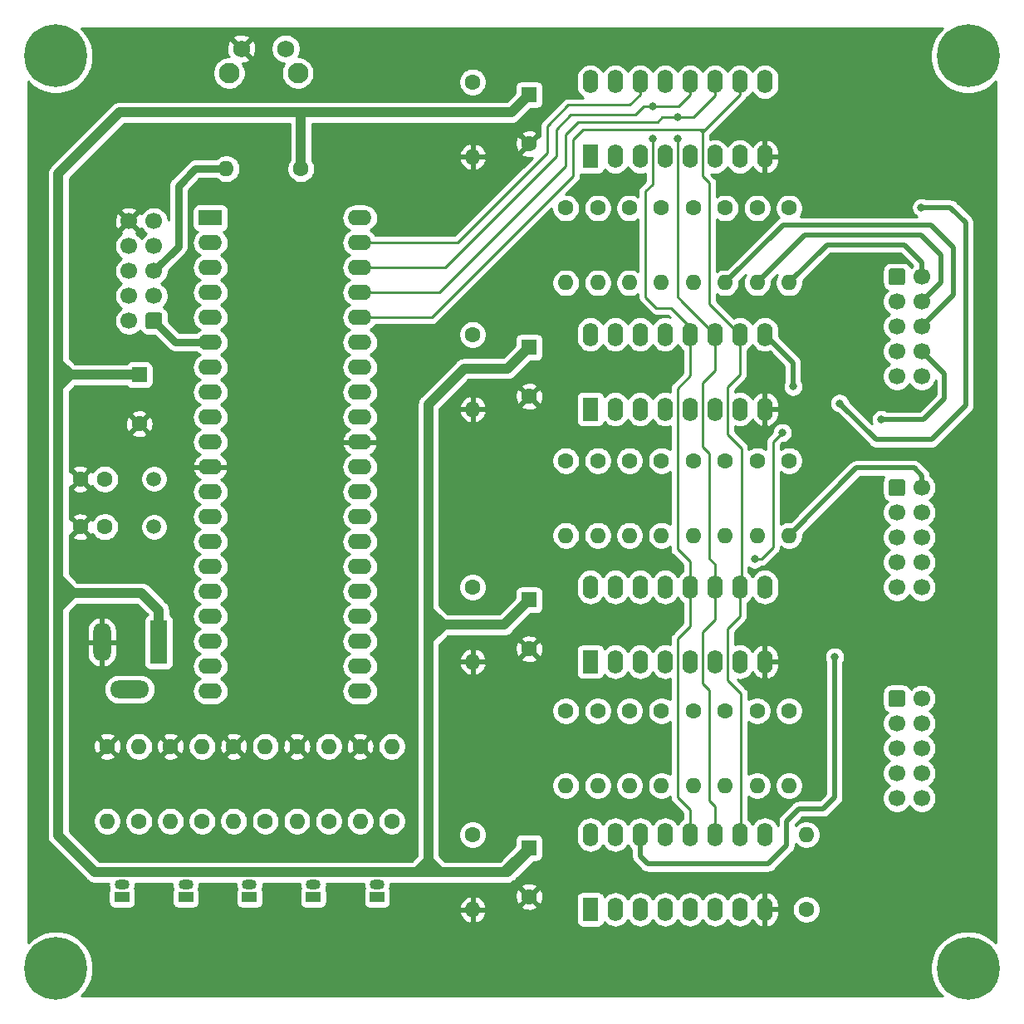
<source format=gbr>
%TF.GenerationSoftware,KiCad,Pcbnew,(5.1.10)-1*%
%TF.CreationDate,2021-09-10T20:59:56+02:00*%
%TF.ProjectId,LED_Cube_5X5X5,4c45445f-4375-4626-955f-35583558352e,rev?*%
%TF.SameCoordinates,Original*%
%TF.FileFunction,Copper,L2,Bot*%
%TF.FilePolarity,Positive*%
%FSLAX46Y46*%
G04 Gerber Fmt 4.6, Leading zero omitted, Abs format (unit mm)*
G04 Created by KiCad (PCBNEW (5.1.10)-1) date 2021-09-10 20:59:56*
%MOMM*%
%LPD*%
G01*
G04 APERTURE LIST*
%TA.AperFunction,ComponentPad*%
%ADD10C,1.700000*%
%TD*%
%TA.AperFunction,ComponentPad*%
%ADD11C,1.600000*%
%TD*%
%TA.AperFunction,ComponentPad*%
%ADD12R,1.600000X1.600000*%
%TD*%
%TA.AperFunction,ComponentPad*%
%ADD13C,6.400000*%
%TD*%
%TA.AperFunction,ComponentPad*%
%ADD14O,4.000000X1.800000*%
%TD*%
%TA.AperFunction,ComponentPad*%
%ADD15O,1.800000X4.000000*%
%TD*%
%TA.AperFunction,ComponentPad*%
%ADD16R,1.800000X4.400000*%
%TD*%
%TA.AperFunction,ComponentPad*%
%ADD17O,1.500000X1.050000*%
%TD*%
%TA.AperFunction,ComponentPad*%
%ADD18R,1.500000X1.050000*%
%TD*%
%TA.AperFunction,ComponentPad*%
%ADD19O,1.600000X1.600000*%
%TD*%
%TA.AperFunction,ComponentPad*%
%ADD20O,1.600000X2.400000*%
%TD*%
%TA.AperFunction,ComponentPad*%
%ADD21R,1.600000X2.400000*%
%TD*%
%TA.AperFunction,ComponentPad*%
%ADD22C,1.500000*%
%TD*%
%TA.AperFunction,ComponentPad*%
%ADD23R,2.400000X1.600000*%
%TD*%
%TA.AperFunction,ComponentPad*%
%ADD24O,2.400000X1.600000*%
%TD*%
%TA.AperFunction,ComponentPad*%
%ADD25C,2.100000*%
%TD*%
%TA.AperFunction,ComponentPad*%
%ADD26C,1.750000*%
%TD*%
%TA.AperFunction,ViaPad*%
%ADD27C,0.800000*%
%TD*%
%TA.AperFunction,Conductor*%
%ADD28C,0.250000*%
%TD*%
%TA.AperFunction,Conductor*%
%ADD29C,0.762000*%
%TD*%
%TA.AperFunction,Conductor*%
%ADD30C,1.016000*%
%TD*%
%TA.AperFunction,Conductor*%
%ADD31C,0.508000*%
%TD*%
%TA.AperFunction,Conductor*%
%ADD32C,0.254000*%
%TD*%
%TA.AperFunction,Conductor*%
%ADD33C,0.100000*%
%TD*%
G04 APERTURE END LIST*
%TO.P,J5,1*%
%TO.N,Net-(J5-Pad1)*%
%TA.AperFunction,ComponentPad*%
G36*
G01*
X190400000Y-123600000D02*
X190400000Y-122400000D01*
G75*
G02*
X190650000Y-122150000I250000J0D01*
G01*
X191850000Y-122150000D01*
G75*
G02*
X192100000Y-122400000I0J-250000D01*
G01*
X192100000Y-123600000D01*
G75*
G02*
X191850000Y-123850000I-250000J0D01*
G01*
X190650000Y-123850000D01*
G75*
G02*
X190400000Y-123600000I0J250000D01*
G01*
G37*
%TD.AperFunction*%
D10*
%TO.P,J5,3*%
%TO.N,Net-(J5-Pad3)*%
X191250000Y-125540000D03*
%TO.P,J5,5*%
%TO.N,Net-(J5-Pad5)*%
X191250000Y-128080000D03*
%TO.P,J5,7*%
%TO.N,Net-(J5-Pad7)*%
X191250000Y-130620000D03*
%TO.P,J5,9*%
%TO.N,Net-(J5-Pad9)*%
X191250000Y-133160000D03*
%TO.P,J5,2*%
%TO.N,L1*%
X193790000Y-123000000D03*
%TO.P,J5,4*%
%TO.N,L2*%
X193790000Y-125540000D03*
%TO.P,J5,6*%
%TO.N,L3*%
X193790000Y-128080000D03*
%TO.P,J5,8*%
%TO.N,L4*%
X193790000Y-130620000D03*
%TO.P,J5,10*%
%TO.N,L5*%
X193790000Y-133160000D03*
%TD*%
D11*
%TO.P,C1,2*%
%TO.N,GND*%
X108000000Y-105500000D03*
%TO.P,C1,1*%
%TO.N,Net-(C1-Pad1)*%
X110500000Y-105500000D03*
%TD*%
%TO.P,C2,1*%
%TO.N,Net-(C2-Pad1)*%
X110500000Y-100620000D03*
%TO.P,C2,2*%
%TO.N,GND*%
X108000000Y-100620000D03*
%TD*%
%TO.P,C3,2*%
%TO.N,GND*%
X114000000Y-95000000D03*
D12*
%TO.P,C3,1*%
%TO.N,+5V*%
X114000000Y-90000000D03*
%TD*%
%TO.P,C4,1*%
%TO.N,+5V*%
X153750000Y-61450000D03*
D11*
%TO.P,C4,2*%
%TO.N,GND*%
X153750000Y-66450000D03*
%TD*%
D12*
%TO.P,C5,1*%
%TO.N,+5V*%
X153750000Y-87200000D03*
D11*
%TO.P,C5,2*%
%TO.N,GND*%
X153750000Y-92200000D03*
%TD*%
%TO.P,C6,2*%
%TO.N,GND*%
X153750000Y-117950000D03*
D12*
%TO.P,C6,1*%
%TO.N,+5V*%
X153750000Y-112950000D03*
%TD*%
%TO.P,C7,1*%
%TO.N,+5V*%
X153750000Y-138200000D03*
D11*
%TO.P,C7,2*%
%TO.N,GND*%
X153750000Y-143200000D03*
%TD*%
D13*
%TO.P,H1,1*%
%TO.N,N/C*%
X105500000Y-57500000D03*
%TD*%
%TO.P,H2,1*%
%TO.N,N/C*%
X198500000Y-57500000D03*
%TD*%
%TO.P,H3,1*%
%TO.N,N/C*%
X198500000Y-150500000D03*
%TD*%
%TO.P,H4,1*%
%TO.N,N/C*%
X105500000Y-150500000D03*
%TD*%
D14*
%TO.P,J1,3*%
%TO.N,N/C*%
X113000000Y-122050000D03*
D15*
%TO.P,J1,2*%
%TO.N,GND*%
X110200000Y-117250000D03*
D16*
%TO.P,J1,1*%
%TO.N,+5V*%
X116000000Y-117250000D03*
%TD*%
D17*
%TO.P,Q1,2*%
%TO.N,Net-(Q1-Pad2)*%
X112250000Y-141980000D03*
%TO.P,Q1,3*%
%TO.N,+5V*%
X112250000Y-140710000D03*
D18*
%TO.P,Q1,1*%
%TO.N,L1*%
X112250000Y-143250000D03*
%TD*%
%TO.P,Q2,1*%
%TO.N,L2*%
X118750000Y-143250000D03*
D17*
%TO.P,Q2,3*%
%TO.N,+5V*%
X118750000Y-140710000D03*
%TO.P,Q2,2*%
%TO.N,Net-(Q2-Pad2)*%
X118750000Y-141980000D03*
%TD*%
%TO.P,Q3,2*%
%TO.N,Net-(Q3-Pad2)*%
X125250000Y-141980000D03*
%TO.P,Q3,3*%
%TO.N,+5V*%
X125250000Y-140710000D03*
D18*
%TO.P,Q3,1*%
%TO.N,L3*%
X125250000Y-143250000D03*
%TD*%
%TO.P,Q4,1*%
%TO.N,L4*%
X131750000Y-143250000D03*
D17*
%TO.P,Q4,3*%
%TO.N,+5V*%
X131750000Y-140710000D03*
%TO.P,Q4,2*%
%TO.N,Net-(Q4-Pad2)*%
X131750000Y-141980000D03*
%TD*%
%TO.P,Q5,2*%
%TO.N,Net-(Q5-Pad2)*%
X138250000Y-141980000D03*
%TO.P,Q5,3*%
%TO.N,+5V*%
X138250000Y-140710000D03*
D18*
%TO.P,Q5,1*%
%TO.N,L5*%
X138250000Y-143250000D03*
%TD*%
D11*
%TO.P,R1,1*%
%TO.N,+5V*%
X130500000Y-69000000D03*
D19*
%TO.P,R1,2*%
%TO.N,RESET*%
X122880000Y-69000000D03*
%TD*%
D11*
%TO.P,R4,1*%
%TO.N,Net-(R4-Pad1)*%
X148000000Y-60140000D03*
D19*
%TO.P,R4,2*%
%TO.N,GND*%
X148000000Y-67760000D03*
%TD*%
%TO.P,R5,2*%
%TO.N,LAYER1*%
X113972222Y-127880000D03*
D11*
%TO.P,R5,1*%
%TO.N,Net-(Q1-Pad2)*%
X113972222Y-135500000D03*
%TD*%
%TO.P,R6,1*%
%TO.N,Net-(Q2-Pad2)*%
X120416666Y-135500000D03*
D19*
%TO.P,R6,2*%
%TO.N,LAYER2*%
X120416666Y-127880000D03*
%TD*%
%TO.P,R7,2*%
%TO.N,LAYER3*%
X126861110Y-127880000D03*
D11*
%TO.P,R7,1*%
%TO.N,Net-(Q3-Pad2)*%
X126861110Y-135500000D03*
%TD*%
D19*
%TO.P,R8,2*%
%TO.N,LAYER4*%
X133305554Y-127880000D03*
D11*
%TO.P,R8,1*%
%TO.N,Net-(Q4-Pad2)*%
X133305554Y-135500000D03*
%TD*%
D19*
%TO.P,R9,2*%
%TO.N,LAYER5*%
X139750000Y-127880000D03*
D11*
%TO.P,R9,1*%
%TO.N,Net-(Q5-Pad2)*%
X139750000Y-135500000D03*
%TD*%
D19*
%TO.P,R10,2*%
%TO.N,Net-(Q1-Pad2)*%
X110750000Y-135500000D03*
D11*
%TO.P,R10,1*%
%TO.N,GND*%
X110750000Y-127880000D03*
%TD*%
%TO.P,R11,1*%
%TO.N,GND*%
X117194444Y-127880000D03*
D19*
%TO.P,R11,2*%
%TO.N,Net-(Q2-Pad2)*%
X117194444Y-135500000D03*
%TD*%
D11*
%TO.P,R12,1*%
%TO.N,GND*%
X123638888Y-127880000D03*
D19*
%TO.P,R12,2*%
%TO.N,Net-(Q3-Pad2)*%
X123638888Y-135500000D03*
%TD*%
D11*
%TO.P,R13,1*%
%TO.N,GND*%
X130083332Y-127880000D03*
D19*
%TO.P,R13,2*%
%TO.N,Net-(Q4-Pad2)*%
X130083332Y-135500000D03*
%TD*%
D11*
%TO.P,R14,1*%
%TO.N,GND*%
X136527776Y-127880000D03*
D19*
%TO.P,R14,2*%
%TO.N,Net-(Q5-Pad2)*%
X136527776Y-135500000D03*
%TD*%
D11*
%TO.P,R16,1*%
%TO.N,QA1*%
X157500000Y-73000000D03*
D19*
%TO.P,R16,2*%
%TO.N,Net-(J3-Pad1)*%
X157500000Y-80620000D03*
%TD*%
%TO.P,R17,2*%
%TO.N,Net-(J3-Pad3)*%
X160750000Y-80620000D03*
D11*
%TO.P,R17,1*%
%TO.N,QB1*%
X160750000Y-73000000D03*
%TD*%
%TO.P,R18,1*%
%TO.N,QC1*%
X164000000Y-73000000D03*
D19*
%TO.P,R18,2*%
%TO.N,Net-(J3-Pad5)*%
X164000000Y-80620000D03*
%TD*%
%TO.P,R19,2*%
%TO.N,Net-(J3-Pad7)*%
X167250000Y-80620000D03*
D11*
%TO.P,R19,1*%
%TO.N,QD1*%
X167250000Y-73000000D03*
%TD*%
%TO.P,R20,1*%
%TO.N,QE1*%
X170500000Y-73000000D03*
D19*
%TO.P,R20,2*%
%TO.N,Net-(J3-Pad9)*%
X170500000Y-80620000D03*
%TD*%
%TO.P,R21,2*%
%TO.N,Net-(J3-Pad6)*%
X173750000Y-80620000D03*
D11*
%TO.P,R21,1*%
%TO.N,QF1*%
X173750000Y-73000000D03*
%TD*%
%TO.P,R22,1*%
%TO.N,QG1*%
X177000000Y-73000000D03*
D19*
%TO.P,R22,2*%
%TO.N,Net-(J3-Pad4)*%
X177000000Y-80620000D03*
%TD*%
%TO.P,R23,2*%
%TO.N,Net-(J3-Pad2)*%
X180250000Y-80620000D03*
D11*
%TO.P,R23,1*%
%TO.N,QH1*%
X180250000Y-73000000D03*
%TD*%
%TO.P,R24,1*%
%TO.N,Net-(R24-Pad1)*%
X148000000Y-85890000D03*
D19*
%TO.P,R24,2*%
%TO.N,GND*%
X148000000Y-93510000D03*
%TD*%
D11*
%TO.P,R25,1*%
%TO.N,QA2*%
X157500000Y-98750000D03*
D19*
%TO.P,R25,2*%
%TO.N,Net-(J3-Pad8)*%
X157500000Y-106370000D03*
%TD*%
%TO.P,R26,2*%
%TO.N,Net-(J3-Pad10)*%
X160750000Y-106370000D03*
D11*
%TO.P,R26,1*%
%TO.N,QB2*%
X160750000Y-98750000D03*
%TD*%
%TO.P,R27,1*%
%TO.N,QC2*%
X164000000Y-98750000D03*
D19*
%TO.P,R27,2*%
%TO.N,Net-(J4-Pad1)*%
X164000000Y-106370000D03*
%TD*%
%TO.P,R28,2*%
%TO.N,Net-(J4-Pad3)*%
X167250000Y-106370000D03*
D11*
%TO.P,R28,1*%
%TO.N,QD2*%
X167250000Y-98750000D03*
%TD*%
%TO.P,R29,1*%
%TO.N,QE2*%
X170500000Y-98750000D03*
D19*
%TO.P,R29,2*%
%TO.N,Net-(J4-Pad5)*%
X170500000Y-106370000D03*
%TD*%
%TO.P,R30,2*%
%TO.N,Net-(J4-Pad7)*%
X173750000Y-106370000D03*
D11*
%TO.P,R30,1*%
%TO.N,QF2*%
X173750000Y-98750000D03*
%TD*%
%TO.P,R31,1*%
%TO.N,QG2*%
X177000000Y-98750000D03*
D19*
%TO.P,R31,2*%
%TO.N,Net-(J4-Pad9)*%
X177000000Y-106370000D03*
%TD*%
%TO.P,R32,2*%
%TO.N,Net-(J4-Pad2)*%
X180250000Y-106370000D03*
D11*
%TO.P,R32,1*%
%TO.N,QH2*%
X180250000Y-98750000D03*
%TD*%
D19*
%TO.P,R34,2*%
%TO.N,GND*%
X148000000Y-119260000D03*
D11*
%TO.P,R34,1*%
%TO.N,Net-(R34-Pad1)*%
X148000000Y-111640000D03*
%TD*%
%TO.P,R35,1*%
%TO.N,QA3*%
X157500000Y-124250000D03*
D19*
%TO.P,R35,2*%
%TO.N,Net-(J4-Pad10)*%
X157500000Y-131870000D03*
%TD*%
%TO.P,R36,2*%
%TO.N,Net-(J4-Pad8)*%
X160750000Y-131870000D03*
D11*
%TO.P,R36,1*%
%TO.N,QB3*%
X160750000Y-124250000D03*
%TD*%
%TO.P,R37,1*%
%TO.N,QC3*%
X164000000Y-124250000D03*
D19*
%TO.P,R37,2*%
%TO.N,Net-(J4-Pad6)*%
X164000000Y-131870000D03*
%TD*%
%TO.P,R38,2*%
%TO.N,Net-(J4-Pad4)*%
X167250000Y-131870000D03*
D11*
%TO.P,R38,1*%
%TO.N,QD3*%
X167250000Y-124250000D03*
%TD*%
%TO.P,R39,1*%
%TO.N,QE3*%
X170500000Y-124250000D03*
D19*
%TO.P,R39,2*%
%TO.N,Net-(J5-Pad1)*%
X170500000Y-131870000D03*
%TD*%
%TO.P,R40,2*%
%TO.N,Net-(J5-Pad3)*%
X173750000Y-131870000D03*
D11*
%TO.P,R40,1*%
%TO.N,QF3*%
X173750000Y-124250000D03*
%TD*%
%TO.P,R41,1*%
%TO.N,QG3*%
X177000000Y-124250000D03*
D19*
%TO.P,R41,2*%
%TO.N,Net-(J5-Pad5)*%
X177000000Y-131870000D03*
%TD*%
%TO.P,R42,2*%
%TO.N,Net-(J5-Pad7)*%
X180250000Y-131870000D03*
D11*
%TO.P,R42,1*%
%TO.N,QH3*%
X180250000Y-124250000D03*
%TD*%
%TO.P,R43,1*%
%TO.N,QA4*%
X182000000Y-144510000D03*
D19*
%TO.P,R43,2*%
%TO.N,Net-(J5-Pad9)*%
X182000000Y-136890000D03*
%TD*%
D11*
%TO.P,R45,1*%
%TO.N,Net-(R45-Pad1)*%
X148000000Y-136890000D03*
D19*
%TO.P,R45,2*%
%TO.N,GND*%
X148000000Y-144510000D03*
%TD*%
D20*
%TO.P,U2,16*%
%TO.N,+5V*%
X160000000Y-60130000D03*
%TO.P,U2,8*%
%TO.N,GND*%
X177780000Y-67750000D03*
%TO.P,U2,15*%
%TO.N,QA1*%
X162540000Y-60130000D03*
%TO.P,U2,7*%
%TO.N,QH1*%
X175240000Y-67750000D03*
%TO.P,U2,14*%
%TO.N,DATA*%
X165080000Y-60130000D03*
%TO.P,U2,6*%
%TO.N,QG1*%
X172700000Y-67750000D03*
%TO.P,U2,13*%
%TO.N,Net-(R4-Pad1)*%
X167620000Y-60130000D03*
%TO.P,U2,5*%
%TO.N,QF1*%
X170160000Y-67750000D03*
%TO.P,U2,12*%
%TO.N,LATCH*%
X170160000Y-60130000D03*
%TO.P,U2,4*%
%TO.N,QE1*%
X167620000Y-67750000D03*
%TO.P,U2,11*%
%TO.N,CLOCK*%
X172700000Y-60130000D03*
%TO.P,U2,3*%
%TO.N,QD1*%
X165080000Y-67750000D03*
%TO.P,U2,10*%
%TO.N,CLEAR*%
X175240000Y-60130000D03*
%TO.P,U2,2*%
%TO.N,QC1*%
X162540000Y-67750000D03*
%TO.P,U2,9*%
%TO.N,Net-(U2-Pad9)*%
X177780000Y-60130000D03*
D21*
%TO.P,U2,1*%
%TO.N,QB1*%
X160000000Y-67750000D03*
%TD*%
%TO.P,U3,1*%
%TO.N,QB2*%
X160000000Y-93500000D03*
D20*
%TO.P,U3,9*%
%TO.N,Net-(U3-Pad9)*%
X177780000Y-85880000D03*
%TO.P,U3,2*%
%TO.N,QC2*%
X162540000Y-93500000D03*
%TO.P,U3,10*%
%TO.N,CLEAR*%
X175240000Y-85880000D03*
%TO.P,U3,3*%
%TO.N,QD2*%
X165080000Y-93500000D03*
%TO.P,U3,11*%
%TO.N,CLOCK*%
X172700000Y-85880000D03*
%TO.P,U3,4*%
%TO.N,QE2*%
X167620000Y-93500000D03*
%TO.P,U3,12*%
%TO.N,LATCH*%
X170160000Y-85880000D03*
%TO.P,U3,5*%
%TO.N,QF2*%
X170160000Y-93500000D03*
%TO.P,U3,13*%
%TO.N,Net-(R24-Pad1)*%
X167620000Y-85880000D03*
%TO.P,U3,6*%
%TO.N,QG2*%
X172700000Y-93500000D03*
%TO.P,U3,14*%
%TO.N,Net-(U2-Pad9)*%
X165080000Y-85880000D03*
%TO.P,U3,7*%
%TO.N,QH2*%
X175240000Y-93500000D03*
%TO.P,U3,15*%
%TO.N,QA2*%
X162540000Y-85880000D03*
%TO.P,U3,8*%
%TO.N,GND*%
X177780000Y-93500000D03*
%TO.P,U3,16*%
%TO.N,+5V*%
X160000000Y-85880000D03*
%TD*%
%TO.P,U4,16*%
%TO.N,+5V*%
X160000000Y-111630000D03*
%TO.P,U4,8*%
%TO.N,GND*%
X177780000Y-119250000D03*
%TO.P,U4,15*%
%TO.N,QA3*%
X162540000Y-111630000D03*
%TO.P,U4,7*%
%TO.N,QH3*%
X175240000Y-119250000D03*
%TO.P,U4,14*%
%TO.N,Net-(U3-Pad9)*%
X165080000Y-111630000D03*
%TO.P,U4,6*%
%TO.N,QG3*%
X172700000Y-119250000D03*
%TO.P,U4,13*%
%TO.N,Net-(R34-Pad1)*%
X167620000Y-111630000D03*
%TO.P,U4,5*%
%TO.N,QF3*%
X170160000Y-119250000D03*
%TO.P,U4,12*%
%TO.N,LATCH*%
X170160000Y-111630000D03*
%TO.P,U4,4*%
%TO.N,QE3*%
X167620000Y-119250000D03*
%TO.P,U4,11*%
%TO.N,CLOCK*%
X172700000Y-111630000D03*
%TO.P,U4,3*%
%TO.N,QD3*%
X165080000Y-119250000D03*
%TO.P,U4,10*%
%TO.N,CLEAR*%
X175240000Y-111630000D03*
%TO.P,U4,2*%
%TO.N,QC3*%
X162540000Y-119250000D03*
%TO.P,U4,9*%
%TO.N,Net-(U4-Pad9)*%
X177780000Y-111630000D03*
D21*
%TO.P,U4,1*%
%TO.N,QB3*%
X160000000Y-119250000D03*
%TD*%
%TO.P,U5,1*%
%TO.N,Net-(U5-Pad1)*%
X160000000Y-144500000D03*
D20*
%TO.P,U5,9*%
%TO.N,Net-(U5-Pad9)*%
X177780000Y-136880000D03*
%TO.P,U5,2*%
%TO.N,Net-(U5-Pad2)*%
X162540000Y-144500000D03*
%TO.P,U5,10*%
%TO.N,CLEAR*%
X175240000Y-136880000D03*
%TO.P,U5,3*%
%TO.N,Net-(U5-Pad3)*%
X165080000Y-144500000D03*
%TO.P,U5,11*%
%TO.N,CLOCK*%
X172700000Y-136880000D03*
%TO.P,U5,4*%
%TO.N,Net-(U5-Pad4)*%
X167620000Y-144500000D03*
%TO.P,U5,12*%
%TO.N,LATCH*%
X170160000Y-136880000D03*
%TO.P,U5,5*%
%TO.N,Net-(U5-Pad5)*%
X170160000Y-144500000D03*
%TO.P,U5,13*%
%TO.N,Net-(R45-Pad1)*%
X167620000Y-136880000D03*
%TO.P,U5,6*%
%TO.N,Net-(U5-Pad6)*%
X172700000Y-144500000D03*
%TO.P,U5,14*%
%TO.N,Net-(U4-Pad9)*%
X165080000Y-136880000D03*
%TO.P,U5,7*%
%TO.N,Net-(U5-Pad7)*%
X175240000Y-144500000D03*
%TO.P,U5,15*%
%TO.N,QA4*%
X162540000Y-136880000D03*
%TO.P,U5,8*%
%TO.N,GND*%
X177780000Y-144500000D03*
%TO.P,U5,16*%
%TO.N,+5V*%
X160000000Y-136880000D03*
%TD*%
D22*
%TO.P,Y1,1*%
%TO.N,Net-(C1-Pad1)*%
X115500000Y-105500000D03*
%TO.P,Y1,2*%
%TO.N,Net-(C2-Pad1)*%
X115500000Y-100620000D03*
%TD*%
D23*
%TO.P,U1,1*%
%TO.N,Net-(U1-Pad1)*%
X121250000Y-74000000D03*
D24*
%TO.P,U1,21*%
%TO.N,Net-(U1-Pad21)*%
X136490000Y-122260000D03*
%TO.P,U1,2*%
%TO.N,Net-(U1-Pad2)*%
X121250000Y-76540000D03*
%TO.P,U1,22*%
%TO.N,Net-(U1-Pad22)*%
X136490000Y-119720000D03*
%TO.P,U1,3*%
%TO.N,Net-(U1-Pad3)*%
X121250000Y-79080000D03*
%TO.P,U1,23*%
%TO.N,Net-(U1-Pad23)*%
X136490000Y-117180000D03*
%TO.P,U1,4*%
%TO.N,Net-(U1-Pad4)*%
X121250000Y-81620000D03*
%TO.P,U1,24*%
%TO.N,Net-(U1-Pad24)*%
X136490000Y-114640000D03*
%TO.P,U1,5*%
%TO.N,Net-(U1-Pad5)*%
X121250000Y-84160000D03*
%TO.P,U1,25*%
%TO.N,Net-(U1-Pad25)*%
X136490000Y-112100000D03*
%TO.P,U1,6*%
%TO.N,MOSI*%
X121250000Y-86700000D03*
%TO.P,U1,26*%
%TO.N,Net-(U1-Pad26)*%
X136490000Y-109560000D03*
%TO.P,U1,7*%
%TO.N,MISO*%
X121250000Y-89240000D03*
%TO.P,U1,27*%
%TO.N,Net-(U1-Pad27)*%
X136490000Y-107020000D03*
%TO.P,U1,8*%
%TO.N,SCK*%
X121250000Y-91780000D03*
%TO.P,U1,28*%
%TO.N,Net-(U1-Pad28)*%
X136490000Y-104480000D03*
%TO.P,U1,9*%
%TO.N,RESET*%
X121250000Y-94320000D03*
%TO.P,U1,29*%
%TO.N,Net-(U1-Pad29)*%
X136490000Y-101940000D03*
%TO.P,U1,10*%
%TO.N,+5V*%
X121250000Y-96860000D03*
%TO.P,U1,30*%
%TO.N,Net-(U1-Pad30)*%
X136490000Y-99400000D03*
%TO.P,U1,11*%
%TO.N,GND*%
X121250000Y-99400000D03*
%TO.P,U1,31*%
X136490000Y-96860000D03*
%TO.P,U1,12*%
%TO.N,Net-(C2-Pad1)*%
X121250000Y-101940000D03*
%TO.P,U1,32*%
%TO.N,Net-(U1-Pad32)*%
X136490000Y-94320000D03*
%TO.P,U1,13*%
%TO.N,Net-(C1-Pad1)*%
X121250000Y-104480000D03*
%TO.P,U1,33*%
%TO.N,Net-(U1-Pad33)*%
X136490000Y-91780000D03*
%TO.P,U1,14*%
%TO.N,Net-(U1-Pad14)*%
X121250000Y-107020000D03*
%TO.P,U1,34*%
%TO.N,Net-(U1-Pad34)*%
X136490000Y-89240000D03*
%TO.P,U1,15*%
%TO.N,Net-(U1-Pad15)*%
X121250000Y-109560000D03*
%TO.P,U1,35*%
%TO.N,Net-(U1-Pad35)*%
X136490000Y-86700000D03*
%TO.P,U1,16*%
%TO.N,LAYER5*%
X121250000Y-112100000D03*
%TO.P,U1,36*%
%TO.N,CLEAR*%
X136490000Y-84160000D03*
%TO.P,U1,17*%
%TO.N,LAYER4*%
X121250000Y-114640000D03*
%TO.P,U1,37*%
%TO.N,CLOCK*%
X136490000Y-81620000D03*
%TO.P,U1,18*%
%TO.N,LAYER3*%
X121250000Y-117180000D03*
%TO.P,U1,38*%
%TO.N,LATCH*%
X136490000Y-79080000D03*
%TO.P,U1,19*%
%TO.N,LAYER2*%
X121250000Y-119720000D03*
%TO.P,U1,39*%
%TO.N,DATA*%
X136490000Y-76540000D03*
%TO.P,U1,20*%
%TO.N,LAYER1*%
X121250000Y-122260000D03*
%TO.P,U1,40*%
%TO.N,Net-(U1-Pad40)*%
X136490000Y-74000000D03*
%TD*%
%TO.P,J2,1*%
%TO.N,MOSI*%
%TA.AperFunction,ComponentPad*%
G36*
G01*
X116350000Y-83900000D02*
X116350000Y-85100000D01*
G75*
G02*
X116100000Y-85350000I-250000J0D01*
G01*
X114900000Y-85350000D01*
G75*
G02*
X114650000Y-85100000I0J250000D01*
G01*
X114650000Y-83900000D01*
G75*
G02*
X114900000Y-83650000I250000J0D01*
G01*
X116100000Y-83650000D01*
G75*
G02*
X116350000Y-83900000I0J-250000D01*
G01*
G37*
%TD.AperFunction*%
D10*
%TO.P,J2,3*%
%TO.N,Net-(J2-Pad3)*%
X115500000Y-81960000D03*
%TO.P,J2,5*%
%TO.N,RESET*%
X115500000Y-79420000D03*
%TO.P,J2,7*%
%TO.N,SCK*%
X115500000Y-76880000D03*
%TO.P,J2,9*%
%TO.N,MISO*%
X115500000Y-74340000D03*
%TO.P,J2,2*%
%TO.N,Net-(J2-Pad2)*%
X112960000Y-84500000D03*
%TO.P,J2,4*%
%TO.N,Net-(J2-Pad4)*%
X112960000Y-81960000D03*
%TO.P,J2,6*%
%TO.N,Net-(J2-Pad6)*%
X112960000Y-79420000D03*
%TO.P,J2,8*%
%TO.N,Net-(J2-Pad8)*%
X112960000Y-76880000D03*
%TO.P,J2,10*%
%TO.N,GND*%
X112960000Y-74340000D03*
%TD*%
%TO.P,J3,1*%
%TO.N,Net-(J3-Pad1)*%
%TA.AperFunction,ComponentPad*%
G36*
G01*
X190400000Y-80600000D02*
X190400000Y-79400000D01*
G75*
G02*
X190650000Y-79150000I250000J0D01*
G01*
X191850000Y-79150000D01*
G75*
G02*
X192100000Y-79400000I0J-250000D01*
G01*
X192100000Y-80600000D01*
G75*
G02*
X191850000Y-80850000I-250000J0D01*
G01*
X190650000Y-80850000D01*
G75*
G02*
X190400000Y-80600000I0J250000D01*
G01*
G37*
%TD.AperFunction*%
%TO.P,J3,3*%
%TO.N,Net-(J3-Pad3)*%
X191250000Y-82540000D03*
%TO.P,J3,5*%
%TO.N,Net-(J3-Pad5)*%
X191250000Y-85080000D03*
%TO.P,J3,7*%
%TO.N,Net-(J3-Pad7)*%
X191250000Y-87620000D03*
%TO.P,J3,9*%
%TO.N,Net-(J3-Pad9)*%
X191250000Y-90160000D03*
%TO.P,J3,2*%
%TO.N,Net-(J3-Pad2)*%
X193790000Y-80000000D03*
%TO.P,J3,4*%
%TO.N,Net-(J3-Pad4)*%
X193790000Y-82540000D03*
%TO.P,J3,6*%
%TO.N,Net-(J3-Pad6)*%
X193790000Y-85080000D03*
%TO.P,J3,8*%
%TO.N,Net-(J3-Pad8)*%
X193790000Y-87620000D03*
%TO.P,J3,10*%
%TO.N,Net-(J3-Pad10)*%
X193790000Y-90160000D03*
%TD*%
%TO.P,J4,10*%
%TO.N,Net-(J4-Pad10)*%
X193790000Y-111660000D03*
%TO.P,J4,8*%
%TO.N,Net-(J4-Pad8)*%
X193790000Y-109120000D03*
%TO.P,J4,6*%
%TO.N,Net-(J4-Pad6)*%
X193790000Y-106580000D03*
%TO.P,J4,4*%
%TO.N,Net-(J4-Pad4)*%
X193790000Y-104040000D03*
%TO.P,J4,2*%
%TO.N,Net-(J4-Pad2)*%
X193790000Y-101500000D03*
%TO.P,J4,9*%
%TO.N,Net-(J4-Pad9)*%
X191250000Y-111660000D03*
%TO.P,J4,7*%
%TO.N,Net-(J4-Pad7)*%
X191250000Y-109120000D03*
%TO.P,J4,5*%
%TO.N,Net-(J4-Pad5)*%
X191250000Y-106580000D03*
%TO.P,J4,3*%
%TO.N,Net-(J4-Pad3)*%
X191250000Y-104040000D03*
%TO.P,J4,1*%
%TO.N,Net-(J4-Pad1)*%
%TA.AperFunction,ComponentPad*%
G36*
G01*
X190400000Y-102100000D02*
X190400000Y-100900000D01*
G75*
G02*
X190650000Y-100650000I250000J0D01*
G01*
X191850000Y-100650000D01*
G75*
G02*
X192100000Y-100900000I0J-250000D01*
G01*
X192100000Y-102100000D01*
G75*
G02*
X191850000Y-102350000I-250000J0D01*
G01*
X190650000Y-102350000D01*
G75*
G02*
X190400000Y-102100000I0J250000D01*
G01*
G37*
%TD.AperFunction*%
%TD*%
D25*
%TO.P,RES,*%
%TO.N,*%
X130175000Y-59240000D03*
D26*
%TO.P,RES,2*%
%TO.N,RESET*%
X128915000Y-56750000D03*
%TO.P,RES,1*%
%TO.N,GND*%
X124415000Y-56750000D03*
D25*
%TO.P,RES,*%
%TO.N,*%
X123165000Y-59240000D03*
%TD*%
D27*
%TO.N,CLOCK*%
X168870000Y-65940000D03*
X168870000Y-63770000D03*
%TO.N,LATCH*%
X166350000Y-65950000D03*
X166350000Y-62620000D03*
%TO.N,Net-(U2-Pad9)*%
X185400000Y-92900000D03*
X193750000Y-72950000D03*
%TO.N,Net-(U3-Pad9)*%
X176750000Y-108800000D03*
X179550000Y-95900000D03*
X180650000Y-91200000D03*
%TO.N,Net-(U4-Pad9)*%
X184900000Y-118750000D03*
%TO.N,Net-(J3-Pad8)*%
X189650000Y-94550000D03*
%TD*%
D28*
%TO.N,+5V*%
X136750000Y-140710000D02*
X116750000Y-140710000D01*
X114000000Y-90000000D02*
X109000000Y-90000000D01*
X153750000Y-138500000D02*
X151500000Y-140750000D01*
X151500000Y-140750000D02*
X151460000Y-140710000D01*
X143500000Y-140670000D02*
X143540000Y-140710000D01*
X148040000Y-140710000D02*
X136750000Y-140710000D01*
X151460000Y-140710000D02*
X143540000Y-140710000D01*
X143500000Y-94250000D02*
X143500000Y-117000000D01*
X143500000Y-117000000D02*
X143500000Y-140670000D01*
X143500000Y-116000000D02*
X143500000Y-117000000D01*
D29*
X112250000Y-140710000D02*
X118750000Y-140710000D01*
X118750000Y-140710000D02*
X138250000Y-140710000D01*
D30*
X138250000Y-140710000D02*
X112250000Y-140710000D01*
X151540000Y-140710000D02*
X153750000Y-138500000D01*
X114250000Y-112250000D02*
X116000000Y-114000000D01*
X116000000Y-117250000D02*
X116000000Y-114000000D01*
X151240000Y-140710000D02*
X153750000Y-138200000D01*
X147960000Y-140710000D02*
X151240000Y-140710000D01*
X147960000Y-140710000D02*
X151540000Y-140710000D01*
D28*
X130500000Y-63250000D02*
X146250000Y-63250000D01*
X112000000Y-63250000D02*
X107500000Y-67750000D01*
X130500000Y-63250000D02*
X112000000Y-63250000D01*
D30*
X105750000Y-69500000D02*
X112000000Y-63250000D01*
X106000000Y-90000000D02*
X105750000Y-89750000D01*
X151950000Y-63250000D02*
X146500000Y-63250000D01*
X153750000Y-61450000D02*
X151950000Y-63250000D01*
D28*
X146250000Y-63250000D02*
X146500000Y-63250000D01*
D30*
X146500000Y-63250000D02*
X112000000Y-63250000D01*
X130500000Y-69000000D02*
X130500000Y-63250000D01*
X143500000Y-95778158D02*
X143500000Y-94250000D01*
X151575000Y-89375000D02*
X153750000Y-87200000D01*
X147125000Y-89375000D02*
X151575000Y-89375000D01*
X143500000Y-93000000D02*
X147125000Y-89375000D01*
X143500000Y-94250000D02*
X143500000Y-93000000D01*
X151210000Y-115490000D02*
X153750000Y-112950000D01*
X144990000Y-115490000D02*
X143500000Y-114000000D01*
X143500000Y-114000000D02*
X143500000Y-95778158D01*
X143500000Y-115490000D02*
X143500000Y-114000000D01*
X143500000Y-115490000D02*
X144990000Y-115490000D01*
X144990000Y-115490000D02*
X151210000Y-115490000D01*
X144990000Y-115510000D02*
X143500000Y-117000000D01*
X144990000Y-115490000D02*
X144990000Y-115510000D01*
X143500000Y-139500000D02*
X144710000Y-140710000D01*
X144710000Y-140710000D02*
X147960000Y-140710000D01*
X143500000Y-140670000D02*
X143500000Y-139500000D01*
X143500000Y-139500000D02*
X143500000Y-115490000D01*
X143500000Y-139500000D02*
X142290000Y-140710000D01*
X142290000Y-140710000D02*
X144710000Y-140710000D01*
X138250000Y-140710000D02*
X142290000Y-140710000D01*
X109460000Y-140710000D02*
X112250000Y-140710000D01*
X105750000Y-137000000D02*
X109460000Y-140710000D01*
X107500000Y-112250000D02*
X105750000Y-112250000D01*
X107250000Y-112250000D02*
X105750000Y-110750000D01*
X105750000Y-110750000D02*
X105750000Y-112250000D01*
X107500000Y-112250000D02*
X107250000Y-112250000D01*
X108250000Y-112250000D02*
X107250000Y-112250000D01*
X105750000Y-113750000D02*
X105750000Y-137000000D01*
X105750000Y-112250000D02*
X105750000Y-113750000D01*
X107500000Y-112250000D02*
X108250000Y-112250000D01*
X107250000Y-112250000D02*
X105750000Y-113750000D01*
X108250000Y-112250000D02*
X114250000Y-112250000D01*
X107000000Y-90000000D02*
X105750000Y-88750000D01*
X105750000Y-88750000D02*
X105750000Y-69500000D01*
X105750000Y-89750000D02*
X105750000Y-88750000D01*
X107000000Y-90000000D02*
X106000000Y-90000000D01*
X107000000Y-90000000D02*
X105750000Y-91250000D01*
X108000000Y-90000000D02*
X107000000Y-90000000D01*
X105750000Y-91250000D02*
X105750000Y-110750000D01*
X105750000Y-89750000D02*
X105750000Y-91250000D01*
X114000000Y-90000000D02*
X108000000Y-90000000D01*
D29*
%TO.N,MOSI*%
X117700000Y-86700000D02*
X115500000Y-84500000D01*
X121250000Y-86700000D02*
X117700000Y-86700000D01*
%TO.N,RESET*%
X118000000Y-70750000D02*
X119750000Y-69000000D01*
X118000000Y-76920000D02*
X118000000Y-70750000D01*
X115500000Y-79420000D02*
X118000000Y-76920000D01*
X122880000Y-69000000D02*
X119750000Y-69000000D01*
D28*
%TO.N,DATA*%
X146460000Y-76540000D02*
X136490000Y-76540000D01*
X155625000Y-64625000D02*
X155625000Y-67375000D01*
X157750000Y-62500000D02*
X155625000Y-64625000D01*
X164000000Y-62500000D02*
X157750000Y-62500000D01*
X165080000Y-61420000D02*
X164000000Y-62500000D01*
X155625000Y-67375000D02*
X146460000Y-76540000D01*
X165080000Y-60130000D02*
X165080000Y-61420000D01*
%TO.N,CLOCK*%
X172700000Y-60130000D02*
X172700000Y-60150000D01*
X172700000Y-85880000D02*
X172700000Y-89550000D01*
X172700000Y-89550000D02*
X171450000Y-90800000D01*
X171450000Y-90800000D02*
X171450000Y-97300000D01*
X171450000Y-97300000D02*
X172150000Y-98000000D01*
X172150000Y-98000000D02*
X172150000Y-108750000D01*
X172700000Y-109300000D02*
X172700000Y-111630000D01*
X172150000Y-108750000D02*
X172700000Y-109300000D01*
X172700000Y-60130000D02*
X172700000Y-61550000D01*
X157500000Y-65500000D02*
X158750000Y-64250000D01*
X157500000Y-68750000D02*
X157500000Y-65500000D01*
X144630000Y-81620000D02*
X157500000Y-68750000D01*
X136490000Y-81620000D02*
X144630000Y-81620000D01*
X172700000Y-85880000D02*
X169320000Y-82500000D01*
X169320000Y-82500000D02*
X168870000Y-82050000D01*
X168870000Y-82050000D02*
X168870000Y-65940000D01*
X170480000Y-63770000D02*
X172700000Y-61550000D01*
X168870000Y-63770000D02*
X170480000Y-63770000D01*
X168870000Y-63770000D02*
X167310000Y-63770000D01*
X167310000Y-63770000D02*
X166830000Y-64250000D01*
X166830000Y-64250000D02*
X158750000Y-64250000D01*
X172700000Y-134000000D02*
X172700000Y-136880000D01*
X172120000Y-133420000D02*
X172700000Y-134000000D01*
X172120000Y-122120000D02*
X172120000Y-133420000D01*
X171430000Y-121430000D02*
X172120000Y-122120000D01*
X171430000Y-116260000D02*
X171430000Y-121430000D01*
X172700000Y-114990000D02*
X171430000Y-116260000D01*
X172700000Y-111630000D02*
X172700000Y-114990000D01*
%TO.N,LATCH*%
X170160000Y-60130000D02*
X170160000Y-60240000D01*
X170160000Y-85880000D02*
X170160000Y-90090000D01*
X166350000Y-65950000D02*
X166350000Y-70550000D01*
X145170000Y-79080000D02*
X136490000Y-79080000D01*
X156500000Y-67750000D02*
X145170000Y-79080000D01*
X156500000Y-65000000D02*
X156500000Y-67750000D01*
X158000000Y-63500000D02*
X156500000Y-65000000D01*
X165450000Y-62620000D02*
X164570000Y-63500000D01*
X166350000Y-62620000D02*
X165450000Y-62620000D01*
X164570000Y-63500000D02*
X158000000Y-63500000D01*
X170160000Y-61480000D02*
X169020000Y-62620000D01*
X170160000Y-60130000D02*
X170160000Y-61480000D01*
X166350000Y-62620000D02*
X169020000Y-62620000D01*
X170160000Y-115640000D02*
X170160000Y-111630000D01*
X168870000Y-133080000D02*
X168870000Y-116930000D01*
X170160000Y-134370000D02*
X168870000Y-133080000D01*
X168870000Y-116930000D02*
X170160000Y-115640000D01*
X170160000Y-136880000D02*
X170160000Y-134370000D01*
X170160000Y-111630000D02*
X170160000Y-109170000D01*
X170160000Y-109170000D02*
X170160000Y-109120000D01*
X170160000Y-109170000D02*
X170160000Y-109060000D01*
X170160000Y-109060000D02*
X168870000Y-107770000D01*
X168870000Y-107770000D02*
X168870000Y-91380000D01*
X168870000Y-91380000D02*
X170160000Y-90090000D01*
X170160000Y-85880000D02*
X170160000Y-85110000D01*
X170160000Y-85110000D02*
X168230000Y-83180000D01*
X168230000Y-83180000D02*
X166730000Y-83180000D01*
X166730000Y-83180000D02*
X165620000Y-82070000D01*
X165620000Y-71280000D02*
X166350000Y-70550000D01*
X165620000Y-82070000D02*
X165620000Y-71280000D01*
D31*
%TO.N,Net-(U2-Pad9)*%
X193750000Y-72950000D02*
X196700000Y-72950000D01*
X196700000Y-72950000D02*
X198250000Y-74500000D01*
X198250000Y-93150000D02*
X194800000Y-96600000D01*
X198250000Y-74500000D02*
X198250000Y-93150000D01*
X189100000Y-96600000D02*
X185400000Y-92900000D01*
X194800000Y-96600000D02*
X189100000Y-96600000D01*
D28*
%TO.N,Net-(U3-Pad9)*%
X176750000Y-108800000D02*
X177450000Y-108800000D01*
X177450000Y-108800000D02*
X178650000Y-107600000D01*
X178650000Y-107600000D02*
X178650000Y-96800000D01*
X178650000Y-96800000D02*
X179550000Y-95900000D01*
D31*
X180650000Y-88750000D02*
X177780000Y-85880000D01*
X180650000Y-91200000D02*
X180650000Y-88750000D01*
%TO.N,Net-(U4-Pad9)*%
X165850000Y-139850000D02*
X165080000Y-139080000D01*
X178150000Y-139850000D02*
X165850000Y-139850000D01*
X180000000Y-138000000D02*
X178150000Y-139850000D01*
X165080000Y-139080000D02*
X165080000Y-136880000D01*
X180000000Y-135500000D02*
X180000000Y-138000000D01*
X183750000Y-134250000D02*
X181250000Y-134250000D01*
X181250000Y-134250000D02*
X180000000Y-135500000D01*
X184900000Y-133100000D02*
X183750000Y-134250000D01*
X184900000Y-133100000D02*
X184900000Y-118750000D01*
D28*
%TO.N,CLEAR*%
X175400000Y-111470000D02*
X175240000Y-111630000D01*
X158250000Y-66000000D02*
X159250000Y-65000000D01*
X158250000Y-69750000D02*
X158250000Y-66000000D01*
X143840000Y-84160000D02*
X158250000Y-69750000D01*
X136490000Y-84160000D02*
X143840000Y-84160000D01*
X175240000Y-61460000D02*
X171700000Y-65000000D01*
X175240000Y-60130000D02*
X175240000Y-61460000D01*
X171700000Y-65000000D02*
X171350000Y-65000000D01*
X159250000Y-65000000D02*
X171000000Y-65000000D01*
X171425000Y-65275000D02*
X171700000Y-65000000D01*
X171425000Y-69725000D02*
X171425000Y-65275000D01*
X172150000Y-70450000D02*
X171425000Y-69725000D01*
X172150000Y-82790000D02*
X172150000Y-70450000D01*
X175240000Y-85880000D02*
X172150000Y-82790000D01*
X171425000Y-65275000D02*
X171150000Y-65000000D01*
X171150000Y-65000000D02*
X171350000Y-65000000D01*
X171000000Y-65000000D02*
X171150000Y-65000000D01*
X175380000Y-111490000D02*
X175240000Y-111630000D01*
X175380000Y-97470000D02*
X175380000Y-111490000D01*
X173980000Y-96070000D02*
X175380000Y-97470000D01*
X173980000Y-91230000D02*
X173980000Y-96070000D01*
X175240000Y-89970000D02*
X173980000Y-91230000D01*
X175240000Y-85880000D02*
X175240000Y-89970000D01*
X175240000Y-111630000D02*
X175240000Y-114610000D01*
X175240000Y-114610000D02*
X173970000Y-115880000D01*
X173970000Y-115880000D02*
X173970000Y-121120000D01*
X173970000Y-121120000D02*
X175370000Y-122520000D01*
X175370000Y-136750000D02*
X175240000Y-136880000D01*
X175370000Y-122520000D02*
X175370000Y-136750000D01*
D31*
%TO.N,Net-(J3-Pad2)*%
X193790000Y-78540000D02*
X193790000Y-80000000D01*
X192000000Y-76750000D02*
X193790000Y-78540000D01*
X184120000Y-76750000D02*
X192000000Y-76750000D01*
X180250000Y-80620000D02*
X184120000Y-76750000D01*
%TO.N,Net-(J3-Pad4)*%
X177000000Y-80620000D02*
X181870000Y-75750000D01*
X181870000Y-75750000D02*
X193750000Y-75750000D01*
X195750000Y-80580000D02*
X195750000Y-77750000D01*
X193790000Y-82540000D02*
X195750000Y-80580000D01*
X193750000Y-75750000D02*
X195750000Y-77750000D01*
%TO.N,Net-(J3-Pad6)*%
X173750000Y-80620000D02*
X179620000Y-74750000D01*
X194750000Y-74750000D02*
X197000000Y-77000000D01*
X179620000Y-74750000D02*
X194750000Y-74750000D01*
X197000000Y-81870000D02*
X193790000Y-85080000D01*
X197000000Y-77000000D02*
X197000000Y-81870000D01*
%TO.N,Net-(J3-Pad8)*%
X193950000Y-94550000D02*
X196100000Y-92400000D01*
X189650000Y-94550000D02*
X193950000Y-94550000D01*
X196100000Y-89930000D02*
X193790000Y-87620000D01*
X196100000Y-92400000D02*
X196100000Y-89930000D01*
%TO.N,Net-(J4-Pad2)*%
X193790000Y-101500000D02*
X193790000Y-100290000D01*
X193000000Y-99500000D02*
X187120000Y-99500000D01*
X193790000Y-100290000D02*
X193000000Y-99500000D01*
X180250000Y-106370000D02*
X187120000Y-99500000D01*
%TD*%
D32*
%TO.N,GND*%
X195521161Y-55055330D02*
X195101467Y-55683446D01*
X194812377Y-56381372D01*
X194665000Y-57122285D01*
X194665000Y-57877715D01*
X194812377Y-58618628D01*
X195101467Y-59316554D01*
X195521161Y-59944670D01*
X196055330Y-60478839D01*
X196683446Y-60898533D01*
X197381372Y-61187623D01*
X198122285Y-61335000D01*
X198877715Y-61335000D01*
X199618628Y-61187623D01*
X200316554Y-60898533D01*
X200944670Y-60478839D01*
X201340000Y-60083509D01*
X201340001Y-147916492D01*
X200944670Y-147521161D01*
X200316554Y-147101467D01*
X199618628Y-146812377D01*
X198877715Y-146665000D01*
X198122285Y-146665000D01*
X197381372Y-146812377D01*
X196683446Y-147101467D01*
X196055330Y-147521161D01*
X195521161Y-148055330D01*
X195101467Y-148683446D01*
X194812377Y-149381372D01*
X194665000Y-150122285D01*
X194665000Y-150877715D01*
X194812377Y-151618628D01*
X195101467Y-152316554D01*
X195521161Y-152944670D01*
X195916491Y-153340000D01*
X108083509Y-153340000D01*
X108478839Y-152944670D01*
X108898533Y-152316554D01*
X109187623Y-151618628D01*
X109335000Y-150877715D01*
X109335000Y-150122285D01*
X109187623Y-149381372D01*
X108898533Y-148683446D01*
X108478839Y-148055330D01*
X107944670Y-147521161D01*
X107316554Y-147101467D01*
X106618628Y-146812377D01*
X105877715Y-146665000D01*
X105122285Y-146665000D01*
X104381372Y-146812377D01*
X103683446Y-147101467D01*
X103055330Y-147521161D01*
X102660000Y-147916491D01*
X102660000Y-144859040D01*
X146608091Y-144859040D01*
X146702930Y-145123881D01*
X146847615Y-145365131D01*
X147036586Y-145573519D01*
X147262580Y-145741037D01*
X147516913Y-145861246D01*
X147650961Y-145901904D01*
X147873000Y-145779915D01*
X147873000Y-144637000D01*
X148127000Y-144637000D01*
X148127000Y-145779915D01*
X148349039Y-145901904D01*
X148483087Y-145861246D01*
X148737420Y-145741037D01*
X148963414Y-145573519D01*
X149152385Y-145365131D01*
X149297070Y-145123881D01*
X149391909Y-144859040D01*
X149270624Y-144637000D01*
X148127000Y-144637000D01*
X147873000Y-144637000D01*
X146729376Y-144637000D01*
X146608091Y-144859040D01*
X102660000Y-144859040D01*
X102660000Y-112250000D01*
X104601470Y-112250000D01*
X104607000Y-112306146D01*
X104607000Y-113693861D01*
X104601471Y-113750000D01*
X104607000Y-113806139D01*
X104607001Y-136943851D01*
X104601471Y-137000000D01*
X104623539Y-137224067D01*
X104673228Y-137387867D01*
X104688898Y-137439523D01*
X104795033Y-137638089D01*
X104835885Y-137687867D01*
X104895475Y-137760477D01*
X104937868Y-137812133D01*
X104981478Y-137847923D01*
X108612081Y-141478528D01*
X108647867Y-141522133D01*
X108691471Y-141557918D01*
X108691477Y-141557924D01*
X108773171Y-141624968D01*
X108821911Y-141664968D01*
X109020477Y-141771103D01*
X109170574Y-141816635D01*
X109235932Y-141836461D01*
X109258600Y-141838694D01*
X109403854Y-141853000D01*
X109403860Y-141853000D01*
X109459999Y-141858529D01*
X109516138Y-141853000D01*
X110871896Y-141853000D01*
X110859388Y-141980000D01*
X110881785Y-142207400D01*
X110945093Y-142416098D01*
X110910498Y-142480820D01*
X110874188Y-142600518D01*
X110861928Y-142725000D01*
X110861928Y-143775000D01*
X110874188Y-143899482D01*
X110910498Y-144019180D01*
X110969463Y-144129494D01*
X111048815Y-144226185D01*
X111145506Y-144305537D01*
X111255820Y-144364502D01*
X111375518Y-144400812D01*
X111500000Y-144413072D01*
X113000000Y-144413072D01*
X113124482Y-144400812D01*
X113244180Y-144364502D01*
X113354494Y-144305537D01*
X113451185Y-144226185D01*
X113530537Y-144129494D01*
X113589502Y-144019180D01*
X113625812Y-143899482D01*
X113638072Y-143775000D01*
X113638072Y-142725000D01*
X113625812Y-142600518D01*
X113589502Y-142480820D01*
X113554907Y-142416098D01*
X113618215Y-142207400D01*
X113640612Y-141980000D01*
X113628104Y-141853000D01*
X117371896Y-141853000D01*
X117359388Y-141980000D01*
X117381785Y-142207400D01*
X117445093Y-142416098D01*
X117410498Y-142480820D01*
X117374188Y-142600518D01*
X117361928Y-142725000D01*
X117361928Y-143775000D01*
X117374188Y-143899482D01*
X117410498Y-144019180D01*
X117469463Y-144129494D01*
X117548815Y-144226185D01*
X117645506Y-144305537D01*
X117755820Y-144364502D01*
X117875518Y-144400812D01*
X118000000Y-144413072D01*
X119500000Y-144413072D01*
X119624482Y-144400812D01*
X119744180Y-144364502D01*
X119854494Y-144305537D01*
X119951185Y-144226185D01*
X120030537Y-144129494D01*
X120089502Y-144019180D01*
X120125812Y-143899482D01*
X120138072Y-143775000D01*
X120138072Y-142725000D01*
X120125812Y-142600518D01*
X120089502Y-142480820D01*
X120054907Y-142416098D01*
X120118215Y-142207400D01*
X120140612Y-141980000D01*
X120128104Y-141853000D01*
X123871896Y-141853000D01*
X123859388Y-141980000D01*
X123881785Y-142207400D01*
X123945093Y-142416098D01*
X123910498Y-142480820D01*
X123874188Y-142600518D01*
X123861928Y-142725000D01*
X123861928Y-143775000D01*
X123874188Y-143899482D01*
X123910498Y-144019180D01*
X123969463Y-144129494D01*
X124048815Y-144226185D01*
X124145506Y-144305537D01*
X124255820Y-144364502D01*
X124375518Y-144400812D01*
X124500000Y-144413072D01*
X126000000Y-144413072D01*
X126124482Y-144400812D01*
X126244180Y-144364502D01*
X126354494Y-144305537D01*
X126451185Y-144226185D01*
X126530537Y-144129494D01*
X126589502Y-144019180D01*
X126625812Y-143899482D01*
X126638072Y-143775000D01*
X126638072Y-142725000D01*
X126625812Y-142600518D01*
X126589502Y-142480820D01*
X126554907Y-142416098D01*
X126618215Y-142207400D01*
X126640612Y-141980000D01*
X126628104Y-141853000D01*
X130371896Y-141853000D01*
X130359388Y-141980000D01*
X130381785Y-142207400D01*
X130445093Y-142416098D01*
X130410498Y-142480820D01*
X130374188Y-142600518D01*
X130361928Y-142725000D01*
X130361928Y-143775000D01*
X130374188Y-143899482D01*
X130410498Y-144019180D01*
X130469463Y-144129494D01*
X130548815Y-144226185D01*
X130645506Y-144305537D01*
X130755820Y-144364502D01*
X130875518Y-144400812D01*
X131000000Y-144413072D01*
X132500000Y-144413072D01*
X132624482Y-144400812D01*
X132744180Y-144364502D01*
X132854494Y-144305537D01*
X132951185Y-144226185D01*
X133030537Y-144129494D01*
X133089502Y-144019180D01*
X133125812Y-143899482D01*
X133138072Y-143775000D01*
X133138072Y-142725000D01*
X133125812Y-142600518D01*
X133089502Y-142480820D01*
X133054907Y-142416098D01*
X133118215Y-142207400D01*
X133140612Y-141980000D01*
X133128104Y-141853000D01*
X136871896Y-141853000D01*
X136859388Y-141980000D01*
X136881785Y-142207400D01*
X136945093Y-142416098D01*
X136910498Y-142480820D01*
X136874188Y-142600518D01*
X136861928Y-142725000D01*
X136861928Y-143775000D01*
X136874188Y-143899482D01*
X136910498Y-144019180D01*
X136969463Y-144129494D01*
X137048815Y-144226185D01*
X137145506Y-144305537D01*
X137255820Y-144364502D01*
X137375518Y-144400812D01*
X137500000Y-144413072D01*
X139000000Y-144413072D01*
X139124482Y-144400812D01*
X139244180Y-144364502D01*
X139354494Y-144305537D01*
X139451185Y-144226185D01*
X139504713Y-144160960D01*
X146608091Y-144160960D01*
X146729376Y-144383000D01*
X147873000Y-144383000D01*
X147873000Y-143240085D01*
X148127000Y-143240085D01*
X148127000Y-144383000D01*
X149270624Y-144383000D01*
X149374570Y-144192702D01*
X152936903Y-144192702D01*
X153008486Y-144436671D01*
X153263996Y-144557571D01*
X153538184Y-144626300D01*
X153820512Y-144640217D01*
X154100130Y-144598787D01*
X154366292Y-144503603D01*
X154491514Y-144436671D01*
X154563097Y-144192702D01*
X153750000Y-143379605D01*
X152936903Y-144192702D01*
X149374570Y-144192702D01*
X149391909Y-144160960D01*
X149297070Y-143896119D01*
X149152385Y-143654869D01*
X148963414Y-143446481D01*
X148737420Y-143278963D01*
X148719540Y-143270512D01*
X152309783Y-143270512D01*
X152351213Y-143550130D01*
X152446397Y-143816292D01*
X152513329Y-143941514D01*
X152757298Y-144013097D01*
X153570395Y-143200000D01*
X153929605Y-143200000D01*
X154742702Y-144013097D01*
X154986671Y-143941514D01*
X155107571Y-143686004D01*
X155176300Y-143411816D01*
X155181811Y-143300000D01*
X158561928Y-143300000D01*
X158561928Y-145700000D01*
X158574188Y-145824482D01*
X158610498Y-145944180D01*
X158669463Y-146054494D01*
X158748815Y-146151185D01*
X158845506Y-146230537D01*
X158955820Y-146289502D01*
X159075518Y-146325812D01*
X159200000Y-146338072D01*
X160800000Y-146338072D01*
X160924482Y-146325812D01*
X161044180Y-146289502D01*
X161154494Y-146230537D01*
X161251185Y-146151185D01*
X161330537Y-146054494D01*
X161389502Y-145944180D01*
X161425812Y-145824482D01*
X161427581Y-145806517D01*
X161520393Y-145919608D01*
X161738900Y-146098932D01*
X161988193Y-146232182D01*
X162258692Y-146314236D01*
X162540000Y-146341943D01*
X162821309Y-146314236D01*
X163091808Y-146232182D01*
X163341101Y-146098932D01*
X163559608Y-145919608D01*
X163738932Y-145701101D01*
X163810000Y-145568142D01*
X163881068Y-145701101D01*
X164060393Y-145919608D01*
X164278900Y-146098932D01*
X164528193Y-146232182D01*
X164798692Y-146314236D01*
X165080000Y-146341943D01*
X165361309Y-146314236D01*
X165631808Y-146232182D01*
X165881101Y-146098932D01*
X166099608Y-145919608D01*
X166278932Y-145701101D01*
X166350000Y-145568142D01*
X166421068Y-145701101D01*
X166600393Y-145919608D01*
X166818900Y-146098932D01*
X167068193Y-146232182D01*
X167338692Y-146314236D01*
X167620000Y-146341943D01*
X167901309Y-146314236D01*
X168171808Y-146232182D01*
X168421101Y-146098932D01*
X168639608Y-145919608D01*
X168818932Y-145701101D01*
X168890000Y-145568142D01*
X168961068Y-145701101D01*
X169140393Y-145919608D01*
X169358900Y-146098932D01*
X169608193Y-146232182D01*
X169878692Y-146314236D01*
X170160000Y-146341943D01*
X170441309Y-146314236D01*
X170711808Y-146232182D01*
X170961101Y-146098932D01*
X171179608Y-145919608D01*
X171358932Y-145701101D01*
X171430000Y-145568142D01*
X171501068Y-145701101D01*
X171680393Y-145919608D01*
X171898900Y-146098932D01*
X172148193Y-146232182D01*
X172418692Y-146314236D01*
X172700000Y-146341943D01*
X172981309Y-146314236D01*
X173251808Y-146232182D01*
X173501101Y-146098932D01*
X173719608Y-145919608D01*
X173898932Y-145701101D01*
X173970000Y-145568142D01*
X174041068Y-145701101D01*
X174220393Y-145919608D01*
X174438900Y-146098932D01*
X174688193Y-146232182D01*
X174958692Y-146314236D01*
X175240000Y-146341943D01*
X175521309Y-146314236D01*
X175791808Y-146232182D01*
X176041101Y-146098932D01*
X176259608Y-145919608D01*
X176438932Y-145701101D01*
X176507265Y-145573259D01*
X176657399Y-145802839D01*
X176855105Y-146004500D01*
X177088354Y-146163715D01*
X177348182Y-146274367D01*
X177430961Y-146291904D01*
X177653000Y-146169915D01*
X177653000Y-144627000D01*
X177907000Y-144627000D01*
X177907000Y-146169915D01*
X178129039Y-146291904D01*
X178211818Y-146274367D01*
X178471646Y-146163715D01*
X178704895Y-146004500D01*
X178902601Y-145802839D01*
X179057166Y-145566483D01*
X179162650Y-145304514D01*
X179215000Y-145027000D01*
X179215000Y-144627000D01*
X177907000Y-144627000D01*
X177653000Y-144627000D01*
X177633000Y-144627000D01*
X177633000Y-144373000D01*
X177653000Y-144373000D01*
X177653000Y-142830085D01*
X177907000Y-142830085D01*
X177907000Y-144373000D01*
X179215000Y-144373000D01*
X179215000Y-144368665D01*
X180565000Y-144368665D01*
X180565000Y-144651335D01*
X180620147Y-144928574D01*
X180728320Y-145189727D01*
X180885363Y-145424759D01*
X181085241Y-145624637D01*
X181320273Y-145781680D01*
X181581426Y-145889853D01*
X181858665Y-145945000D01*
X182141335Y-145945000D01*
X182418574Y-145889853D01*
X182679727Y-145781680D01*
X182914759Y-145624637D01*
X183114637Y-145424759D01*
X183271680Y-145189727D01*
X183379853Y-144928574D01*
X183435000Y-144651335D01*
X183435000Y-144368665D01*
X183379853Y-144091426D01*
X183271680Y-143830273D01*
X183114637Y-143595241D01*
X182914759Y-143395363D01*
X182679727Y-143238320D01*
X182418574Y-143130147D01*
X182141335Y-143075000D01*
X181858665Y-143075000D01*
X181581426Y-143130147D01*
X181320273Y-143238320D01*
X181085241Y-143395363D01*
X180885363Y-143595241D01*
X180728320Y-143830273D01*
X180620147Y-144091426D01*
X180565000Y-144368665D01*
X179215000Y-144368665D01*
X179215000Y-143973000D01*
X179162650Y-143695486D01*
X179057166Y-143433517D01*
X178902601Y-143197161D01*
X178704895Y-142995500D01*
X178471646Y-142836285D01*
X178211818Y-142725633D01*
X178129039Y-142708096D01*
X177907000Y-142830085D01*
X177653000Y-142830085D01*
X177430961Y-142708096D01*
X177348182Y-142725633D01*
X177088354Y-142836285D01*
X176855105Y-142995500D01*
X176657399Y-143197161D01*
X176507265Y-143426741D01*
X176438932Y-143298899D01*
X176259607Y-143080392D01*
X176041100Y-142901068D01*
X175791807Y-142767818D01*
X175521308Y-142685764D01*
X175240000Y-142658057D01*
X174958691Y-142685764D01*
X174688192Y-142767818D01*
X174438899Y-142901068D01*
X174220392Y-143080393D01*
X174041068Y-143298900D01*
X173970000Y-143431858D01*
X173898932Y-143298899D01*
X173719607Y-143080392D01*
X173501100Y-142901068D01*
X173251807Y-142767818D01*
X172981308Y-142685764D01*
X172700000Y-142658057D01*
X172418691Y-142685764D01*
X172148192Y-142767818D01*
X171898899Y-142901068D01*
X171680392Y-143080393D01*
X171501068Y-143298900D01*
X171430000Y-143431858D01*
X171358932Y-143298899D01*
X171179607Y-143080392D01*
X170961100Y-142901068D01*
X170711807Y-142767818D01*
X170441308Y-142685764D01*
X170160000Y-142658057D01*
X169878691Y-142685764D01*
X169608192Y-142767818D01*
X169358899Y-142901068D01*
X169140392Y-143080393D01*
X168961068Y-143298900D01*
X168890000Y-143431858D01*
X168818932Y-143298899D01*
X168639607Y-143080392D01*
X168421100Y-142901068D01*
X168171807Y-142767818D01*
X167901308Y-142685764D01*
X167620000Y-142658057D01*
X167338691Y-142685764D01*
X167068192Y-142767818D01*
X166818899Y-142901068D01*
X166600392Y-143080393D01*
X166421068Y-143298900D01*
X166350000Y-143431858D01*
X166278932Y-143298899D01*
X166099607Y-143080392D01*
X165881100Y-142901068D01*
X165631807Y-142767818D01*
X165361308Y-142685764D01*
X165080000Y-142658057D01*
X164798691Y-142685764D01*
X164528192Y-142767818D01*
X164278899Y-142901068D01*
X164060392Y-143080393D01*
X163881068Y-143298900D01*
X163810000Y-143431858D01*
X163738932Y-143298899D01*
X163559607Y-143080392D01*
X163341100Y-142901068D01*
X163091807Y-142767818D01*
X162821308Y-142685764D01*
X162540000Y-142658057D01*
X162258691Y-142685764D01*
X161988192Y-142767818D01*
X161738899Y-142901068D01*
X161520392Y-143080393D01*
X161427581Y-143193483D01*
X161425812Y-143175518D01*
X161389502Y-143055820D01*
X161330537Y-142945506D01*
X161251185Y-142848815D01*
X161154494Y-142769463D01*
X161044180Y-142710498D01*
X160924482Y-142674188D01*
X160800000Y-142661928D01*
X159200000Y-142661928D01*
X159075518Y-142674188D01*
X158955820Y-142710498D01*
X158845506Y-142769463D01*
X158748815Y-142848815D01*
X158669463Y-142945506D01*
X158610498Y-143055820D01*
X158574188Y-143175518D01*
X158561928Y-143300000D01*
X155181811Y-143300000D01*
X155190217Y-143129488D01*
X155148787Y-142849870D01*
X155053603Y-142583708D01*
X154986671Y-142458486D01*
X154742702Y-142386903D01*
X153929605Y-143200000D01*
X153570395Y-143200000D01*
X152757298Y-142386903D01*
X152513329Y-142458486D01*
X152392429Y-142713996D01*
X152323700Y-142988184D01*
X152309783Y-143270512D01*
X148719540Y-143270512D01*
X148483087Y-143158754D01*
X148349039Y-143118096D01*
X148127000Y-143240085D01*
X147873000Y-143240085D01*
X147650961Y-143118096D01*
X147516913Y-143158754D01*
X147262580Y-143278963D01*
X147036586Y-143446481D01*
X146847615Y-143654869D01*
X146702930Y-143896119D01*
X146608091Y-144160960D01*
X139504713Y-144160960D01*
X139530537Y-144129494D01*
X139589502Y-144019180D01*
X139625812Y-143899482D01*
X139638072Y-143775000D01*
X139638072Y-142725000D01*
X139625812Y-142600518D01*
X139589502Y-142480820D01*
X139554907Y-142416098D01*
X139618215Y-142207400D01*
X139618225Y-142207298D01*
X152936903Y-142207298D01*
X153750000Y-143020395D01*
X154563097Y-142207298D01*
X154491514Y-141963329D01*
X154236004Y-141842429D01*
X153961816Y-141773700D01*
X153679488Y-141759783D01*
X153399870Y-141801213D01*
X153133708Y-141896397D01*
X153008486Y-141963329D01*
X152936903Y-142207298D01*
X139618225Y-142207298D01*
X139640612Y-141980000D01*
X139628104Y-141853000D01*
X142233861Y-141853000D01*
X142290000Y-141858529D01*
X142346139Y-141853000D01*
X144653860Y-141853000D01*
X144709999Y-141858529D01*
X144766138Y-141853000D01*
X151183861Y-141853000D01*
X151240000Y-141858529D01*
X151296139Y-141853000D01*
X151483861Y-141853000D01*
X151540000Y-141858529D01*
X151596139Y-141853000D01*
X151596146Y-141853000D01*
X151764067Y-141836461D01*
X151979523Y-141771103D01*
X152178089Y-141664968D01*
X152352133Y-141522133D01*
X152387927Y-141478518D01*
X154228374Y-139638072D01*
X154550000Y-139638072D01*
X154674482Y-139625812D01*
X154794180Y-139589502D01*
X154904494Y-139530537D01*
X155001185Y-139451185D01*
X155080537Y-139354494D01*
X155139502Y-139244180D01*
X155175812Y-139124482D01*
X155188072Y-139000000D01*
X155188072Y-137400000D01*
X155175812Y-137275518D01*
X155139502Y-137155820D01*
X155080537Y-137045506D01*
X155001185Y-136948815D01*
X154904494Y-136869463D01*
X154794180Y-136810498D01*
X154674482Y-136774188D01*
X154550000Y-136761928D01*
X152950000Y-136761928D01*
X152825518Y-136774188D01*
X152705820Y-136810498D01*
X152595506Y-136869463D01*
X152498815Y-136948815D01*
X152419463Y-137045506D01*
X152360498Y-137155820D01*
X152324188Y-137275518D01*
X152311928Y-137400000D01*
X152311928Y-138021626D01*
X150766555Y-139567000D01*
X145183446Y-139567000D01*
X144643000Y-139026555D01*
X144643000Y-136748665D01*
X146565000Y-136748665D01*
X146565000Y-137031335D01*
X146620147Y-137308574D01*
X146728320Y-137569727D01*
X146885363Y-137804759D01*
X147085241Y-138004637D01*
X147320273Y-138161680D01*
X147581426Y-138269853D01*
X147858665Y-138325000D01*
X148141335Y-138325000D01*
X148418574Y-138269853D01*
X148679727Y-138161680D01*
X148914759Y-138004637D01*
X149114637Y-137804759D01*
X149271680Y-137569727D01*
X149379853Y-137308574D01*
X149435000Y-137031335D01*
X149435000Y-136748665D01*
X149379853Y-136471426D01*
X149271680Y-136210273D01*
X149114637Y-135975241D01*
X148914759Y-135775363D01*
X148679727Y-135618320D01*
X148418574Y-135510147D01*
X148141335Y-135455000D01*
X147858665Y-135455000D01*
X147581426Y-135510147D01*
X147320273Y-135618320D01*
X147085241Y-135775363D01*
X146885363Y-135975241D01*
X146728320Y-136210273D01*
X146620147Y-136471426D01*
X146565000Y-136748665D01*
X144643000Y-136748665D01*
X144643000Y-131728665D01*
X156065000Y-131728665D01*
X156065000Y-132011335D01*
X156120147Y-132288574D01*
X156228320Y-132549727D01*
X156385363Y-132784759D01*
X156585241Y-132984637D01*
X156820273Y-133141680D01*
X157081426Y-133249853D01*
X157358665Y-133305000D01*
X157641335Y-133305000D01*
X157918574Y-133249853D01*
X158179727Y-133141680D01*
X158414759Y-132984637D01*
X158614637Y-132784759D01*
X158771680Y-132549727D01*
X158879853Y-132288574D01*
X158935000Y-132011335D01*
X158935000Y-131728665D01*
X159315000Y-131728665D01*
X159315000Y-132011335D01*
X159370147Y-132288574D01*
X159478320Y-132549727D01*
X159635363Y-132784759D01*
X159835241Y-132984637D01*
X160070273Y-133141680D01*
X160331426Y-133249853D01*
X160608665Y-133305000D01*
X160891335Y-133305000D01*
X161168574Y-133249853D01*
X161429727Y-133141680D01*
X161664759Y-132984637D01*
X161864637Y-132784759D01*
X162021680Y-132549727D01*
X162129853Y-132288574D01*
X162185000Y-132011335D01*
X162185000Y-131728665D01*
X162565000Y-131728665D01*
X162565000Y-132011335D01*
X162620147Y-132288574D01*
X162728320Y-132549727D01*
X162885363Y-132784759D01*
X163085241Y-132984637D01*
X163320273Y-133141680D01*
X163581426Y-133249853D01*
X163858665Y-133305000D01*
X164141335Y-133305000D01*
X164418574Y-133249853D01*
X164679727Y-133141680D01*
X164914759Y-132984637D01*
X165114637Y-132784759D01*
X165271680Y-132549727D01*
X165379853Y-132288574D01*
X165435000Y-132011335D01*
X165435000Y-131728665D01*
X165379853Y-131451426D01*
X165271680Y-131190273D01*
X165114637Y-130955241D01*
X164914759Y-130755363D01*
X164679727Y-130598320D01*
X164418574Y-130490147D01*
X164141335Y-130435000D01*
X163858665Y-130435000D01*
X163581426Y-130490147D01*
X163320273Y-130598320D01*
X163085241Y-130755363D01*
X162885363Y-130955241D01*
X162728320Y-131190273D01*
X162620147Y-131451426D01*
X162565000Y-131728665D01*
X162185000Y-131728665D01*
X162129853Y-131451426D01*
X162021680Y-131190273D01*
X161864637Y-130955241D01*
X161664759Y-130755363D01*
X161429727Y-130598320D01*
X161168574Y-130490147D01*
X160891335Y-130435000D01*
X160608665Y-130435000D01*
X160331426Y-130490147D01*
X160070273Y-130598320D01*
X159835241Y-130755363D01*
X159635363Y-130955241D01*
X159478320Y-131190273D01*
X159370147Y-131451426D01*
X159315000Y-131728665D01*
X158935000Y-131728665D01*
X158879853Y-131451426D01*
X158771680Y-131190273D01*
X158614637Y-130955241D01*
X158414759Y-130755363D01*
X158179727Y-130598320D01*
X157918574Y-130490147D01*
X157641335Y-130435000D01*
X157358665Y-130435000D01*
X157081426Y-130490147D01*
X156820273Y-130598320D01*
X156585241Y-130755363D01*
X156385363Y-130955241D01*
X156228320Y-131190273D01*
X156120147Y-131451426D01*
X156065000Y-131728665D01*
X144643000Y-131728665D01*
X144643000Y-124108665D01*
X156065000Y-124108665D01*
X156065000Y-124391335D01*
X156120147Y-124668574D01*
X156228320Y-124929727D01*
X156385363Y-125164759D01*
X156585241Y-125364637D01*
X156820273Y-125521680D01*
X157081426Y-125629853D01*
X157358665Y-125685000D01*
X157641335Y-125685000D01*
X157918574Y-125629853D01*
X158179727Y-125521680D01*
X158414759Y-125364637D01*
X158614637Y-125164759D01*
X158771680Y-124929727D01*
X158879853Y-124668574D01*
X158935000Y-124391335D01*
X158935000Y-124108665D01*
X159315000Y-124108665D01*
X159315000Y-124391335D01*
X159370147Y-124668574D01*
X159478320Y-124929727D01*
X159635363Y-125164759D01*
X159835241Y-125364637D01*
X160070273Y-125521680D01*
X160331426Y-125629853D01*
X160608665Y-125685000D01*
X160891335Y-125685000D01*
X161168574Y-125629853D01*
X161429727Y-125521680D01*
X161664759Y-125364637D01*
X161864637Y-125164759D01*
X162021680Y-124929727D01*
X162129853Y-124668574D01*
X162185000Y-124391335D01*
X162185000Y-124108665D01*
X162565000Y-124108665D01*
X162565000Y-124391335D01*
X162620147Y-124668574D01*
X162728320Y-124929727D01*
X162885363Y-125164759D01*
X163085241Y-125364637D01*
X163320273Y-125521680D01*
X163581426Y-125629853D01*
X163858665Y-125685000D01*
X164141335Y-125685000D01*
X164418574Y-125629853D01*
X164679727Y-125521680D01*
X164914759Y-125364637D01*
X165114637Y-125164759D01*
X165271680Y-124929727D01*
X165379853Y-124668574D01*
X165435000Y-124391335D01*
X165435000Y-124108665D01*
X165379853Y-123831426D01*
X165271680Y-123570273D01*
X165114637Y-123335241D01*
X164914759Y-123135363D01*
X164679727Y-122978320D01*
X164418574Y-122870147D01*
X164141335Y-122815000D01*
X163858665Y-122815000D01*
X163581426Y-122870147D01*
X163320273Y-122978320D01*
X163085241Y-123135363D01*
X162885363Y-123335241D01*
X162728320Y-123570273D01*
X162620147Y-123831426D01*
X162565000Y-124108665D01*
X162185000Y-124108665D01*
X162129853Y-123831426D01*
X162021680Y-123570273D01*
X161864637Y-123335241D01*
X161664759Y-123135363D01*
X161429727Y-122978320D01*
X161168574Y-122870147D01*
X160891335Y-122815000D01*
X160608665Y-122815000D01*
X160331426Y-122870147D01*
X160070273Y-122978320D01*
X159835241Y-123135363D01*
X159635363Y-123335241D01*
X159478320Y-123570273D01*
X159370147Y-123831426D01*
X159315000Y-124108665D01*
X158935000Y-124108665D01*
X158879853Y-123831426D01*
X158771680Y-123570273D01*
X158614637Y-123335241D01*
X158414759Y-123135363D01*
X158179727Y-122978320D01*
X157918574Y-122870147D01*
X157641335Y-122815000D01*
X157358665Y-122815000D01*
X157081426Y-122870147D01*
X156820273Y-122978320D01*
X156585241Y-123135363D01*
X156385363Y-123335241D01*
X156228320Y-123570273D01*
X156120147Y-123831426D01*
X156065000Y-124108665D01*
X144643000Y-124108665D01*
X144643000Y-119609040D01*
X146608091Y-119609040D01*
X146702930Y-119873881D01*
X146847615Y-120115131D01*
X147036586Y-120323519D01*
X147262580Y-120491037D01*
X147516913Y-120611246D01*
X147650961Y-120651904D01*
X147873000Y-120529915D01*
X147873000Y-119387000D01*
X148127000Y-119387000D01*
X148127000Y-120529915D01*
X148349039Y-120651904D01*
X148483087Y-120611246D01*
X148737420Y-120491037D01*
X148963414Y-120323519D01*
X149152385Y-120115131D01*
X149297070Y-119873881D01*
X149391909Y-119609040D01*
X149270624Y-119387000D01*
X148127000Y-119387000D01*
X147873000Y-119387000D01*
X146729376Y-119387000D01*
X146608091Y-119609040D01*
X144643000Y-119609040D01*
X144643000Y-118910960D01*
X146608091Y-118910960D01*
X146729376Y-119133000D01*
X147873000Y-119133000D01*
X147873000Y-117990085D01*
X148127000Y-117990085D01*
X148127000Y-119133000D01*
X149270624Y-119133000D01*
X149374570Y-118942702D01*
X152936903Y-118942702D01*
X153008486Y-119186671D01*
X153263996Y-119307571D01*
X153538184Y-119376300D01*
X153820512Y-119390217D01*
X154100130Y-119348787D01*
X154366292Y-119253603D01*
X154491514Y-119186671D01*
X154563097Y-118942702D01*
X153750000Y-118129605D01*
X152936903Y-118942702D01*
X149374570Y-118942702D01*
X149391909Y-118910960D01*
X149297070Y-118646119D01*
X149152385Y-118404869D01*
X148963414Y-118196481D01*
X148737420Y-118028963D01*
X148719540Y-118020512D01*
X152309783Y-118020512D01*
X152351213Y-118300130D01*
X152446397Y-118566292D01*
X152513329Y-118691514D01*
X152757298Y-118763097D01*
X153570395Y-117950000D01*
X153929605Y-117950000D01*
X154742702Y-118763097D01*
X154986671Y-118691514D01*
X155107571Y-118436004D01*
X155176300Y-118161816D01*
X155190217Y-117879488D01*
X155148787Y-117599870D01*
X155053603Y-117333708D01*
X154986671Y-117208486D01*
X154742702Y-117136903D01*
X153929605Y-117950000D01*
X153570395Y-117950000D01*
X152757298Y-117136903D01*
X152513329Y-117208486D01*
X152392429Y-117463996D01*
X152323700Y-117738184D01*
X152309783Y-118020512D01*
X148719540Y-118020512D01*
X148483087Y-117908754D01*
X148349039Y-117868096D01*
X148127000Y-117990085D01*
X147873000Y-117990085D01*
X147650961Y-117868096D01*
X147516913Y-117908754D01*
X147262580Y-118028963D01*
X147036586Y-118196481D01*
X146847615Y-118404869D01*
X146702930Y-118646119D01*
X146608091Y-118910960D01*
X144643000Y-118910960D01*
X144643000Y-117473445D01*
X145159147Y-116957298D01*
X152936903Y-116957298D01*
X153750000Y-117770395D01*
X154563097Y-116957298D01*
X154491514Y-116713329D01*
X154236004Y-116592429D01*
X153961816Y-116523700D01*
X153679488Y-116509783D01*
X153399870Y-116551213D01*
X153133708Y-116646397D01*
X153008486Y-116713329D01*
X152936903Y-116957298D01*
X145159147Y-116957298D01*
X145483446Y-116633000D01*
X151153861Y-116633000D01*
X151210000Y-116638529D01*
X151266139Y-116633000D01*
X151266146Y-116633000D01*
X151434067Y-116616461D01*
X151649523Y-116551103D01*
X151848089Y-116444968D01*
X152022133Y-116302133D01*
X152057927Y-116258518D01*
X153928374Y-114388072D01*
X154550000Y-114388072D01*
X154674482Y-114375812D01*
X154794180Y-114339502D01*
X154904494Y-114280537D01*
X155001185Y-114201185D01*
X155080537Y-114104494D01*
X155139502Y-113994180D01*
X155175812Y-113874482D01*
X155188072Y-113750000D01*
X155188072Y-112150000D01*
X155175812Y-112025518D01*
X155139502Y-111905820D01*
X155080537Y-111795506D01*
X155001185Y-111698815D01*
X154904494Y-111619463D01*
X154794180Y-111560498D01*
X154674482Y-111524188D01*
X154550000Y-111511928D01*
X152950000Y-111511928D01*
X152825518Y-111524188D01*
X152705820Y-111560498D01*
X152595506Y-111619463D01*
X152498815Y-111698815D01*
X152419463Y-111795506D01*
X152360498Y-111905820D01*
X152324188Y-112025518D01*
X152311928Y-112150000D01*
X152311928Y-112771626D01*
X150736555Y-114347000D01*
X145463446Y-114347000D01*
X144643000Y-113526555D01*
X144643000Y-111498665D01*
X146565000Y-111498665D01*
X146565000Y-111781335D01*
X146620147Y-112058574D01*
X146728320Y-112319727D01*
X146885363Y-112554759D01*
X147085241Y-112754637D01*
X147320273Y-112911680D01*
X147581426Y-113019853D01*
X147858665Y-113075000D01*
X148141335Y-113075000D01*
X148418574Y-113019853D01*
X148679727Y-112911680D01*
X148914759Y-112754637D01*
X149114637Y-112554759D01*
X149271680Y-112319727D01*
X149379853Y-112058574D01*
X149435000Y-111781335D01*
X149435000Y-111498665D01*
X149379853Y-111221426D01*
X149271680Y-110960273D01*
X149114637Y-110725241D01*
X148914759Y-110525363D01*
X148679727Y-110368320D01*
X148418574Y-110260147D01*
X148141335Y-110205000D01*
X147858665Y-110205000D01*
X147581426Y-110260147D01*
X147320273Y-110368320D01*
X147085241Y-110525363D01*
X146885363Y-110725241D01*
X146728320Y-110960273D01*
X146620147Y-111221426D01*
X146565000Y-111498665D01*
X144643000Y-111498665D01*
X144643000Y-106228665D01*
X156065000Y-106228665D01*
X156065000Y-106511335D01*
X156120147Y-106788574D01*
X156228320Y-107049727D01*
X156385363Y-107284759D01*
X156585241Y-107484637D01*
X156820273Y-107641680D01*
X157081426Y-107749853D01*
X157358665Y-107805000D01*
X157641335Y-107805000D01*
X157918574Y-107749853D01*
X158179727Y-107641680D01*
X158414759Y-107484637D01*
X158614637Y-107284759D01*
X158771680Y-107049727D01*
X158879853Y-106788574D01*
X158935000Y-106511335D01*
X158935000Y-106228665D01*
X159315000Y-106228665D01*
X159315000Y-106511335D01*
X159370147Y-106788574D01*
X159478320Y-107049727D01*
X159635363Y-107284759D01*
X159835241Y-107484637D01*
X160070273Y-107641680D01*
X160331426Y-107749853D01*
X160608665Y-107805000D01*
X160891335Y-107805000D01*
X161168574Y-107749853D01*
X161429727Y-107641680D01*
X161664759Y-107484637D01*
X161864637Y-107284759D01*
X162021680Y-107049727D01*
X162129853Y-106788574D01*
X162185000Y-106511335D01*
X162185000Y-106228665D01*
X162565000Y-106228665D01*
X162565000Y-106511335D01*
X162620147Y-106788574D01*
X162728320Y-107049727D01*
X162885363Y-107284759D01*
X163085241Y-107484637D01*
X163320273Y-107641680D01*
X163581426Y-107749853D01*
X163858665Y-107805000D01*
X164141335Y-107805000D01*
X164418574Y-107749853D01*
X164679727Y-107641680D01*
X164914759Y-107484637D01*
X165114637Y-107284759D01*
X165271680Y-107049727D01*
X165379853Y-106788574D01*
X165435000Y-106511335D01*
X165435000Y-106228665D01*
X165379853Y-105951426D01*
X165271680Y-105690273D01*
X165114637Y-105455241D01*
X164914759Y-105255363D01*
X164679727Y-105098320D01*
X164418574Y-104990147D01*
X164141335Y-104935000D01*
X163858665Y-104935000D01*
X163581426Y-104990147D01*
X163320273Y-105098320D01*
X163085241Y-105255363D01*
X162885363Y-105455241D01*
X162728320Y-105690273D01*
X162620147Y-105951426D01*
X162565000Y-106228665D01*
X162185000Y-106228665D01*
X162129853Y-105951426D01*
X162021680Y-105690273D01*
X161864637Y-105455241D01*
X161664759Y-105255363D01*
X161429727Y-105098320D01*
X161168574Y-104990147D01*
X160891335Y-104935000D01*
X160608665Y-104935000D01*
X160331426Y-104990147D01*
X160070273Y-105098320D01*
X159835241Y-105255363D01*
X159635363Y-105455241D01*
X159478320Y-105690273D01*
X159370147Y-105951426D01*
X159315000Y-106228665D01*
X158935000Y-106228665D01*
X158879853Y-105951426D01*
X158771680Y-105690273D01*
X158614637Y-105455241D01*
X158414759Y-105255363D01*
X158179727Y-105098320D01*
X157918574Y-104990147D01*
X157641335Y-104935000D01*
X157358665Y-104935000D01*
X157081426Y-104990147D01*
X156820273Y-105098320D01*
X156585241Y-105255363D01*
X156385363Y-105455241D01*
X156228320Y-105690273D01*
X156120147Y-105951426D01*
X156065000Y-106228665D01*
X144643000Y-106228665D01*
X144643000Y-98608665D01*
X156065000Y-98608665D01*
X156065000Y-98891335D01*
X156120147Y-99168574D01*
X156228320Y-99429727D01*
X156385363Y-99664759D01*
X156585241Y-99864637D01*
X156820273Y-100021680D01*
X157081426Y-100129853D01*
X157358665Y-100185000D01*
X157641335Y-100185000D01*
X157918574Y-100129853D01*
X158179727Y-100021680D01*
X158414759Y-99864637D01*
X158614637Y-99664759D01*
X158771680Y-99429727D01*
X158879853Y-99168574D01*
X158935000Y-98891335D01*
X158935000Y-98608665D01*
X159315000Y-98608665D01*
X159315000Y-98891335D01*
X159370147Y-99168574D01*
X159478320Y-99429727D01*
X159635363Y-99664759D01*
X159835241Y-99864637D01*
X160070273Y-100021680D01*
X160331426Y-100129853D01*
X160608665Y-100185000D01*
X160891335Y-100185000D01*
X161168574Y-100129853D01*
X161429727Y-100021680D01*
X161664759Y-99864637D01*
X161864637Y-99664759D01*
X162021680Y-99429727D01*
X162129853Y-99168574D01*
X162185000Y-98891335D01*
X162185000Y-98608665D01*
X162565000Y-98608665D01*
X162565000Y-98891335D01*
X162620147Y-99168574D01*
X162728320Y-99429727D01*
X162885363Y-99664759D01*
X163085241Y-99864637D01*
X163320273Y-100021680D01*
X163581426Y-100129853D01*
X163858665Y-100185000D01*
X164141335Y-100185000D01*
X164418574Y-100129853D01*
X164679727Y-100021680D01*
X164914759Y-99864637D01*
X165114637Y-99664759D01*
X165271680Y-99429727D01*
X165379853Y-99168574D01*
X165435000Y-98891335D01*
X165435000Y-98608665D01*
X165379853Y-98331426D01*
X165271680Y-98070273D01*
X165114637Y-97835241D01*
X164914759Y-97635363D01*
X164679727Y-97478320D01*
X164418574Y-97370147D01*
X164141335Y-97315000D01*
X163858665Y-97315000D01*
X163581426Y-97370147D01*
X163320273Y-97478320D01*
X163085241Y-97635363D01*
X162885363Y-97835241D01*
X162728320Y-98070273D01*
X162620147Y-98331426D01*
X162565000Y-98608665D01*
X162185000Y-98608665D01*
X162129853Y-98331426D01*
X162021680Y-98070273D01*
X161864637Y-97835241D01*
X161664759Y-97635363D01*
X161429727Y-97478320D01*
X161168574Y-97370147D01*
X160891335Y-97315000D01*
X160608665Y-97315000D01*
X160331426Y-97370147D01*
X160070273Y-97478320D01*
X159835241Y-97635363D01*
X159635363Y-97835241D01*
X159478320Y-98070273D01*
X159370147Y-98331426D01*
X159315000Y-98608665D01*
X158935000Y-98608665D01*
X158879853Y-98331426D01*
X158771680Y-98070273D01*
X158614637Y-97835241D01*
X158414759Y-97635363D01*
X158179727Y-97478320D01*
X157918574Y-97370147D01*
X157641335Y-97315000D01*
X157358665Y-97315000D01*
X157081426Y-97370147D01*
X156820273Y-97478320D01*
X156585241Y-97635363D01*
X156385363Y-97835241D01*
X156228320Y-98070273D01*
X156120147Y-98331426D01*
X156065000Y-98608665D01*
X144643000Y-98608665D01*
X144643000Y-93859040D01*
X146608091Y-93859040D01*
X146702930Y-94123881D01*
X146847615Y-94365131D01*
X147036586Y-94573519D01*
X147262580Y-94741037D01*
X147516913Y-94861246D01*
X147650961Y-94901904D01*
X147873000Y-94779915D01*
X147873000Y-93637000D01*
X148127000Y-93637000D01*
X148127000Y-94779915D01*
X148349039Y-94901904D01*
X148483087Y-94861246D01*
X148737420Y-94741037D01*
X148963414Y-94573519D01*
X149152385Y-94365131D01*
X149297070Y-94123881D01*
X149391909Y-93859040D01*
X149270624Y-93637000D01*
X148127000Y-93637000D01*
X147873000Y-93637000D01*
X146729376Y-93637000D01*
X146608091Y-93859040D01*
X144643000Y-93859040D01*
X144643000Y-93473445D01*
X144955485Y-93160960D01*
X146608091Y-93160960D01*
X146729376Y-93383000D01*
X147873000Y-93383000D01*
X147873000Y-92240085D01*
X148127000Y-92240085D01*
X148127000Y-93383000D01*
X149270624Y-93383000D01*
X149374570Y-93192702D01*
X152936903Y-93192702D01*
X153008486Y-93436671D01*
X153263996Y-93557571D01*
X153538184Y-93626300D01*
X153820512Y-93640217D01*
X154100130Y-93598787D01*
X154366292Y-93503603D01*
X154491514Y-93436671D01*
X154563097Y-93192702D01*
X153750000Y-92379605D01*
X152936903Y-93192702D01*
X149374570Y-93192702D01*
X149391909Y-93160960D01*
X149297070Y-92896119D01*
X149152385Y-92654869D01*
X148963414Y-92446481D01*
X148737420Y-92278963D01*
X148719540Y-92270512D01*
X152309783Y-92270512D01*
X152351213Y-92550130D01*
X152446397Y-92816292D01*
X152513329Y-92941514D01*
X152757298Y-93013097D01*
X153570395Y-92200000D01*
X153929605Y-92200000D01*
X154742702Y-93013097D01*
X154986671Y-92941514D01*
X155107571Y-92686004D01*
X155176300Y-92411816D01*
X155190217Y-92129488D01*
X155148787Y-91849870D01*
X155053603Y-91583708D01*
X154986671Y-91458486D01*
X154742702Y-91386903D01*
X153929605Y-92200000D01*
X153570395Y-92200000D01*
X152757298Y-91386903D01*
X152513329Y-91458486D01*
X152392429Y-91713996D01*
X152323700Y-91988184D01*
X152309783Y-92270512D01*
X148719540Y-92270512D01*
X148483087Y-92158754D01*
X148349039Y-92118096D01*
X148127000Y-92240085D01*
X147873000Y-92240085D01*
X147650961Y-92118096D01*
X147516913Y-92158754D01*
X147262580Y-92278963D01*
X147036586Y-92446481D01*
X146847615Y-92654869D01*
X146702930Y-92896119D01*
X146608091Y-93160960D01*
X144955485Y-93160960D01*
X146909147Y-91207298D01*
X152936903Y-91207298D01*
X153750000Y-92020395D01*
X154563097Y-91207298D01*
X154491514Y-90963329D01*
X154236004Y-90842429D01*
X153961816Y-90773700D01*
X153679488Y-90759783D01*
X153399870Y-90801213D01*
X153133708Y-90896397D01*
X153008486Y-90963329D01*
X152936903Y-91207298D01*
X146909147Y-91207298D01*
X147598446Y-90518000D01*
X151518861Y-90518000D01*
X151575000Y-90523529D01*
X151631139Y-90518000D01*
X151631146Y-90518000D01*
X151799067Y-90501461D01*
X152014523Y-90436103D01*
X152213089Y-90329968D01*
X152387133Y-90187133D01*
X152422927Y-90143518D01*
X153928374Y-88638072D01*
X154550000Y-88638072D01*
X154674482Y-88625812D01*
X154794180Y-88589502D01*
X154904494Y-88530537D01*
X155001185Y-88451185D01*
X155080537Y-88354494D01*
X155139502Y-88244180D01*
X155175812Y-88124482D01*
X155188072Y-88000000D01*
X155188072Y-86400000D01*
X155175812Y-86275518D01*
X155139502Y-86155820D01*
X155080537Y-86045506D01*
X155001185Y-85948815D01*
X154904494Y-85869463D01*
X154794180Y-85810498D01*
X154674482Y-85774188D01*
X154550000Y-85761928D01*
X152950000Y-85761928D01*
X152825518Y-85774188D01*
X152705820Y-85810498D01*
X152595506Y-85869463D01*
X152498815Y-85948815D01*
X152419463Y-86045506D01*
X152360498Y-86155820D01*
X152324188Y-86275518D01*
X152311928Y-86400000D01*
X152311928Y-87021626D01*
X151101555Y-88232000D01*
X147181138Y-88232000D01*
X147124999Y-88226471D01*
X147068860Y-88232000D01*
X147068854Y-88232000D01*
X146923600Y-88246306D01*
X146900932Y-88248539D01*
X146835574Y-88268365D01*
X146685477Y-88313897D01*
X146486911Y-88420032D01*
X146312867Y-88562867D01*
X146277077Y-88606477D01*
X142731478Y-92152077D01*
X142687868Y-92187867D01*
X142652078Y-92231477D01*
X142652076Y-92231479D01*
X142644898Y-92240226D01*
X142545033Y-92361911D01*
X142438897Y-92560477D01*
X142373539Y-92775933D01*
X142357000Y-92943854D01*
X142357000Y-92943861D01*
X142351471Y-93000000D01*
X142357000Y-93056139D01*
X142357000Y-95834303D01*
X142357001Y-95834313D01*
X142357000Y-113943854D01*
X142357000Y-113943861D01*
X142351471Y-114000000D01*
X142357000Y-114056139D01*
X142357000Y-115433854D01*
X142351470Y-115490000D01*
X142357001Y-115546156D01*
X142357001Y-116943852D01*
X142351471Y-117000000D01*
X142357001Y-117056148D01*
X142357000Y-139026554D01*
X141816555Y-139567000D01*
X138703109Y-139567000D01*
X138702400Y-139566785D01*
X138531979Y-139550000D01*
X137968021Y-139550000D01*
X137797600Y-139566785D01*
X137796891Y-139567000D01*
X132203109Y-139567000D01*
X132202400Y-139566785D01*
X132031979Y-139550000D01*
X131468021Y-139550000D01*
X131297600Y-139566785D01*
X131296891Y-139567000D01*
X125703109Y-139567000D01*
X125702400Y-139566785D01*
X125531979Y-139550000D01*
X124968021Y-139550000D01*
X124797600Y-139566785D01*
X124796891Y-139567000D01*
X119203109Y-139567000D01*
X119202400Y-139566785D01*
X119031979Y-139550000D01*
X118468021Y-139550000D01*
X118297600Y-139566785D01*
X118296891Y-139567000D01*
X112703109Y-139567000D01*
X112702400Y-139566785D01*
X112531979Y-139550000D01*
X111968021Y-139550000D01*
X111797600Y-139566785D01*
X111796891Y-139567000D01*
X109933447Y-139567000D01*
X106893000Y-136526555D01*
X106893000Y-135358665D01*
X109315000Y-135358665D01*
X109315000Y-135641335D01*
X109370147Y-135918574D01*
X109478320Y-136179727D01*
X109635363Y-136414759D01*
X109835241Y-136614637D01*
X110070273Y-136771680D01*
X110331426Y-136879853D01*
X110608665Y-136935000D01*
X110891335Y-136935000D01*
X111168574Y-136879853D01*
X111429727Y-136771680D01*
X111664759Y-136614637D01*
X111864637Y-136414759D01*
X112021680Y-136179727D01*
X112129853Y-135918574D01*
X112185000Y-135641335D01*
X112185000Y-135358665D01*
X112537222Y-135358665D01*
X112537222Y-135641335D01*
X112592369Y-135918574D01*
X112700542Y-136179727D01*
X112857585Y-136414759D01*
X113057463Y-136614637D01*
X113292495Y-136771680D01*
X113553648Y-136879853D01*
X113830887Y-136935000D01*
X114113557Y-136935000D01*
X114390796Y-136879853D01*
X114651949Y-136771680D01*
X114886981Y-136614637D01*
X115086859Y-136414759D01*
X115243902Y-136179727D01*
X115352075Y-135918574D01*
X115407222Y-135641335D01*
X115407222Y-135358665D01*
X115759444Y-135358665D01*
X115759444Y-135641335D01*
X115814591Y-135918574D01*
X115922764Y-136179727D01*
X116079807Y-136414759D01*
X116279685Y-136614637D01*
X116514717Y-136771680D01*
X116775870Y-136879853D01*
X117053109Y-136935000D01*
X117335779Y-136935000D01*
X117613018Y-136879853D01*
X117874171Y-136771680D01*
X118109203Y-136614637D01*
X118309081Y-136414759D01*
X118466124Y-136179727D01*
X118574297Y-135918574D01*
X118629444Y-135641335D01*
X118629444Y-135358665D01*
X118981666Y-135358665D01*
X118981666Y-135641335D01*
X119036813Y-135918574D01*
X119144986Y-136179727D01*
X119302029Y-136414759D01*
X119501907Y-136614637D01*
X119736939Y-136771680D01*
X119998092Y-136879853D01*
X120275331Y-136935000D01*
X120558001Y-136935000D01*
X120835240Y-136879853D01*
X121096393Y-136771680D01*
X121331425Y-136614637D01*
X121531303Y-136414759D01*
X121688346Y-136179727D01*
X121796519Y-135918574D01*
X121851666Y-135641335D01*
X121851666Y-135358665D01*
X122203888Y-135358665D01*
X122203888Y-135641335D01*
X122259035Y-135918574D01*
X122367208Y-136179727D01*
X122524251Y-136414759D01*
X122724129Y-136614637D01*
X122959161Y-136771680D01*
X123220314Y-136879853D01*
X123497553Y-136935000D01*
X123780223Y-136935000D01*
X124057462Y-136879853D01*
X124318615Y-136771680D01*
X124553647Y-136614637D01*
X124753525Y-136414759D01*
X124910568Y-136179727D01*
X125018741Y-135918574D01*
X125073888Y-135641335D01*
X125073888Y-135358665D01*
X125426110Y-135358665D01*
X125426110Y-135641335D01*
X125481257Y-135918574D01*
X125589430Y-136179727D01*
X125746473Y-136414759D01*
X125946351Y-136614637D01*
X126181383Y-136771680D01*
X126442536Y-136879853D01*
X126719775Y-136935000D01*
X127002445Y-136935000D01*
X127279684Y-136879853D01*
X127540837Y-136771680D01*
X127775869Y-136614637D01*
X127975747Y-136414759D01*
X128132790Y-136179727D01*
X128240963Y-135918574D01*
X128296110Y-135641335D01*
X128296110Y-135358665D01*
X128648332Y-135358665D01*
X128648332Y-135641335D01*
X128703479Y-135918574D01*
X128811652Y-136179727D01*
X128968695Y-136414759D01*
X129168573Y-136614637D01*
X129403605Y-136771680D01*
X129664758Y-136879853D01*
X129941997Y-136935000D01*
X130224667Y-136935000D01*
X130501906Y-136879853D01*
X130763059Y-136771680D01*
X130998091Y-136614637D01*
X131197969Y-136414759D01*
X131355012Y-136179727D01*
X131463185Y-135918574D01*
X131518332Y-135641335D01*
X131518332Y-135358665D01*
X131870554Y-135358665D01*
X131870554Y-135641335D01*
X131925701Y-135918574D01*
X132033874Y-136179727D01*
X132190917Y-136414759D01*
X132390795Y-136614637D01*
X132625827Y-136771680D01*
X132886980Y-136879853D01*
X133164219Y-136935000D01*
X133446889Y-136935000D01*
X133724128Y-136879853D01*
X133985281Y-136771680D01*
X134220313Y-136614637D01*
X134420191Y-136414759D01*
X134577234Y-136179727D01*
X134685407Y-135918574D01*
X134740554Y-135641335D01*
X134740554Y-135358665D01*
X135092776Y-135358665D01*
X135092776Y-135641335D01*
X135147923Y-135918574D01*
X135256096Y-136179727D01*
X135413139Y-136414759D01*
X135613017Y-136614637D01*
X135848049Y-136771680D01*
X136109202Y-136879853D01*
X136386441Y-136935000D01*
X136669111Y-136935000D01*
X136946350Y-136879853D01*
X137207503Y-136771680D01*
X137442535Y-136614637D01*
X137642413Y-136414759D01*
X137799456Y-136179727D01*
X137907629Y-135918574D01*
X137962776Y-135641335D01*
X137962776Y-135358665D01*
X138315000Y-135358665D01*
X138315000Y-135641335D01*
X138370147Y-135918574D01*
X138478320Y-136179727D01*
X138635363Y-136414759D01*
X138835241Y-136614637D01*
X139070273Y-136771680D01*
X139331426Y-136879853D01*
X139608665Y-136935000D01*
X139891335Y-136935000D01*
X140168574Y-136879853D01*
X140429727Y-136771680D01*
X140664759Y-136614637D01*
X140864637Y-136414759D01*
X141021680Y-136179727D01*
X141129853Y-135918574D01*
X141185000Y-135641335D01*
X141185000Y-135358665D01*
X141129853Y-135081426D01*
X141021680Y-134820273D01*
X140864637Y-134585241D01*
X140664759Y-134385363D01*
X140429727Y-134228320D01*
X140168574Y-134120147D01*
X139891335Y-134065000D01*
X139608665Y-134065000D01*
X139331426Y-134120147D01*
X139070273Y-134228320D01*
X138835241Y-134385363D01*
X138635363Y-134585241D01*
X138478320Y-134820273D01*
X138370147Y-135081426D01*
X138315000Y-135358665D01*
X137962776Y-135358665D01*
X137907629Y-135081426D01*
X137799456Y-134820273D01*
X137642413Y-134585241D01*
X137442535Y-134385363D01*
X137207503Y-134228320D01*
X136946350Y-134120147D01*
X136669111Y-134065000D01*
X136386441Y-134065000D01*
X136109202Y-134120147D01*
X135848049Y-134228320D01*
X135613017Y-134385363D01*
X135413139Y-134585241D01*
X135256096Y-134820273D01*
X135147923Y-135081426D01*
X135092776Y-135358665D01*
X134740554Y-135358665D01*
X134685407Y-135081426D01*
X134577234Y-134820273D01*
X134420191Y-134585241D01*
X134220313Y-134385363D01*
X133985281Y-134228320D01*
X133724128Y-134120147D01*
X133446889Y-134065000D01*
X133164219Y-134065000D01*
X132886980Y-134120147D01*
X132625827Y-134228320D01*
X132390795Y-134385363D01*
X132190917Y-134585241D01*
X132033874Y-134820273D01*
X131925701Y-135081426D01*
X131870554Y-135358665D01*
X131518332Y-135358665D01*
X131463185Y-135081426D01*
X131355012Y-134820273D01*
X131197969Y-134585241D01*
X130998091Y-134385363D01*
X130763059Y-134228320D01*
X130501906Y-134120147D01*
X130224667Y-134065000D01*
X129941997Y-134065000D01*
X129664758Y-134120147D01*
X129403605Y-134228320D01*
X129168573Y-134385363D01*
X128968695Y-134585241D01*
X128811652Y-134820273D01*
X128703479Y-135081426D01*
X128648332Y-135358665D01*
X128296110Y-135358665D01*
X128240963Y-135081426D01*
X128132790Y-134820273D01*
X127975747Y-134585241D01*
X127775869Y-134385363D01*
X127540837Y-134228320D01*
X127279684Y-134120147D01*
X127002445Y-134065000D01*
X126719775Y-134065000D01*
X126442536Y-134120147D01*
X126181383Y-134228320D01*
X125946351Y-134385363D01*
X125746473Y-134585241D01*
X125589430Y-134820273D01*
X125481257Y-135081426D01*
X125426110Y-135358665D01*
X125073888Y-135358665D01*
X125018741Y-135081426D01*
X124910568Y-134820273D01*
X124753525Y-134585241D01*
X124553647Y-134385363D01*
X124318615Y-134228320D01*
X124057462Y-134120147D01*
X123780223Y-134065000D01*
X123497553Y-134065000D01*
X123220314Y-134120147D01*
X122959161Y-134228320D01*
X122724129Y-134385363D01*
X122524251Y-134585241D01*
X122367208Y-134820273D01*
X122259035Y-135081426D01*
X122203888Y-135358665D01*
X121851666Y-135358665D01*
X121796519Y-135081426D01*
X121688346Y-134820273D01*
X121531303Y-134585241D01*
X121331425Y-134385363D01*
X121096393Y-134228320D01*
X120835240Y-134120147D01*
X120558001Y-134065000D01*
X120275331Y-134065000D01*
X119998092Y-134120147D01*
X119736939Y-134228320D01*
X119501907Y-134385363D01*
X119302029Y-134585241D01*
X119144986Y-134820273D01*
X119036813Y-135081426D01*
X118981666Y-135358665D01*
X118629444Y-135358665D01*
X118574297Y-135081426D01*
X118466124Y-134820273D01*
X118309081Y-134585241D01*
X118109203Y-134385363D01*
X117874171Y-134228320D01*
X117613018Y-134120147D01*
X117335779Y-134065000D01*
X117053109Y-134065000D01*
X116775870Y-134120147D01*
X116514717Y-134228320D01*
X116279685Y-134385363D01*
X116079807Y-134585241D01*
X115922764Y-134820273D01*
X115814591Y-135081426D01*
X115759444Y-135358665D01*
X115407222Y-135358665D01*
X115352075Y-135081426D01*
X115243902Y-134820273D01*
X115086859Y-134585241D01*
X114886981Y-134385363D01*
X114651949Y-134228320D01*
X114390796Y-134120147D01*
X114113557Y-134065000D01*
X113830887Y-134065000D01*
X113553648Y-134120147D01*
X113292495Y-134228320D01*
X113057463Y-134385363D01*
X112857585Y-134585241D01*
X112700542Y-134820273D01*
X112592369Y-135081426D01*
X112537222Y-135358665D01*
X112185000Y-135358665D01*
X112129853Y-135081426D01*
X112021680Y-134820273D01*
X111864637Y-134585241D01*
X111664759Y-134385363D01*
X111429727Y-134228320D01*
X111168574Y-134120147D01*
X110891335Y-134065000D01*
X110608665Y-134065000D01*
X110331426Y-134120147D01*
X110070273Y-134228320D01*
X109835241Y-134385363D01*
X109635363Y-134585241D01*
X109478320Y-134820273D01*
X109370147Y-135081426D01*
X109315000Y-135358665D01*
X106893000Y-135358665D01*
X106893000Y-128872702D01*
X109936903Y-128872702D01*
X110008486Y-129116671D01*
X110263996Y-129237571D01*
X110538184Y-129306300D01*
X110820512Y-129320217D01*
X111100130Y-129278787D01*
X111366292Y-129183603D01*
X111491514Y-129116671D01*
X111563097Y-128872702D01*
X110750000Y-128059605D01*
X109936903Y-128872702D01*
X106893000Y-128872702D01*
X106893000Y-127950512D01*
X109309783Y-127950512D01*
X109351213Y-128230130D01*
X109446397Y-128496292D01*
X109513329Y-128621514D01*
X109757298Y-128693097D01*
X110570395Y-127880000D01*
X110929605Y-127880000D01*
X111742702Y-128693097D01*
X111986671Y-128621514D01*
X112107571Y-128366004D01*
X112176300Y-128091816D01*
X112190217Y-127809488D01*
X112179724Y-127738665D01*
X112537222Y-127738665D01*
X112537222Y-128021335D01*
X112592369Y-128298574D01*
X112700542Y-128559727D01*
X112857585Y-128794759D01*
X113057463Y-128994637D01*
X113292495Y-129151680D01*
X113553648Y-129259853D01*
X113830887Y-129315000D01*
X114113557Y-129315000D01*
X114390796Y-129259853D01*
X114651949Y-129151680D01*
X114886981Y-128994637D01*
X115008916Y-128872702D01*
X116381347Y-128872702D01*
X116452930Y-129116671D01*
X116708440Y-129237571D01*
X116982628Y-129306300D01*
X117264956Y-129320217D01*
X117544574Y-129278787D01*
X117810736Y-129183603D01*
X117935958Y-129116671D01*
X118007541Y-128872702D01*
X117194444Y-128059605D01*
X116381347Y-128872702D01*
X115008916Y-128872702D01*
X115086859Y-128794759D01*
X115243902Y-128559727D01*
X115352075Y-128298574D01*
X115407222Y-128021335D01*
X115407222Y-127950512D01*
X115754227Y-127950512D01*
X115795657Y-128230130D01*
X115890841Y-128496292D01*
X115957773Y-128621514D01*
X116201742Y-128693097D01*
X117014839Y-127880000D01*
X117374049Y-127880000D01*
X118187146Y-128693097D01*
X118431115Y-128621514D01*
X118552015Y-128366004D01*
X118620744Y-128091816D01*
X118634661Y-127809488D01*
X118624168Y-127738665D01*
X118981666Y-127738665D01*
X118981666Y-128021335D01*
X119036813Y-128298574D01*
X119144986Y-128559727D01*
X119302029Y-128794759D01*
X119501907Y-128994637D01*
X119736939Y-129151680D01*
X119998092Y-129259853D01*
X120275331Y-129315000D01*
X120558001Y-129315000D01*
X120835240Y-129259853D01*
X121096393Y-129151680D01*
X121331425Y-128994637D01*
X121453360Y-128872702D01*
X122825791Y-128872702D01*
X122897374Y-129116671D01*
X123152884Y-129237571D01*
X123427072Y-129306300D01*
X123709400Y-129320217D01*
X123989018Y-129278787D01*
X124255180Y-129183603D01*
X124380402Y-129116671D01*
X124451985Y-128872702D01*
X123638888Y-128059605D01*
X122825791Y-128872702D01*
X121453360Y-128872702D01*
X121531303Y-128794759D01*
X121688346Y-128559727D01*
X121796519Y-128298574D01*
X121851666Y-128021335D01*
X121851666Y-127950512D01*
X122198671Y-127950512D01*
X122240101Y-128230130D01*
X122335285Y-128496292D01*
X122402217Y-128621514D01*
X122646186Y-128693097D01*
X123459283Y-127880000D01*
X123818493Y-127880000D01*
X124631590Y-128693097D01*
X124875559Y-128621514D01*
X124996459Y-128366004D01*
X125065188Y-128091816D01*
X125079105Y-127809488D01*
X125068612Y-127738665D01*
X125426110Y-127738665D01*
X125426110Y-128021335D01*
X125481257Y-128298574D01*
X125589430Y-128559727D01*
X125746473Y-128794759D01*
X125946351Y-128994637D01*
X126181383Y-129151680D01*
X126442536Y-129259853D01*
X126719775Y-129315000D01*
X127002445Y-129315000D01*
X127279684Y-129259853D01*
X127540837Y-129151680D01*
X127775869Y-128994637D01*
X127897804Y-128872702D01*
X129270235Y-128872702D01*
X129341818Y-129116671D01*
X129597328Y-129237571D01*
X129871516Y-129306300D01*
X130153844Y-129320217D01*
X130433462Y-129278787D01*
X130699624Y-129183603D01*
X130824846Y-129116671D01*
X130896429Y-128872702D01*
X130083332Y-128059605D01*
X129270235Y-128872702D01*
X127897804Y-128872702D01*
X127975747Y-128794759D01*
X128132790Y-128559727D01*
X128240963Y-128298574D01*
X128296110Y-128021335D01*
X128296110Y-127950512D01*
X128643115Y-127950512D01*
X128684545Y-128230130D01*
X128779729Y-128496292D01*
X128846661Y-128621514D01*
X129090630Y-128693097D01*
X129903727Y-127880000D01*
X130262937Y-127880000D01*
X131076034Y-128693097D01*
X131320003Y-128621514D01*
X131440903Y-128366004D01*
X131509632Y-128091816D01*
X131523549Y-127809488D01*
X131513056Y-127738665D01*
X131870554Y-127738665D01*
X131870554Y-128021335D01*
X131925701Y-128298574D01*
X132033874Y-128559727D01*
X132190917Y-128794759D01*
X132390795Y-128994637D01*
X132625827Y-129151680D01*
X132886980Y-129259853D01*
X133164219Y-129315000D01*
X133446889Y-129315000D01*
X133724128Y-129259853D01*
X133985281Y-129151680D01*
X134220313Y-128994637D01*
X134342248Y-128872702D01*
X135714679Y-128872702D01*
X135786262Y-129116671D01*
X136041772Y-129237571D01*
X136315960Y-129306300D01*
X136598288Y-129320217D01*
X136877906Y-129278787D01*
X137144068Y-129183603D01*
X137269290Y-129116671D01*
X137340873Y-128872702D01*
X136527776Y-128059605D01*
X135714679Y-128872702D01*
X134342248Y-128872702D01*
X134420191Y-128794759D01*
X134577234Y-128559727D01*
X134685407Y-128298574D01*
X134740554Y-128021335D01*
X134740554Y-127950512D01*
X135087559Y-127950512D01*
X135128989Y-128230130D01*
X135224173Y-128496292D01*
X135291105Y-128621514D01*
X135535074Y-128693097D01*
X136348171Y-127880000D01*
X136707381Y-127880000D01*
X137520478Y-128693097D01*
X137764447Y-128621514D01*
X137885347Y-128366004D01*
X137954076Y-128091816D01*
X137967993Y-127809488D01*
X137957500Y-127738665D01*
X138315000Y-127738665D01*
X138315000Y-128021335D01*
X138370147Y-128298574D01*
X138478320Y-128559727D01*
X138635363Y-128794759D01*
X138835241Y-128994637D01*
X139070273Y-129151680D01*
X139331426Y-129259853D01*
X139608665Y-129315000D01*
X139891335Y-129315000D01*
X140168574Y-129259853D01*
X140429727Y-129151680D01*
X140664759Y-128994637D01*
X140864637Y-128794759D01*
X141021680Y-128559727D01*
X141129853Y-128298574D01*
X141185000Y-128021335D01*
X141185000Y-127738665D01*
X141129853Y-127461426D01*
X141021680Y-127200273D01*
X140864637Y-126965241D01*
X140664759Y-126765363D01*
X140429727Y-126608320D01*
X140168574Y-126500147D01*
X139891335Y-126445000D01*
X139608665Y-126445000D01*
X139331426Y-126500147D01*
X139070273Y-126608320D01*
X138835241Y-126765363D01*
X138635363Y-126965241D01*
X138478320Y-127200273D01*
X138370147Y-127461426D01*
X138315000Y-127738665D01*
X137957500Y-127738665D01*
X137926563Y-127529870D01*
X137831379Y-127263708D01*
X137764447Y-127138486D01*
X137520478Y-127066903D01*
X136707381Y-127880000D01*
X136348171Y-127880000D01*
X135535074Y-127066903D01*
X135291105Y-127138486D01*
X135170205Y-127393996D01*
X135101476Y-127668184D01*
X135087559Y-127950512D01*
X134740554Y-127950512D01*
X134740554Y-127738665D01*
X134685407Y-127461426D01*
X134577234Y-127200273D01*
X134420191Y-126965241D01*
X134342248Y-126887298D01*
X135714679Y-126887298D01*
X136527776Y-127700395D01*
X137340873Y-126887298D01*
X137269290Y-126643329D01*
X137013780Y-126522429D01*
X136739592Y-126453700D01*
X136457264Y-126439783D01*
X136177646Y-126481213D01*
X135911484Y-126576397D01*
X135786262Y-126643329D01*
X135714679Y-126887298D01*
X134342248Y-126887298D01*
X134220313Y-126765363D01*
X133985281Y-126608320D01*
X133724128Y-126500147D01*
X133446889Y-126445000D01*
X133164219Y-126445000D01*
X132886980Y-126500147D01*
X132625827Y-126608320D01*
X132390795Y-126765363D01*
X132190917Y-126965241D01*
X132033874Y-127200273D01*
X131925701Y-127461426D01*
X131870554Y-127738665D01*
X131513056Y-127738665D01*
X131482119Y-127529870D01*
X131386935Y-127263708D01*
X131320003Y-127138486D01*
X131076034Y-127066903D01*
X130262937Y-127880000D01*
X129903727Y-127880000D01*
X129090630Y-127066903D01*
X128846661Y-127138486D01*
X128725761Y-127393996D01*
X128657032Y-127668184D01*
X128643115Y-127950512D01*
X128296110Y-127950512D01*
X128296110Y-127738665D01*
X128240963Y-127461426D01*
X128132790Y-127200273D01*
X127975747Y-126965241D01*
X127897804Y-126887298D01*
X129270235Y-126887298D01*
X130083332Y-127700395D01*
X130896429Y-126887298D01*
X130824846Y-126643329D01*
X130569336Y-126522429D01*
X130295148Y-126453700D01*
X130012820Y-126439783D01*
X129733202Y-126481213D01*
X129467040Y-126576397D01*
X129341818Y-126643329D01*
X129270235Y-126887298D01*
X127897804Y-126887298D01*
X127775869Y-126765363D01*
X127540837Y-126608320D01*
X127279684Y-126500147D01*
X127002445Y-126445000D01*
X126719775Y-126445000D01*
X126442536Y-126500147D01*
X126181383Y-126608320D01*
X125946351Y-126765363D01*
X125746473Y-126965241D01*
X125589430Y-127200273D01*
X125481257Y-127461426D01*
X125426110Y-127738665D01*
X125068612Y-127738665D01*
X125037675Y-127529870D01*
X124942491Y-127263708D01*
X124875559Y-127138486D01*
X124631590Y-127066903D01*
X123818493Y-127880000D01*
X123459283Y-127880000D01*
X122646186Y-127066903D01*
X122402217Y-127138486D01*
X122281317Y-127393996D01*
X122212588Y-127668184D01*
X122198671Y-127950512D01*
X121851666Y-127950512D01*
X121851666Y-127738665D01*
X121796519Y-127461426D01*
X121688346Y-127200273D01*
X121531303Y-126965241D01*
X121453360Y-126887298D01*
X122825791Y-126887298D01*
X123638888Y-127700395D01*
X124451985Y-126887298D01*
X124380402Y-126643329D01*
X124124892Y-126522429D01*
X123850704Y-126453700D01*
X123568376Y-126439783D01*
X123288758Y-126481213D01*
X123022596Y-126576397D01*
X122897374Y-126643329D01*
X122825791Y-126887298D01*
X121453360Y-126887298D01*
X121331425Y-126765363D01*
X121096393Y-126608320D01*
X120835240Y-126500147D01*
X120558001Y-126445000D01*
X120275331Y-126445000D01*
X119998092Y-126500147D01*
X119736939Y-126608320D01*
X119501907Y-126765363D01*
X119302029Y-126965241D01*
X119144986Y-127200273D01*
X119036813Y-127461426D01*
X118981666Y-127738665D01*
X118624168Y-127738665D01*
X118593231Y-127529870D01*
X118498047Y-127263708D01*
X118431115Y-127138486D01*
X118187146Y-127066903D01*
X117374049Y-127880000D01*
X117014839Y-127880000D01*
X116201742Y-127066903D01*
X115957773Y-127138486D01*
X115836873Y-127393996D01*
X115768144Y-127668184D01*
X115754227Y-127950512D01*
X115407222Y-127950512D01*
X115407222Y-127738665D01*
X115352075Y-127461426D01*
X115243902Y-127200273D01*
X115086859Y-126965241D01*
X115008916Y-126887298D01*
X116381347Y-126887298D01*
X117194444Y-127700395D01*
X118007541Y-126887298D01*
X117935958Y-126643329D01*
X117680448Y-126522429D01*
X117406260Y-126453700D01*
X117123932Y-126439783D01*
X116844314Y-126481213D01*
X116578152Y-126576397D01*
X116452930Y-126643329D01*
X116381347Y-126887298D01*
X115008916Y-126887298D01*
X114886981Y-126765363D01*
X114651949Y-126608320D01*
X114390796Y-126500147D01*
X114113557Y-126445000D01*
X113830887Y-126445000D01*
X113553648Y-126500147D01*
X113292495Y-126608320D01*
X113057463Y-126765363D01*
X112857585Y-126965241D01*
X112700542Y-127200273D01*
X112592369Y-127461426D01*
X112537222Y-127738665D01*
X112179724Y-127738665D01*
X112148787Y-127529870D01*
X112053603Y-127263708D01*
X111986671Y-127138486D01*
X111742702Y-127066903D01*
X110929605Y-127880000D01*
X110570395Y-127880000D01*
X109757298Y-127066903D01*
X109513329Y-127138486D01*
X109392429Y-127393996D01*
X109323700Y-127668184D01*
X109309783Y-127950512D01*
X106893000Y-127950512D01*
X106893000Y-126887298D01*
X109936903Y-126887298D01*
X110750000Y-127700395D01*
X111563097Y-126887298D01*
X111491514Y-126643329D01*
X111236004Y-126522429D01*
X110961816Y-126453700D01*
X110679488Y-126439783D01*
X110399870Y-126481213D01*
X110133708Y-126576397D01*
X110008486Y-126643329D01*
X109936903Y-126887298D01*
X106893000Y-126887298D01*
X106893000Y-122050000D01*
X110357573Y-122050000D01*
X110387210Y-122350913D01*
X110474983Y-122640261D01*
X110617519Y-122906927D01*
X110809339Y-123140661D01*
X111043073Y-123332481D01*
X111309739Y-123475017D01*
X111599087Y-123562790D01*
X111824592Y-123585000D01*
X114175408Y-123585000D01*
X114400913Y-123562790D01*
X114690261Y-123475017D01*
X114956927Y-123332481D01*
X115190661Y-123140661D01*
X115382481Y-122906927D01*
X115525017Y-122640261D01*
X115612790Y-122350913D01*
X115642427Y-122050000D01*
X115612790Y-121749087D01*
X115525017Y-121459739D01*
X115382481Y-121193073D01*
X115190661Y-120959339D01*
X114956927Y-120767519D01*
X114690261Y-120624983D01*
X114400913Y-120537210D01*
X114175408Y-120515000D01*
X111824592Y-120515000D01*
X111599087Y-120537210D01*
X111309739Y-120624983D01*
X111043073Y-120767519D01*
X110809339Y-120959339D01*
X110617519Y-121193073D01*
X110474983Y-121459739D01*
X110387210Y-121749087D01*
X110357573Y-122050000D01*
X106893000Y-122050000D01*
X106893000Y-117377000D01*
X108665000Y-117377000D01*
X108665000Y-118477000D01*
X108719271Y-118774023D01*
X108830446Y-119054751D01*
X108994252Y-119308396D01*
X109204394Y-119525210D01*
X109452796Y-119696862D01*
X109729913Y-119816755D01*
X109835260Y-119841036D01*
X110073000Y-119720378D01*
X110073000Y-117377000D01*
X110327000Y-117377000D01*
X110327000Y-119720378D01*
X110564740Y-119841036D01*
X110670087Y-119816755D01*
X110947204Y-119696862D01*
X111195606Y-119525210D01*
X111405748Y-119308396D01*
X111569554Y-119054751D01*
X111680729Y-118774023D01*
X111735000Y-118477000D01*
X111735000Y-117377000D01*
X110327000Y-117377000D01*
X110073000Y-117377000D01*
X108665000Y-117377000D01*
X106893000Y-117377000D01*
X106893000Y-116023000D01*
X108665000Y-116023000D01*
X108665000Y-117123000D01*
X110073000Y-117123000D01*
X110073000Y-114779622D01*
X110327000Y-114779622D01*
X110327000Y-117123000D01*
X111735000Y-117123000D01*
X111735000Y-116023000D01*
X111680729Y-115725977D01*
X111569554Y-115445249D01*
X111405748Y-115191604D01*
X111195606Y-114974790D01*
X110947204Y-114803138D01*
X110670087Y-114683245D01*
X110564740Y-114658964D01*
X110327000Y-114779622D01*
X110073000Y-114779622D01*
X109835260Y-114658964D01*
X109729913Y-114683245D01*
X109452796Y-114803138D01*
X109204394Y-114974790D01*
X108994252Y-115191604D01*
X108830446Y-115445249D01*
X108719271Y-115725977D01*
X108665000Y-116023000D01*
X106893000Y-116023000D01*
X106893000Y-114223445D01*
X107723447Y-113393000D01*
X113776555Y-113393000D01*
X114848151Y-114464597D01*
X114745506Y-114519463D01*
X114648815Y-114598815D01*
X114569463Y-114695506D01*
X114510498Y-114805820D01*
X114474188Y-114925518D01*
X114461928Y-115050000D01*
X114461928Y-119450000D01*
X114474188Y-119574482D01*
X114510498Y-119694180D01*
X114569463Y-119804494D01*
X114648815Y-119901185D01*
X114745506Y-119980537D01*
X114855820Y-120039502D01*
X114975518Y-120075812D01*
X115100000Y-120088072D01*
X116900000Y-120088072D01*
X117024482Y-120075812D01*
X117144180Y-120039502D01*
X117254494Y-119980537D01*
X117351185Y-119901185D01*
X117430537Y-119804494D01*
X117489502Y-119694180D01*
X117525812Y-119574482D01*
X117538072Y-119450000D01*
X117538072Y-115050000D01*
X117525812Y-114925518D01*
X117489502Y-114805820D01*
X117430537Y-114695506D01*
X117351185Y-114598815D01*
X117254494Y-114519463D01*
X117144180Y-114460498D01*
X117143000Y-114460140D01*
X117143000Y-114056139D01*
X117148529Y-114000000D01*
X117143000Y-113943861D01*
X117143000Y-113943854D01*
X117126461Y-113775933D01*
X117126461Y-113775932D01*
X117061103Y-113560476D01*
X116992528Y-113432182D01*
X116954968Y-113361911D01*
X116812133Y-113187867D01*
X116768522Y-113152076D01*
X115097927Y-111481482D01*
X115062133Y-111437867D01*
X114888089Y-111295032D01*
X114689523Y-111188897D01*
X114474067Y-111123539D01*
X114306146Y-111107000D01*
X114306139Y-111107000D01*
X114250000Y-111101471D01*
X114193861Y-111107000D01*
X107723447Y-111107000D01*
X106893000Y-110276555D01*
X106893000Y-106492702D01*
X107186903Y-106492702D01*
X107258486Y-106736671D01*
X107513996Y-106857571D01*
X107788184Y-106926300D01*
X108070512Y-106940217D01*
X108350130Y-106898787D01*
X108616292Y-106803603D01*
X108741514Y-106736671D01*
X108813097Y-106492702D01*
X108000000Y-105679605D01*
X107186903Y-106492702D01*
X106893000Y-106492702D01*
X106893000Y-106279561D01*
X107007298Y-106313097D01*
X107820395Y-105500000D01*
X108179605Y-105500000D01*
X108992702Y-106313097D01*
X109236671Y-106241514D01*
X109250324Y-106212659D01*
X109385363Y-106414759D01*
X109585241Y-106614637D01*
X109820273Y-106771680D01*
X110081426Y-106879853D01*
X110358665Y-106935000D01*
X110641335Y-106935000D01*
X110918574Y-106879853D01*
X111179727Y-106771680D01*
X111414759Y-106614637D01*
X111614637Y-106414759D01*
X111771680Y-106179727D01*
X111879853Y-105918574D01*
X111935000Y-105641335D01*
X111935000Y-105363589D01*
X114115000Y-105363589D01*
X114115000Y-105636411D01*
X114168225Y-105903989D01*
X114272629Y-106156043D01*
X114424201Y-106382886D01*
X114617114Y-106575799D01*
X114843957Y-106727371D01*
X115096011Y-106831775D01*
X115363589Y-106885000D01*
X115636411Y-106885000D01*
X115903989Y-106831775D01*
X116156043Y-106727371D01*
X116382886Y-106575799D01*
X116575799Y-106382886D01*
X116727371Y-106156043D01*
X116831775Y-105903989D01*
X116885000Y-105636411D01*
X116885000Y-105363589D01*
X116831775Y-105096011D01*
X116727371Y-104843957D01*
X116575799Y-104617114D01*
X116382886Y-104424201D01*
X116156043Y-104272629D01*
X115903989Y-104168225D01*
X115636411Y-104115000D01*
X115363589Y-104115000D01*
X115096011Y-104168225D01*
X114843957Y-104272629D01*
X114617114Y-104424201D01*
X114424201Y-104617114D01*
X114272629Y-104843957D01*
X114168225Y-105096011D01*
X114115000Y-105363589D01*
X111935000Y-105363589D01*
X111935000Y-105358665D01*
X111879853Y-105081426D01*
X111771680Y-104820273D01*
X111614637Y-104585241D01*
X111414759Y-104385363D01*
X111179727Y-104228320D01*
X110918574Y-104120147D01*
X110641335Y-104065000D01*
X110358665Y-104065000D01*
X110081426Y-104120147D01*
X109820273Y-104228320D01*
X109585241Y-104385363D01*
X109385363Y-104585241D01*
X109251308Y-104785869D01*
X109236671Y-104758486D01*
X108992702Y-104686903D01*
X108179605Y-105500000D01*
X107820395Y-105500000D01*
X107007298Y-104686903D01*
X106893000Y-104720439D01*
X106893000Y-104507298D01*
X107186903Y-104507298D01*
X108000000Y-105320395D01*
X108813097Y-104507298D01*
X108741514Y-104263329D01*
X108486004Y-104142429D01*
X108211816Y-104073700D01*
X107929488Y-104059783D01*
X107649870Y-104101213D01*
X107383708Y-104196397D01*
X107258486Y-104263329D01*
X107186903Y-104507298D01*
X106893000Y-104507298D01*
X106893000Y-101612702D01*
X107186903Y-101612702D01*
X107258486Y-101856671D01*
X107513996Y-101977571D01*
X107788184Y-102046300D01*
X108070512Y-102060217D01*
X108350130Y-102018787D01*
X108616292Y-101923603D01*
X108741514Y-101856671D01*
X108813097Y-101612702D01*
X108000000Y-100799605D01*
X107186903Y-101612702D01*
X106893000Y-101612702D01*
X106893000Y-101399561D01*
X107007298Y-101433097D01*
X107820395Y-100620000D01*
X108179605Y-100620000D01*
X108992702Y-101433097D01*
X109236671Y-101361514D01*
X109250324Y-101332659D01*
X109385363Y-101534759D01*
X109585241Y-101734637D01*
X109820273Y-101891680D01*
X110081426Y-101999853D01*
X110358665Y-102055000D01*
X110641335Y-102055000D01*
X110918574Y-101999853D01*
X111179727Y-101891680D01*
X111414759Y-101734637D01*
X111614637Y-101534759D01*
X111771680Y-101299727D01*
X111879853Y-101038574D01*
X111935000Y-100761335D01*
X111935000Y-100483589D01*
X114115000Y-100483589D01*
X114115000Y-100756411D01*
X114168225Y-101023989D01*
X114272629Y-101276043D01*
X114424201Y-101502886D01*
X114617114Y-101695799D01*
X114843957Y-101847371D01*
X115096011Y-101951775D01*
X115363589Y-102005000D01*
X115636411Y-102005000D01*
X115903989Y-101951775D01*
X115932416Y-101940000D01*
X119408057Y-101940000D01*
X119435764Y-102221309D01*
X119517818Y-102491808D01*
X119651068Y-102741101D01*
X119830392Y-102959608D01*
X120048899Y-103138932D01*
X120181858Y-103210000D01*
X120048899Y-103281068D01*
X119830392Y-103460392D01*
X119651068Y-103678899D01*
X119517818Y-103928192D01*
X119435764Y-104198691D01*
X119408057Y-104480000D01*
X119435764Y-104761309D01*
X119517818Y-105031808D01*
X119651068Y-105281101D01*
X119830392Y-105499608D01*
X120048899Y-105678932D01*
X120181858Y-105750000D01*
X120048899Y-105821068D01*
X119830392Y-106000392D01*
X119651068Y-106218899D01*
X119517818Y-106468192D01*
X119435764Y-106738691D01*
X119408057Y-107020000D01*
X119435764Y-107301309D01*
X119517818Y-107571808D01*
X119651068Y-107821101D01*
X119830392Y-108039608D01*
X120048899Y-108218932D01*
X120181858Y-108290000D01*
X120048899Y-108361068D01*
X119830392Y-108540392D01*
X119651068Y-108758899D01*
X119517818Y-109008192D01*
X119435764Y-109278691D01*
X119408057Y-109560000D01*
X119435764Y-109841309D01*
X119517818Y-110111808D01*
X119651068Y-110361101D01*
X119830392Y-110579608D01*
X120048899Y-110758932D01*
X120181858Y-110830000D01*
X120048899Y-110901068D01*
X119830392Y-111080392D01*
X119651068Y-111298899D01*
X119517818Y-111548192D01*
X119435764Y-111818691D01*
X119408057Y-112100000D01*
X119435764Y-112381309D01*
X119517818Y-112651808D01*
X119651068Y-112901101D01*
X119830392Y-113119608D01*
X120048899Y-113298932D01*
X120181858Y-113370000D01*
X120048899Y-113441068D01*
X119830392Y-113620392D01*
X119651068Y-113838899D01*
X119517818Y-114088192D01*
X119435764Y-114358691D01*
X119408057Y-114640000D01*
X119435764Y-114921309D01*
X119517818Y-115191808D01*
X119651068Y-115441101D01*
X119830392Y-115659608D01*
X120048899Y-115838932D01*
X120181858Y-115910000D01*
X120048899Y-115981068D01*
X119830392Y-116160392D01*
X119651068Y-116378899D01*
X119517818Y-116628192D01*
X119435764Y-116898691D01*
X119408057Y-117180000D01*
X119435764Y-117461309D01*
X119517818Y-117731808D01*
X119651068Y-117981101D01*
X119830392Y-118199608D01*
X120048899Y-118378932D01*
X120181858Y-118450000D01*
X120048899Y-118521068D01*
X119830392Y-118700392D01*
X119651068Y-118918899D01*
X119517818Y-119168192D01*
X119435764Y-119438691D01*
X119408057Y-119720000D01*
X119435764Y-120001309D01*
X119517818Y-120271808D01*
X119651068Y-120521101D01*
X119830392Y-120739608D01*
X120048899Y-120918932D01*
X120181858Y-120990000D01*
X120048899Y-121061068D01*
X119830392Y-121240392D01*
X119651068Y-121458899D01*
X119517818Y-121708192D01*
X119435764Y-121978691D01*
X119408057Y-122260000D01*
X119435764Y-122541309D01*
X119517818Y-122811808D01*
X119651068Y-123061101D01*
X119830392Y-123279608D01*
X120048899Y-123458932D01*
X120298192Y-123592182D01*
X120568691Y-123674236D01*
X120779508Y-123695000D01*
X121720492Y-123695000D01*
X121931309Y-123674236D01*
X122201808Y-123592182D01*
X122451101Y-123458932D01*
X122669608Y-123279608D01*
X122848932Y-123061101D01*
X122982182Y-122811808D01*
X123064236Y-122541309D01*
X123091943Y-122260000D01*
X123064236Y-121978691D01*
X122982182Y-121708192D01*
X122848932Y-121458899D01*
X122669608Y-121240392D01*
X122451101Y-121061068D01*
X122318142Y-120990000D01*
X122451101Y-120918932D01*
X122669608Y-120739608D01*
X122848932Y-120521101D01*
X122982182Y-120271808D01*
X123064236Y-120001309D01*
X123091943Y-119720000D01*
X123064236Y-119438691D01*
X122982182Y-119168192D01*
X122848932Y-118918899D01*
X122669608Y-118700392D01*
X122451101Y-118521068D01*
X122318142Y-118450000D01*
X122451101Y-118378932D01*
X122669608Y-118199608D01*
X122848932Y-117981101D01*
X122982182Y-117731808D01*
X123064236Y-117461309D01*
X123091943Y-117180000D01*
X123064236Y-116898691D01*
X122982182Y-116628192D01*
X122848932Y-116378899D01*
X122669608Y-116160392D01*
X122451101Y-115981068D01*
X122318142Y-115910000D01*
X122451101Y-115838932D01*
X122669608Y-115659608D01*
X122848932Y-115441101D01*
X122982182Y-115191808D01*
X123064236Y-114921309D01*
X123091943Y-114640000D01*
X123064236Y-114358691D01*
X122982182Y-114088192D01*
X122848932Y-113838899D01*
X122669608Y-113620392D01*
X122451101Y-113441068D01*
X122318142Y-113370000D01*
X122451101Y-113298932D01*
X122669608Y-113119608D01*
X122848932Y-112901101D01*
X122982182Y-112651808D01*
X123064236Y-112381309D01*
X123091943Y-112100000D01*
X123064236Y-111818691D01*
X122982182Y-111548192D01*
X122848932Y-111298899D01*
X122669608Y-111080392D01*
X122451101Y-110901068D01*
X122318142Y-110830000D01*
X122451101Y-110758932D01*
X122669608Y-110579608D01*
X122848932Y-110361101D01*
X122982182Y-110111808D01*
X123064236Y-109841309D01*
X123091943Y-109560000D01*
X123064236Y-109278691D01*
X122982182Y-109008192D01*
X122848932Y-108758899D01*
X122669608Y-108540392D01*
X122451101Y-108361068D01*
X122318142Y-108290000D01*
X122451101Y-108218932D01*
X122669608Y-108039608D01*
X122848932Y-107821101D01*
X122982182Y-107571808D01*
X123064236Y-107301309D01*
X123091943Y-107020000D01*
X123064236Y-106738691D01*
X122982182Y-106468192D01*
X122848932Y-106218899D01*
X122669608Y-106000392D01*
X122451101Y-105821068D01*
X122318142Y-105750000D01*
X122451101Y-105678932D01*
X122669608Y-105499608D01*
X122848932Y-105281101D01*
X122982182Y-105031808D01*
X123064236Y-104761309D01*
X123091943Y-104480000D01*
X123064236Y-104198691D01*
X122982182Y-103928192D01*
X122848932Y-103678899D01*
X122669608Y-103460392D01*
X122451101Y-103281068D01*
X122318142Y-103210000D01*
X122451101Y-103138932D01*
X122669608Y-102959608D01*
X122848932Y-102741101D01*
X122982182Y-102491808D01*
X123064236Y-102221309D01*
X123091943Y-101940000D01*
X123064236Y-101658691D01*
X122982182Y-101388192D01*
X122848932Y-101138899D01*
X122669608Y-100920392D01*
X122451101Y-100741068D01*
X122323259Y-100672735D01*
X122552839Y-100522601D01*
X122754500Y-100324895D01*
X122913715Y-100091646D01*
X123024367Y-99831818D01*
X123041904Y-99749039D01*
X122919915Y-99527000D01*
X121377000Y-99527000D01*
X121377000Y-99547000D01*
X121123000Y-99547000D01*
X121123000Y-99527000D01*
X119580085Y-99527000D01*
X119458096Y-99749039D01*
X119475633Y-99831818D01*
X119586285Y-100091646D01*
X119745500Y-100324895D01*
X119947161Y-100522601D01*
X120176741Y-100672735D01*
X120048899Y-100741068D01*
X119830392Y-100920392D01*
X119651068Y-101138899D01*
X119517818Y-101388192D01*
X119435764Y-101658691D01*
X119408057Y-101940000D01*
X115932416Y-101940000D01*
X116156043Y-101847371D01*
X116382886Y-101695799D01*
X116575799Y-101502886D01*
X116727371Y-101276043D01*
X116831775Y-101023989D01*
X116885000Y-100756411D01*
X116885000Y-100483589D01*
X116831775Y-100216011D01*
X116727371Y-99963957D01*
X116575799Y-99737114D01*
X116382886Y-99544201D01*
X116167075Y-99400000D01*
X134648057Y-99400000D01*
X134675764Y-99681309D01*
X134757818Y-99951808D01*
X134891068Y-100201101D01*
X135070392Y-100419608D01*
X135288899Y-100598932D01*
X135421858Y-100670000D01*
X135288899Y-100741068D01*
X135070392Y-100920392D01*
X134891068Y-101138899D01*
X134757818Y-101388192D01*
X134675764Y-101658691D01*
X134648057Y-101940000D01*
X134675764Y-102221309D01*
X134757818Y-102491808D01*
X134891068Y-102741101D01*
X135070392Y-102959608D01*
X135288899Y-103138932D01*
X135421858Y-103210000D01*
X135288899Y-103281068D01*
X135070392Y-103460392D01*
X134891068Y-103678899D01*
X134757818Y-103928192D01*
X134675764Y-104198691D01*
X134648057Y-104480000D01*
X134675764Y-104761309D01*
X134757818Y-105031808D01*
X134891068Y-105281101D01*
X135070392Y-105499608D01*
X135288899Y-105678932D01*
X135421858Y-105750000D01*
X135288899Y-105821068D01*
X135070392Y-106000392D01*
X134891068Y-106218899D01*
X134757818Y-106468192D01*
X134675764Y-106738691D01*
X134648057Y-107020000D01*
X134675764Y-107301309D01*
X134757818Y-107571808D01*
X134891068Y-107821101D01*
X135070392Y-108039608D01*
X135288899Y-108218932D01*
X135421858Y-108290000D01*
X135288899Y-108361068D01*
X135070392Y-108540392D01*
X134891068Y-108758899D01*
X134757818Y-109008192D01*
X134675764Y-109278691D01*
X134648057Y-109560000D01*
X134675764Y-109841309D01*
X134757818Y-110111808D01*
X134891068Y-110361101D01*
X135070392Y-110579608D01*
X135288899Y-110758932D01*
X135421858Y-110830000D01*
X135288899Y-110901068D01*
X135070392Y-111080392D01*
X134891068Y-111298899D01*
X134757818Y-111548192D01*
X134675764Y-111818691D01*
X134648057Y-112100000D01*
X134675764Y-112381309D01*
X134757818Y-112651808D01*
X134891068Y-112901101D01*
X135070392Y-113119608D01*
X135288899Y-113298932D01*
X135421858Y-113370000D01*
X135288899Y-113441068D01*
X135070392Y-113620392D01*
X134891068Y-113838899D01*
X134757818Y-114088192D01*
X134675764Y-114358691D01*
X134648057Y-114640000D01*
X134675764Y-114921309D01*
X134757818Y-115191808D01*
X134891068Y-115441101D01*
X135070392Y-115659608D01*
X135288899Y-115838932D01*
X135421858Y-115910000D01*
X135288899Y-115981068D01*
X135070392Y-116160392D01*
X134891068Y-116378899D01*
X134757818Y-116628192D01*
X134675764Y-116898691D01*
X134648057Y-117180000D01*
X134675764Y-117461309D01*
X134757818Y-117731808D01*
X134891068Y-117981101D01*
X135070392Y-118199608D01*
X135288899Y-118378932D01*
X135421858Y-118450000D01*
X135288899Y-118521068D01*
X135070392Y-118700392D01*
X134891068Y-118918899D01*
X134757818Y-119168192D01*
X134675764Y-119438691D01*
X134648057Y-119720000D01*
X134675764Y-120001309D01*
X134757818Y-120271808D01*
X134891068Y-120521101D01*
X135070392Y-120739608D01*
X135288899Y-120918932D01*
X135421858Y-120990000D01*
X135288899Y-121061068D01*
X135070392Y-121240392D01*
X134891068Y-121458899D01*
X134757818Y-121708192D01*
X134675764Y-121978691D01*
X134648057Y-122260000D01*
X134675764Y-122541309D01*
X134757818Y-122811808D01*
X134891068Y-123061101D01*
X135070392Y-123279608D01*
X135288899Y-123458932D01*
X135538192Y-123592182D01*
X135808691Y-123674236D01*
X136019508Y-123695000D01*
X136960492Y-123695000D01*
X137171309Y-123674236D01*
X137441808Y-123592182D01*
X137691101Y-123458932D01*
X137909608Y-123279608D01*
X138088932Y-123061101D01*
X138222182Y-122811808D01*
X138304236Y-122541309D01*
X138331943Y-122260000D01*
X138304236Y-121978691D01*
X138222182Y-121708192D01*
X138088932Y-121458899D01*
X137909608Y-121240392D01*
X137691101Y-121061068D01*
X137558142Y-120990000D01*
X137691101Y-120918932D01*
X137909608Y-120739608D01*
X138088932Y-120521101D01*
X138222182Y-120271808D01*
X138304236Y-120001309D01*
X138331943Y-119720000D01*
X138304236Y-119438691D01*
X138222182Y-119168192D01*
X138088932Y-118918899D01*
X137909608Y-118700392D01*
X137691101Y-118521068D01*
X137558142Y-118450000D01*
X137691101Y-118378932D01*
X137909608Y-118199608D01*
X138088932Y-117981101D01*
X138222182Y-117731808D01*
X138304236Y-117461309D01*
X138331943Y-117180000D01*
X138304236Y-116898691D01*
X138222182Y-116628192D01*
X138088932Y-116378899D01*
X137909608Y-116160392D01*
X137691101Y-115981068D01*
X137558142Y-115910000D01*
X137691101Y-115838932D01*
X137909608Y-115659608D01*
X138088932Y-115441101D01*
X138222182Y-115191808D01*
X138304236Y-114921309D01*
X138331943Y-114640000D01*
X138304236Y-114358691D01*
X138222182Y-114088192D01*
X138088932Y-113838899D01*
X137909608Y-113620392D01*
X137691101Y-113441068D01*
X137558142Y-113370000D01*
X137691101Y-113298932D01*
X137909608Y-113119608D01*
X138088932Y-112901101D01*
X138222182Y-112651808D01*
X138304236Y-112381309D01*
X138331943Y-112100000D01*
X138304236Y-111818691D01*
X138222182Y-111548192D01*
X138088932Y-111298899D01*
X137909608Y-111080392D01*
X137691101Y-110901068D01*
X137558142Y-110830000D01*
X137691101Y-110758932D01*
X137909608Y-110579608D01*
X138088932Y-110361101D01*
X138222182Y-110111808D01*
X138304236Y-109841309D01*
X138331943Y-109560000D01*
X138304236Y-109278691D01*
X138222182Y-109008192D01*
X138088932Y-108758899D01*
X137909608Y-108540392D01*
X137691101Y-108361068D01*
X137558142Y-108290000D01*
X137691101Y-108218932D01*
X137909608Y-108039608D01*
X138088932Y-107821101D01*
X138222182Y-107571808D01*
X138304236Y-107301309D01*
X138331943Y-107020000D01*
X138304236Y-106738691D01*
X138222182Y-106468192D01*
X138088932Y-106218899D01*
X137909608Y-106000392D01*
X137691101Y-105821068D01*
X137558142Y-105750000D01*
X137691101Y-105678932D01*
X137909608Y-105499608D01*
X138088932Y-105281101D01*
X138222182Y-105031808D01*
X138304236Y-104761309D01*
X138331943Y-104480000D01*
X138304236Y-104198691D01*
X138222182Y-103928192D01*
X138088932Y-103678899D01*
X137909608Y-103460392D01*
X137691101Y-103281068D01*
X137558142Y-103210000D01*
X137691101Y-103138932D01*
X137909608Y-102959608D01*
X138088932Y-102741101D01*
X138222182Y-102491808D01*
X138304236Y-102221309D01*
X138331943Y-101940000D01*
X138304236Y-101658691D01*
X138222182Y-101388192D01*
X138088932Y-101138899D01*
X137909608Y-100920392D01*
X137691101Y-100741068D01*
X137558142Y-100670000D01*
X137691101Y-100598932D01*
X137909608Y-100419608D01*
X138088932Y-100201101D01*
X138222182Y-99951808D01*
X138304236Y-99681309D01*
X138331943Y-99400000D01*
X138304236Y-99118691D01*
X138222182Y-98848192D01*
X138088932Y-98598899D01*
X137909608Y-98380392D01*
X137691101Y-98201068D01*
X137563259Y-98132735D01*
X137792839Y-97982601D01*
X137994500Y-97784895D01*
X138153715Y-97551646D01*
X138264367Y-97291818D01*
X138281904Y-97209039D01*
X138159915Y-96987000D01*
X136617000Y-96987000D01*
X136617000Y-97007000D01*
X136363000Y-97007000D01*
X136363000Y-96987000D01*
X134820085Y-96987000D01*
X134698096Y-97209039D01*
X134715633Y-97291818D01*
X134826285Y-97551646D01*
X134985500Y-97784895D01*
X135187161Y-97982601D01*
X135416741Y-98132735D01*
X135288899Y-98201068D01*
X135070392Y-98380392D01*
X134891068Y-98598899D01*
X134757818Y-98848192D01*
X134675764Y-99118691D01*
X134648057Y-99400000D01*
X116167075Y-99400000D01*
X116156043Y-99392629D01*
X115903989Y-99288225D01*
X115636411Y-99235000D01*
X115363589Y-99235000D01*
X115096011Y-99288225D01*
X114843957Y-99392629D01*
X114617114Y-99544201D01*
X114424201Y-99737114D01*
X114272629Y-99963957D01*
X114168225Y-100216011D01*
X114115000Y-100483589D01*
X111935000Y-100483589D01*
X111935000Y-100478665D01*
X111879853Y-100201426D01*
X111771680Y-99940273D01*
X111614637Y-99705241D01*
X111414759Y-99505363D01*
X111179727Y-99348320D01*
X110918574Y-99240147D01*
X110641335Y-99185000D01*
X110358665Y-99185000D01*
X110081426Y-99240147D01*
X109820273Y-99348320D01*
X109585241Y-99505363D01*
X109385363Y-99705241D01*
X109251308Y-99905869D01*
X109236671Y-99878486D01*
X108992702Y-99806903D01*
X108179605Y-100620000D01*
X107820395Y-100620000D01*
X107007298Y-99806903D01*
X106893000Y-99840439D01*
X106893000Y-99627298D01*
X107186903Y-99627298D01*
X108000000Y-100440395D01*
X108813097Y-99627298D01*
X108741514Y-99383329D01*
X108486004Y-99262429D01*
X108211816Y-99193700D01*
X107929488Y-99179783D01*
X107649870Y-99221213D01*
X107383708Y-99316397D01*
X107258486Y-99383329D01*
X107186903Y-99627298D01*
X106893000Y-99627298D01*
X106893000Y-95992702D01*
X113186903Y-95992702D01*
X113258486Y-96236671D01*
X113513996Y-96357571D01*
X113788184Y-96426300D01*
X114070512Y-96440217D01*
X114350130Y-96398787D01*
X114616292Y-96303603D01*
X114741514Y-96236671D01*
X114813097Y-95992702D01*
X114000000Y-95179605D01*
X113186903Y-95992702D01*
X106893000Y-95992702D01*
X106893000Y-95070512D01*
X112559783Y-95070512D01*
X112601213Y-95350130D01*
X112696397Y-95616292D01*
X112763329Y-95741514D01*
X113007298Y-95813097D01*
X113820395Y-95000000D01*
X114179605Y-95000000D01*
X114992702Y-95813097D01*
X115236671Y-95741514D01*
X115357571Y-95486004D01*
X115426300Y-95211816D01*
X115440217Y-94929488D01*
X115398787Y-94649870D01*
X115303603Y-94383708D01*
X115236671Y-94258486D01*
X114992702Y-94186903D01*
X114179605Y-95000000D01*
X113820395Y-95000000D01*
X113007298Y-94186903D01*
X112763329Y-94258486D01*
X112642429Y-94513996D01*
X112573700Y-94788184D01*
X112559783Y-95070512D01*
X106893000Y-95070512D01*
X106893000Y-94007298D01*
X113186903Y-94007298D01*
X114000000Y-94820395D01*
X114813097Y-94007298D01*
X114741514Y-93763329D01*
X114486004Y-93642429D01*
X114211816Y-93573700D01*
X113929488Y-93559783D01*
X113649870Y-93601213D01*
X113383708Y-93696397D01*
X113258486Y-93763329D01*
X113186903Y-94007298D01*
X106893000Y-94007298D01*
X106893000Y-91723445D01*
X107473446Y-91143000D01*
X112663319Y-91143000D01*
X112669463Y-91154494D01*
X112748815Y-91251185D01*
X112845506Y-91330537D01*
X112955820Y-91389502D01*
X113075518Y-91425812D01*
X113200000Y-91438072D01*
X114800000Y-91438072D01*
X114924482Y-91425812D01*
X115044180Y-91389502D01*
X115154494Y-91330537D01*
X115251185Y-91251185D01*
X115330537Y-91154494D01*
X115389502Y-91044180D01*
X115425812Y-90924482D01*
X115438072Y-90800000D01*
X115438072Y-89200000D01*
X115425812Y-89075518D01*
X115389502Y-88955820D01*
X115330537Y-88845506D01*
X115251185Y-88748815D01*
X115154494Y-88669463D01*
X115044180Y-88610498D01*
X114924482Y-88574188D01*
X114800000Y-88561928D01*
X113200000Y-88561928D01*
X113075518Y-88574188D01*
X112955820Y-88610498D01*
X112845506Y-88669463D01*
X112748815Y-88748815D01*
X112669463Y-88845506D01*
X112663319Y-88857000D01*
X107473446Y-88857000D01*
X106893000Y-88276555D01*
X106893000Y-76733740D01*
X111475000Y-76733740D01*
X111475000Y-77026260D01*
X111532068Y-77313158D01*
X111644010Y-77583411D01*
X111806525Y-77826632D01*
X112013368Y-78033475D01*
X112187760Y-78150000D01*
X112013368Y-78266525D01*
X111806525Y-78473368D01*
X111644010Y-78716589D01*
X111532068Y-78986842D01*
X111475000Y-79273740D01*
X111475000Y-79566260D01*
X111532068Y-79853158D01*
X111644010Y-80123411D01*
X111806525Y-80366632D01*
X112013368Y-80573475D01*
X112187760Y-80690000D01*
X112013368Y-80806525D01*
X111806525Y-81013368D01*
X111644010Y-81256589D01*
X111532068Y-81526842D01*
X111475000Y-81813740D01*
X111475000Y-82106260D01*
X111532068Y-82393158D01*
X111644010Y-82663411D01*
X111806525Y-82906632D01*
X112013368Y-83113475D01*
X112187760Y-83230000D01*
X112013368Y-83346525D01*
X111806525Y-83553368D01*
X111644010Y-83796589D01*
X111532068Y-84066842D01*
X111475000Y-84353740D01*
X111475000Y-84646260D01*
X111532068Y-84933158D01*
X111644010Y-85203411D01*
X111806525Y-85446632D01*
X112013368Y-85653475D01*
X112256589Y-85815990D01*
X112526842Y-85927932D01*
X112813740Y-85985000D01*
X113106260Y-85985000D01*
X113393158Y-85927932D01*
X113663411Y-85815990D01*
X113906632Y-85653475D01*
X114093715Y-85466392D01*
X114161595Y-85593386D01*
X114272038Y-85727962D01*
X114406614Y-85838405D01*
X114560150Y-85920472D01*
X114726746Y-85971008D01*
X114900000Y-85988072D01*
X115551232Y-85988072D01*
X116946292Y-87383133D01*
X116978104Y-87421896D01*
X117132810Y-87548860D01*
X117265905Y-87620000D01*
X117309313Y-87643202D01*
X117500829Y-87701298D01*
X117700000Y-87720915D01*
X117749902Y-87716000D01*
X119827431Y-87716000D01*
X119830392Y-87719608D01*
X120048899Y-87898932D01*
X120181858Y-87970000D01*
X120048899Y-88041068D01*
X119830392Y-88220392D01*
X119651068Y-88438899D01*
X119517818Y-88688192D01*
X119435764Y-88958691D01*
X119408057Y-89240000D01*
X119435764Y-89521309D01*
X119517818Y-89791808D01*
X119651068Y-90041101D01*
X119830392Y-90259608D01*
X120048899Y-90438932D01*
X120181858Y-90510000D01*
X120048899Y-90581068D01*
X119830392Y-90760392D01*
X119651068Y-90978899D01*
X119517818Y-91228192D01*
X119435764Y-91498691D01*
X119408057Y-91780000D01*
X119435764Y-92061309D01*
X119517818Y-92331808D01*
X119651068Y-92581101D01*
X119830392Y-92799608D01*
X120048899Y-92978932D01*
X120181858Y-93050000D01*
X120048899Y-93121068D01*
X119830392Y-93300392D01*
X119651068Y-93518899D01*
X119517818Y-93768192D01*
X119435764Y-94038691D01*
X119408057Y-94320000D01*
X119435764Y-94601309D01*
X119517818Y-94871808D01*
X119651068Y-95121101D01*
X119830392Y-95339608D01*
X120048899Y-95518932D01*
X120181858Y-95590000D01*
X120048899Y-95661068D01*
X119830392Y-95840392D01*
X119651068Y-96058899D01*
X119517818Y-96308192D01*
X119435764Y-96578691D01*
X119408057Y-96860000D01*
X119435764Y-97141309D01*
X119517818Y-97411808D01*
X119651068Y-97661101D01*
X119830392Y-97879608D01*
X120048899Y-98058932D01*
X120176741Y-98127265D01*
X119947161Y-98277399D01*
X119745500Y-98475105D01*
X119586285Y-98708354D01*
X119475633Y-98968182D01*
X119458096Y-99050961D01*
X119580085Y-99273000D01*
X121123000Y-99273000D01*
X121123000Y-99253000D01*
X121377000Y-99253000D01*
X121377000Y-99273000D01*
X122919915Y-99273000D01*
X123041904Y-99050961D01*
X123024367Y-98968182D01*
X122913715Y-98708354D01*
X122754500Y-98475105D01*
X122552839Y-98277399D01*
X122323259Y-98127265D01*
X122451101Y-98058932D01*
X122669608Y-97879608D01*
X122848932Y-97661101D01*
X122982182Y-97411808D01*
X123064236Y-97141309D01*
X123091943Y-96860000D01*
X123064236Y-96578691D01*
X122982182Y-96308192D01*
X122848932Y-96058899D01*
X122669608Y-95840392D01*
X122451101Y-95661068D01*
X122318142Y-95590000D01*
X122451101Y-95518932D01*
X122669608Y-95339608D01*
X122848932Y-95121101D01*
X122982182Y-94871808D01*
X123064236Y-94601309D01*
X123091943Y-94320000D01*
X123064236Y-94038691D01*
X122982182Y-93768192D01*
X122848932Y-93518899D01*
X122669608Y-93300392D01*
X122451101Y-93121068D01*
X122318142Y-93050000D01*
X122451101Y-92978932D01*
X122669608Y-92799608D01*
X122848932Y-92581101D01*
X122982182Y-92331808D01*
X123064236Y-92061309D01*
X123091943Y-91780000D01*
X123064236Y-91498691D01*
X122982182Y-91228192D01*
X122848932Y-90978899D01*
X122669608Y-90760392D01*
X122451101Y-90581068D01*
X122318142Y-90510000D01*
X122451101Y-90438932D01*
X122669608Y-90259608D01*
X122848932Y-90041101D01*
X122982182Y-89791808D01*
X123064236Y-89521309D01*
X123091943Y-89240000D01*
X123064236Y-88958691D01*
X122982182Y-88688192D01*
X122848932Y-88438899D01*
X122669608Y-88220392D01*
X122451101Y-88041068D01*
X122318142Y-87970000D01*
X122451101Y-87898932D01*
X122669608Y-87719608D01*
X122848932Y-87501101D01*
X122982182Y-87251808D01*
X123064236Y-86981309D01*
X123091943Y-86700000D01*
X123064236Y-86418691D01*
X122982182Y-86148192D01*
X122848932Y-85898899D01*
X122669608Y-85680392D01*
X122451101Y-85501068D01*
X122318142Y-85430000D01*
X122451101Y-85358932D01*
X122669608Y-85179608D01*
X122848932Y-84961101D01*
X122982182Y-84711808D01*
X123064236Y-84441309D01*
X123091943Y-84160000D01*
X123064236Y-83878691D01*
X122982182Y-83608192D01*
X122848932Y-83358899D01*
X122669608Y-83140392D01*
X122451101Y-82961068D01*
X122318142Y-82890000D01*
X122451101Y-82818932D01*
X122669608Y-82639608D01*
X122848932Y-82421101D01*
X122982182Y-82171808D01*
X123064236Y-81901309D01*
X123091943Y-81620000D01*
X123064236Y-81338691D01*
X122982182Y-81068192D01*
X122848932Y-80818899D01*
X122669608Y-80600392D01*
X122451101Y-80421068D01*
X122318142Y-80350000D01*
X122451101Y-80278932D01*
X122669608Y-80099608D01*
X122848932Y-79881101D01*
X122982182Y-79631808D01*
X123064236Y-79361309D01*
X123091943Y-79080000D01*
X123064236Y-78798691D01*
X122982182Y-78528192D01*
X122848932Y-78278899D01*
X122669608Y-78060392D01*
X122451101Y-77881068D01*
X122318142Y-77810000D01*
X122451101Y-77738932D01*
X122669608Y-77559608D01*
X122848932Y-77341101D01*
X122982182Y-77091808D01*
X123064236Y-76821309D01*
X123091943Y-76540000D01*
X123064236Y-76258691D01*
X122982182Y-75988192D01*
X122848932Y-75738899D01*
X122669608Y-75520392D01*
X122556518Y-75427581D01*
X122574482Y-75425812D01*
X122694180Y-75389502D01*
X122804494Y-75330537D01*
X122901185Y-75251185D01*
X122980537Y-75154494D01*
X123039502Y-75044180D01*
X123075812Y-74924482D01*
X123088072Y-74800000D01*
X123088072Y-74000000D01*
X134648057Y-74000000D01*
X134675764Y-74281309D01*
X134757818Y-74551808D01*
X134891068Y-74801101D01*
X135070392Y-75019608D01*
X135288899Y-75198932D01*
X135421858Y-75270000D01*
X135288899Y-75341068D01*
X135070392Y-75520392D01*
X134891068Y-75738899D01*
X134757818Y-75988192D01*
X134675764Y-76258691D01*
X134648057Y-76540000D01*
X134675764Y-76821309D01*
X134757818Y-77091808D01*
X134891068Y-77341101D01*
X135070392Y-77559608D01*
X135288899Y-77738932D01*
X135421858Y-77810000D01*
X135288899Y-77881068D01*
X135070392Y-78060392D01*
X134891068Y-78278899D01*
X134757818Y-78528192D01*
X134675764Y-78798691D01*
X134648057Y-79080000D01*
X134675764Y-79361309D01*
X134757818Y-79631808D01*
X134891068Y-79881101D01*
X135070392Y-80099608D01*
X135288899Y-80278932D01*
X135421858Y-80350000D01*
X135288899Y-80421068D01*
X135070392Y-80600392D01*
X134891068Y-80818899D01*
X134757818Y-81068192D01*
X134675764Y-81338691D01*
X134648057Y-81620000D01*
X134675764Y-81901309D01*
X134757818Y-82171808D01*
X134891068Y-82421101D01*
X135070392Y-82639608D01*
X135288899Y-82818932D01*
X135421858Y-82890000D01*
X135288899Y-82961068D01*
X135070392Y-83140392D01*
X134891068Y-83358899D01*
X134757818Y-83608192D01*
X134675764Y-83878691D01*
X134648057Y-84160000D01*
X134675764Y-84441309D01*
X134757818Y-84711808D01*
X134891068Y-84961101D01*
X135070392Y-85179608D01*
X135288899Y-85358932D01*
X135421858Y-85430000D01*
X135288899Y-85501068D01*
X135070392Y-85680392D01*
X134891068Y-85898899D01*
X134757818Y-86148192D01*
X134675764Y-86418691D01*
X134648057Y-86700000D01*
X134675764Y-86981309D01*
X134757818Y-87251808D01*
X134891068Y-87501101D01*
X135070392Y-87719608D01*
X135288899Y-87898932D01*
X135421858Y-87970000D01*
X135288899Y-88041068D01*
X135070392Y-88220392D01*
X134891068Y-88438899D01*
X134757818Y-88688192D01*
X134675764Y-88958691D01*
X134648057Y-89240000D01*
X134675764Y-89521309D01*
X134757818Y-89791808D01*
X134891068Y-90041101D01*
X135070392Y-90259608D01*
X135288899Y-90438932D01*
X135421858Y-90510000D01*
X135288899Y-90581068D01*
X135070392Y-90760392D01*
X134891068Y-90978899D01*
X134757818Y-91228192D01*
X134675764Y-91498691D01*
X134648057Y-91780000D01*
X134675764Y-92061309D01*
X134757818Y-92331808D01*
X134891068Y-92581101D01*
X135070392Y-92799608D01*
X135288899Y-92978932D01*
X135421858Y-93050000D01*
X135288899Y-93121068D01*
X135070392Y-93300392D01*
X134891068Y-93518899D01*
X134757818Y-93768192D01*
X134675764Y-94038691D01*
X134648057Y-94320000D01*
X134675764Y-94601309D01*
X134757818Y-94871808D01*
X134891068Y-95121101D01*
X135070392Y-95339608D01*
X135288899Y-95518932D01*
X135416741Y-95587265D01*
X135187161Y-95737399D01*
X134985500Y-95935105D01*
X134826285Y-96168354D01*
X134715633Y-96428182D01*
X134698096Y-96510961D01*
X134820085Y-96733000D01*
X136363000Y-96733000D01*
X136363000Y-96713000D01*
X136617000Y-96713000D01*
X136617000Y-96733000D01*
X138159915Y-96733000D01*
X138281904Y-96510961D01*
X138264367Y-96428182D01*
X138153715Y-96168354D01*
X137994500Y-95935105D01*
X137792839Y-95737399D01*
X137563259Y-95587265D01*
X137691101Y-95518932D01*
X137909608Y-95339608D01*
X138088932Y-95121101D01*
X138222182Y-94871808D01*
X138304236Y-94601309D01*
X138331943Y-94320000D01*
X138304236Y-94038691D01*
X138222182Y-93768192D01*
X138088932Y-93518899D01*
X137909608Y-93300392D01*
X137691101Y-93121068D01*
X137558142Y-93050000D01*
X137691101Y-92978932D01*
X137909608Y-92799608D01*
X138088932Y-92581101D01*
X138222182Y-92331808D01*
X138304236Y-92061309D01*
X138331943Y-91780000D01*
X138304236Y-91498691D01*
X138222182Y-91228192D01*
X138088932Y-90978899D01*
X137909608Y-90760392D01*
X137691101Y-90581068D01*
X137558142Y-90510000D01*
X137691101Y-90438932D01*
X137909608Y-90259608D01*
X138088932Y-90041101D01*
X138222182Y-89791808D01*
X138304236Y-89521309D01*
X138331943Y-89240000D01*
X138304236Y-88958691D01*
X138222182Y-88688192D01*
X138088932Y-88438899D01*
X137909608Y-88220392D01*
X137691101Y-88041068D01*
X137558142Y-87970000D01*
X137691101Y-87898932D01*
X137909608Y-87719608D01*
X138088932Y-87501101D01*
X138222182Y-87251808D01*
X138304236Y-86981309D01*
X138331943Y-86700000D01*
X138304236Y-86418691D01*
X138222182Y-86148192D01*
X138088932Y-85898899D01*
X137965639Y-85748665D01*
X146565000Y-85748665D01*
X146565000Y-86031335D01*
X146620147Y-86308574D01*
X146728320Y-86569727D01*
X146885363Y-86804759D01*
X147085241Y-87004637D01*
X147320273Y-87161680D01*
X147581426Y-87269853D01*
X147858665Y-87325000D01*
X148141335Y-87325000D01*
X148418574Y-87269853D01*
X148679727Y-87161680D01*
X148914759Y-87004637D01*
X149114637Y-86804759D01*
X149271680Y-86569727D01*
X149379853Y-86308574D01*
X149435000Y-86031335D01*
X149435000Y-85748665D01*
X149379853Y-85471426D01*
X149271680Y-85210273D01*
X149114637Y-84975241D01*
X148914759Y-84775363D01*
X148679727Y-84618320D01*
X148418574Y-84510147D01*
X148141335Y-84455000D01*
X147858665Y-84455000D01*
X147581426Y-84510147D01*
X147320273Y-84618320D01*
X147085241Y-84775363D01*
X146885363Y-84975241D01*
X146728320Y-85210273D01*
X146620147Y-85471426D01*
X146565000Y-85748665D01*
X137965639Y-85748665D01*
X137909608Y-85680392D01*
X137691101Y-85501068D01*
X137558142Y-85430000D01*
X137691101Y-85358932D01*
X137909608Y-85179608D01*
X138088932Y-84961101D01*
X138110901Y-84920000D01*
X143802678Y-84920000D01*
X143840000Y-84923676D01*
X143877322Y-84920000D01*
X143877333Y-84920000D01*
X143988986Y-84909003D01*
X144132247Y-84865546D01*
X144264276Y-84794974D01*
X144380001Y-84700001D01*
X144403804Y-84670997D01*
X148596136Y-80478665D01*
X156065000Y-80478665D01*
X156065000Y-80761335D01*
X156120147Y-81038574D01*
X156228320Y-81299727D01*
X156385363Y-81534759D01*
X156585241Y-81734637D01*
X156820273Y-81891680D01*
X157081426Y-81999853D01*
X157358665Y-82055000D01*
X157641335Y-82055000D01*
X157918574Y-81999853D01*
X158179727Y-81891680D01*
X158414759Y-81734637D01*
X158614637Y-81534759D01*
X158771680Y-81299727D01*
X158879853Y-81038574D01*
X158935000Y-80761335D01*
X158935000Y-80478665D01*
X159315000Y-80478665D01*
X159315000Y-80761335D01*
X159370147Y-81038574D01*
X159478320Y-81299727D01*
X159635363Y-81534759D01*
X159835241Y-81734637D01*
X160070273Y-81891680D01*
X160331426Y-81999853D01*
X160608665Y-82055000D01*
X160891335Y-82055000D01*
X161168574Y-81999853D01*
X161429727Y-81891680D01*
X161664759Y-81734637D01*
X161864637Y-81534759D01*
X162021680Y-81299727D01*
X162129853Y-81038574D01*
X162185000Y-80761335D01*
X162185000Y-80478665D01*
X162129853Y-80201426D01*
X162021680Y-79940273D01*
X161864637Y-79705241D01*
X161664759Y-79505363D01*
X161429727Y-79348320D01*
X161168574Y-79240147D01*
X160891335Y-79185000D01*
X160608665Y-79185000D01*
X160331426Y-79240147D01*
X160070273Y-79348320D01*
X159835241Y-79505363D01*
X159635363Y-79705241D01*
X159478320Y-79940273D01*
X159370147Y-80201426D01*
X159315000Y-80478665D01*
X158935000Y-80478665D01*
X158879853Y-80201426D01*
X158771680Y-79940273D01*
X158614637Y-79705241D01*
X158414759Y-79505363D01*
X158179727Y-79348320D01*
X157918574Y-79240147D01*
X157641335Y-79185000D01*
X157358665Y-79185000D01*
X157081426Y-79240147D01*
X156820273Y-79348320D01*
X156585241Y-79505363D01*
X156385363Y-79705241D01*
X156228320Y-79940273D01*
X156120147Y-80201426D01*
X156065000Y-80478665D01*
X148596136Y-80478665D01*
X156065000Y-73009803D01*
X156065000Y-73141335D01*
X156120147Y-73418574D01*
X156228320Y-73679727D01*
X156385363Y-73914759D01*
X156585241Y-74114637D01*
X156820273Y-74271680D01*
X157081426Y-74379853D01*
X157358665Y-74435000D01*
X157641335Y-74435000D01*
X157918574Y-74379853D01*
X158179727Y-74271680D01*
X158414759Y-74114637D01*
X158614637Y-73914759D01*
X158771680Y-73679727D01*
X158879853Y-73418574D01*
X158935000Y-73141335D01*
X158935000Y-72858665D01*
X159315000Y-72858665D01*
X159315000Y-73141335D01*
X159370147Y-73418574D01*
X159478320Y-73679727D01*
X159635363Y-73914759D01*
X159835241Y-74114637D01*
X160070273Y-74271680D01*
X160331426Y-74379853D01*
X160608665Y-74435000D01*
X160891335Y-74435000D01*
X161168574Y-74379853D01*
X161429727Y-74271680D01*
X161664759Y-74114637D01*
X161864637Y-73914759D01*
X162021680Y-73679727D01*
X162129853Y-73418574D01*
X162185000Y-73141335D01*
X162185000Y-72858665D01*
X162129853Y-72581426D01*
X162021680Y-72320273D01*
X161864637Y-72085241D01*
X161664759Y-71885363D01*
X161429727Y-71728320D01*
X161168574Y-71620147D01*
X160891335Y-71565000D01*
X160608665Y-71565000D01*
X160331426Y-71620147D01*
X160070273Y-71728320D01*
X159835241Y-71885363D01*
X159635363Y-72085241D01*
X159478320Y-72320273D01*
X159370147Y-72581426D01*
X159315000Y-72858665D01*
X158935000Y-72858665D01*
X158879853Y-72581426D01*
X158771680Y-72320273D01*
X158614637Y-72085241D01*
X158414759Y-71885363D01*
X158179727Y-71728320D01*
X157918574Y-71620147D01*
X157641335Y-71565000D01*
X157509803Y-71565000D01*
X158761010Y-70313793D01*
X158790001Y-70290001D01*
X158813795Y-70261008D01*
X158813799Y-70261004D01*
X158871811Y-70190315D01*
X158884974Y-70174276D01*
X158955546Y-70042247D01*
X158999003Y-69898986D01*
X159010000Y-69787333D01*
X159010000Y-69787324D01*
X159013676Y-69750001D01*
X159010000Y-69712678D01*
X159010000Y-69555937D01*
X159075518Y-69575812D01*
X159200000Y-69588072D01*
X160800000Y-69588072D01*
X160924482Y-69575812D01*
X161044180Y-69539502D01*
X161154494Y-69480537D01*
X161251185Y-69401185D01*
X161330537Y-69304494D01*
X161389502Y-69194180D01*
X161425812Y-69074482D01*
X161427581Y-69056517D01*
X161520393Y-69169608D01*
X161738900Y-69348932D01*
X161988193Y-69482182D01*
X162258692Y-69564236D01*
X162540000Y-69591943D01*
X162821309Y-69564236D01*
X163091808Y-69482182D01*
X163341101Y-69348932D01*
X163559608Y-69169608D01*
X163738932Y-68951101D01*
X163810000Y-68818142D01*
X163881068Y-68951101D01*
X164060393Y-69169608D01*
X164278900Y-69348932D01*
X164528193Y-69482182D01*
X164798692Y-69564236D01*
X165080000Y-69591943D01*
X165361309Y-69564236D01*
X165590001Y-69494864D01*
X165590001Y-70235197D01*
X165108998Y-70716201D01*
X165080000Y-70739999D01*
X165056202Y-70768997D01*
X165056201Y-70768998D01*
X164985026Y-70855724D01*
X164914454Y-70987754D01*
X164870998Y-71131015D01*
X164856324Y-71280000D01*
X164860001Y-71317332D01*
X164860001Y-71848775D01*
X164679727Y-71728320D01*
X164418574Y-71620147D01*
X164141335Y-71565000D01*
X163858665Y-71565000D01*
X163581426Y-71620147D01*
X163320273Y-71728320D01*
X163085241Y-71885363D01*
X162885363Y-72085241D01*
X162728320Y-72320273D01*
X162620147Y-72581426D01*
X162565000Y-72858665D01*
X162565000Y-73141335D01*
X162620147Y-73418574D01*
X162728320Y-73679727D01*
X162885363Y-73914759D01*
X163085241Y-74114637D01*
X163320273Y-74271680D01*
X163581426Y-74379853D01*
X163858665Y-74435000D01*
X164141335Y-74435000D01*
X164418574Y-74379853D01*
X164679727Y-74271680D01*
X164860001Y-74151225D01*
X164860000Y-79468774D01*
X164679727Y-79348320D01*
X164418574Y-79240147D01*
X164141335Y-79185000D01*
X163858665Y-79185000D01*
X163581426Y-79240147D01*
X163320273Y-79348320D01*
X163085241Y-79505363D01*
X162885363Y-79705241D01*
X162728320Y-79940273D01*
X162620147Y-80201426D01*
X162565000Y-80478665D01*
X162565000Y-80761335D01*
X162620147Y-81038574D01*
X162728320Y-81299727D01*
X162885363Y-81534759D01*
X163085241Y-81734637D01*
X163320273Y-81891680D01*
X163581426Y-81999853D01*
X163858665Y-82055000D01*
X164141335Y-82055000D01*
X164418574Y-81999853D01*
X164679727Y-81891680D01*
X164860000Y-81771226D01*
X164860000Y-82032678D01*
X164856324Y-82070000D01*
X164860000Y-82107322D01*
X164860000Y-82107332D01*
X164870997Y-82218985D01*
X164911047Y-82351013D01*
X164914454Y-82362246D01*
X164985026Y-82494276D01*
X165022551Y-82540000D01*
X165079999Y-82610001D01*
X165109002Y-82633804D01*
X166166200Y-83691002D01*
X166189999Y-83720001D01*
X166218997Y-83743799D01*
X166305723Y-83814974D01*
X166382458Y-83855990D01*
X166437753Y-83885546D01*
X166581014Y-83929003D01*
X166692667Y-83940000D01*
X166692676Y-83940000D01*
X166729999Y-83943676D01*
X166767322Y-83940000D01*
X167915199Y-83940000D01*
X168101772Y-84126573D01*
X167901308Y-84065764D01*
X167620000Y-84038057D01*
X167338691Y-84065764D01*
X167068192Y-84147818D01*
X166818899Y-84281068D01*
X166600392Y-84460393D01*
X166421068Y-84678900D01*
X166350000Y-84811858D01*
X166278932Y-84678899D01*
X166099607Y-84460392D01*
X165881100Y-84281068D01*
X165631807Y-84147818D01*
X165361308Y-84065764D01*
X165080000Y-84038057D01*
X164798691Y-84065764D01*
X164528192Y-84147818D01*
X164278899Y-84281068D01*
X164060392Y-84460393D01*
X163881068Y-84678900D01*
X163810000Y-84811858D01*
X163738932Y-84678899D01*
X163559607Y-84460392D01*
X163341100Y-84281068D01*
X163091807Y-84147818D01*
X162821308Y-84065764D01*
X162540000Y-84038057D01*
X162258691Y-84065764D01*
X161988192Y-84147818D01*
X161738899Y-84281068D01*
X161520392Y-84460393D01*
X161341068Y-84678900D01*
X161270000Y-84811858D01*
X161198932Y-84678899D01*
X161019607Y-84460392D01*
X160801100Y-84281068D01*
X160551807Y-84147818D01*
X160281308Y-84065764D01*
X160000000Y-84038057D01*
X159718691Y-84065764D01*
X159448192Y-84147818D01*
X159198899Y-84281068D01*
X158980392Y-84460393D01*
X158801068Y-84678900D01*
X158667818Y-84928193D01*
X158585764Y-85198692D01*
X158565000Y-85409509D01*
X158565000Y-86350492D01*
X158585764Y-86561309D01*
X158667818Y-86831808D01*
X158801068Y-87081101D01*
X158980393Y-87299608D01*
X159198900Y-87478932D01*
X159448193Y-87612182D01*
X159718692Y-87694236D01*
X160000000Y-87721943D01*
X160281309Y-87694236D01*
X160551808Y-87612182D01*
X160801101Y-87478932D01*
X161019608Y-87299608D01*
X161198932Y-87081101D01*
X161270000Y-86948142D01*
X161341068Y-87081101D01*
X161520393Y-87299608D01*
X161738900Y-87478932D01*
X161988193Y-87612182D01*
X162258692Y-87694236D01*
X162540000Y-87721943D01*
X162821309Y-87694236D01*
X163091808Y-87612182D01*
X163341101Y-87478932D01*
X163559608Y-87299608D01*
X163738932Y-87081101D01*
X163810000Y-86948142D01*
X163881068Y-87081101D01*
X164060393Y-87299608D01*
X164278900Y-87478932D01*
X164528193Y-87612182D01*
X164798692Y-87694236D01*
X165080000Y-87721943D01*
X165361309Y-87694236D01*
X165631808Y-87612182D01*
X165881101Y-87478932D01*
X166099608Y-87299608D01*
X166278932Y-87081101D01*
X166350000Y-86948142D01*
X166421068Y-87081101D01*
X166600393Y-87299608D01*
X166818900Y-87478932D01*
X167068193Y-87612182D01*
X167338692Y-87694236D01*
X167620000Y-87721943D01*
X167901309Y-87694236D01*
X168171808Y-87612182D01*
X168421101Y-87478932D01*
X168639608Y-87299608D01*
X168818932Y-87081101D01*
X168890000Y-86948142D01*
X168961068Y-87081101D01*
X169140393Y-87299608D01*
X169358900Y-87478932D01*
X169400000Y-87500901D01*
X169400001Y-89775196D01*
X168358998Y-90816201D01*
X168330000Y-90839999D01*
X168306202Y-90868997D01*
X168306201Y-90868998D01*
X168235026Y-90955724D01*
X168164454Y-91087754D01*
X168120998Y-91231015D01*
X168106324Y-91380000D01*
X168110001Y-91417333D01*
X168110001Y-91749070D01*
X167901308Y-91685764D01*
X167620000Y-91658057D01*
X167338691Y-91685764D01*
X167068192Y-91767818D01*
X166818899Y-91901068D01*
X166600392Y-92080393D01*
X166421068Y-92298900D01*
X166350000Y-92431858D01*
X166278932Y-92298899D01*
X166099607Y-92080392D01*
X165881100Y-91901068D01*
X165631807Y-91767818D01*
X165361308Y-91685764D01*
X165080000Y-91658057D01*
X164798691Y-91685764D01*
X164528192Y-91767818D01*
X164278899Y-91901068D01*
X164060392Y-92080393D01*
X163881068Y-92298900D01*
X163810000Y-92431858D01*
X163738932Y-92298899D01*
X163559607Y-92080392D01*
X163341100Y-91901068D01*
X163091807Y-91767818D01*
X162821308Y-91685764D01*
X162540000Y-91658057D01*
X162258691Y-91685764D01*
X161988192Y-91767818D01*
X161738899Y-91901068D01*
X161520392Y-92080393D01*
X161427581Y-92193483D01*
X161425812Y-92175518D01*
X161389502Y-92055820D01*
X161330537Y-91945506D01*
X161251185Y-91848815D01*
X161154494Y-91769463D01*
X161044180Y-91710498D01*
X160924482Y-91674188D01*
X160800000Y-91661928D01*
X159200000Y-91661928D01*
X159075518Y-91674188D01*
X158955820Y-91710498D01*
X158845506Y-91769463D01*
X158748815Y-91848815D01*
X158669463Y-91945506D01*
X158610498Y-92055820D01*
X158574188Y-92175518D01*
X158561928Y-92300000D01*
X158561928Y-94700000D01*
X158574188Y-94824482D01*
X158610498Y-94944180D01*
X158669463Y-95054494D01*
X158748815Y-95151185D01*
X158845506Y-95230537D01*
X158955820Y-95289502D01*
X159075518Y-95325812D01*
X159200000Y-95338072D01*
X160800000Y-95338072D01*
X160924482Y-95325812D01*
X161044180Y-95289502D01*
X161154494Y-95230537D01*
X161251185Y-95151185D01*
X161330537Y-95054494D01*
X161389502Y-94944180D01*
X161425812Y-94824482D01*
X161427581Y-94806517D01*
X161520393Y-94919608D01*
X161738900Y-95098932D01*
X161988193Y-95232182D01*
X162258692Y-95314236D01*
X162540000Y-95341943D01*
X162821309Y-95314236D01*
X163091808Y-95232182D01*
X163341101Y-95098932D01*
X163559608Y-94919608D01*
X163738932Y-94701101D01*
X163810000Y-94568142D01*
X163881068Y-94701101D01*
X164060393Y-94919608D01*
X164278900Y-95098932D01*
X164528193Y-95232182D01*
X164798692Y-95314236D01*
X165080000Y-95341943D01*
X165361309Y-95314236D01*
X165631808Y-95232182D01*
X165881101Y-95098932D01*
X166099608Y-94919608D01*
X166278932Y-94701101D01*
X166350000Y-94568142D01*
X166421068Y-94701101D01*
X166600393Y-94919608D01*
X166818900Y-95098932D01*
X167068193Y-95232182D01*
X167338692Y-95314236D01*
X167620000Y-95341943D01*
X167901309Y-95314236D01*
X168110001Y-95250931D01*
X168110001Y-97598775D01*
X167929727Y-97478320D01*
X167668574Y-97370147D01*
X167391335Y-97315000D01*
X167108665Y-97315000D01*
X166831426Y-97370147D01*
X166570273Y-97478320D01*
X166335241Y-97635363D01*
X166135363Y-97835241D01*
X165978320Y-98070273D01*
X165870147Y-98331426D01*
X165815000Y-98608665D01*
X165815000Y-98891335D01*
X165870147Y-99168574D01*
X165978320Y-99429727D01*
X166135363Y-99664759D01*
X166335241Y-99864637D01*
X166570273Y-100021680D01*
X166831426Y-100129853D01*
X167108665Y-100185000D01*
X167391335Y-100185000D01*
X167668574Y-100129853D01*
X167929727Y-100021680D01*
X168110000Y-99901225D01*
X168110000Y-105218774D01*
X167929727Y-105098320D01*
X167668574Y-104990147D01*
X167391335Y-104935000D01*
X167108665Y-104935000D01*
X166831426Y-104990147D01*
X166570273Y-105098320D01*
X166335241Y-105255363D01*
X166135363Y-105455241D01*
X165978320Y-105690273D01*
X165870147Y-105951426D01*
X165815000Y-106228665D01*
X165815000Y-106511335D01*
X165870147Y-106788574D01*
X165978320Y-107049727D01*
X166135363Y-107284759D01*
X166335241Y-107484637D01*
X166570273Y-107641680D01*
X166831426Y-107749853D01*
X167108665Y-107805000D01*
X167391335Y-107805000D01*
X167668574Y-107749853D01*
X167929727Y-107641680D01*
X168110000Y-107521226D01*
X168110000Y-107732678D01*
X168106324Y-107770000D01*
X168110000Y-107807322D01*
X168110000Y-107807332D01*
X168120997Y-107918985D01*
X168157587Y-108039608D01*
X168164454Y-108062246D01*
X168235026Y-108194276D01*
X168247930Y-108209999D01*
X168329999Y-108310001D01*
X168359002Y-108333803D01*
X169400001Y-109374804D01*
X169400001Y-110009099D01*
X169358899Y-110031068D01*
X169140392Y-110210393D01*
X168961068Y-110428900D01*
X168890000Y-110561858D01*
X168818932Y-110428899D01*
X168639607Y-110210392D01*
X168421100Y-110031068D01*
X168171807Y-109897818D01*
X167901308Y-109815764D01*
X167620000Y-109788057D01*
X167338691Y-109815764D01*
X167068192Y-109897818D01*
X166818899Y-110031068D01*
X166600392Y-110210393D01*
X166421068Y-110428900D01*
X166350000Y-110561858D01*
X166278932Y-110428899D01*
X166099607Y-110210392D01*
X165881100Y-110031068D01*
X165631807Y-109897818D01*
X165361308Y-109815764D01*
X165080000Y-109788057D01*
X164798691Y-109815764D01*
X164528192Y-109897818D01*
X164278899Y-110031068D01*
X164060392Y-110210393D01*
X163881068Y-110428900D01*
X163810000Y-110561858D01*
X163738932Y-110428899D01*
X163559607Y-110210392D01*
X163341100Y-110031068D01*
X163091807Y-109897818D01*
X162821308Y-109815764D01*
X162540000Y-109788057D01*
X162258691Y-109815764D01*
X161988192Y-109897818D01*
X161738899Y-110031068D01*
X161520392Y-110210393D01*
X161341068Y-110428900D01*
X161270000Y-110561858D01*
X161198932Y-110428899D01*
X161019607Y-110210392D01*
X160801100Y-110031068D01*
X160551807Y-109897818D01*
X160281308Y-109815764D01*
X160000000Y-109788057D01*
X159718691Y-109815764D01*
X159448192Y-109897818D01*
X159198899Y-110031068D01*
X158980392Y-110210393D01*
X158801068Y-110428900D01*
X158667818Y-110678193D01*
X158585764Y-110948692D01*
X158565000Y-111159509D01*
X158565000Y-112100492D01*
X158585764Y-112311309D01*
X158667818Y-112581808D01*
X158801068Y-112831101D01*
X158980393Y-113049608D01*
X159198900Y-113228932D01*
X159448193Y-113362182D01*
X159718692Y-113444236D01*
X160000000Y-113471943D01*
X160281309Y-113444236D01*
X160551808Y-113362182D01*
X160801101Y-113228932D01*
X161019608Y-113049608D01*
X161198932Y-112831101D01*
X161270000Y-112698142D01*
X161341068Y-112831101D01*
X161520393Y-113049608D01*
X161738900Y-113228932D01*
X161988193Y-113362182D01*
X162258692Y-113444236D01*
X162540000Y-113471943D01*
X162821309Y-113444236D01*
X163091808Y-113362182D01*
X163341101Y-113228932D01*
X163559608Y-113049608D01*
X163738932Y-112831101D01*
X163810000Y-112698142D01*
X163881068Y-112831101D01*
X164060393Y-113049608D01*
X164278900Y-113228932D01*
X164528193Y-113362182D01*
X164798692Y-113444236D01*
X165080000Y-113471943D01*
X165361309Y-113444236D01*
X165631808Y-113362182D01*
X165881101Y-113228932D01*
X166099608Y-113049608D01*
X166278932Y-112831101D01*
X166350000Y-112698142D01*
X166421068Y-112831101D01*
X166600393Y-113049608D01*
X166818900Y-113228932D01*
X167068193Y-113362182D01*
X167338692Y-113444236D01*
X167620000Y-113471943D01*
X167901309Y-113444236D01*
X168171808Y-113362182D01*
X168421101Y-113228932D01*
X168639608Y-113049608D01*
X168818932Y-112831101D01*
X168890000Y-112698142D01*
X168961068Y-112831101D01*
X169140393Y-113049608D01*
X169358900Y-113228932D01*
X169400001Y-113250901D01*
X169400000Y-115325197D01*
X168358998Y-116366201D01*
X168330000Y-116389999D01*
X168306202Y-116418997D01*
X168306201Y-116418998D01*
X168235026Y-116505724D01*
X168164454Y-116637754D01*
X168134180Y-116737558D01*
X168122540Y-116775933D01*
X168120998Y-116781015D01*
X168106324Y-116930000D01*
X168110001Y-116967333D01*
X168110001Y-117499070D01*
X167901308Y-117435764D01*
X167620000Y-117408057D01*
X167338691Y-117435764D01*
X167068192Y-117517818D01*
X166818899Y-117651068D01*
X166600392Y-117830393D01*
X166421068Y-118048900D01*
X166350000Y-118181858D01*
X166278932Y-118048899D01*
X166099607Y-117830392D01*
X165881100Y-117651068D01*
X165631807Y-117517818D01*
X165361308Y-117435764D01*
X165080000Y-117408057D01*
X164798691Y-117435764D01*
X164528192Y-117517818D01*
X164278899Y-117651068D01*
X164060392Y-117830393D01*
X163881068Y-118048900D01*
X163810000Y-118181858D01*
X163738932Y-118048899D01*
X163559607Y-117830392D01*
X163341100Y-117651068D01*
X163091807Y-117517818D01*
X162821308Y-117435764D01*
X162540000Y-117408057D01*
X162258691Y-117435764D01*
X161988192Y-117517818D01*
X161738899Y-117651068D01*
X161520392Y-117830393D01*
X161427581Y-117943483D01*
X161425812Y-117925518D01*
X161389502Y-117805820D01*
X161330537Y-117695506D01*
X161251185Y-117598815D01*
X161154494Y-117519463D01*
X161044180Y-117460498D01*
X160924482Y-117424188D01*
X160800000Y-117411928D01*
X159200000Y-117411928D01*
X159075518Y-117424188D01*
X158955820Y-117460498D01*
X158845506Y-117519463D01*
X158748815Y-117598815D01*
X158669463Y-117695506D01*
X158610498Y-117805820D01*
X158574188Y-117925518D01*
X158561928Y-118050000D01*
X158561928Y-120450000D01*
X158574188Y-120574482D01*
X158610498Y-120694180D01*
X158669463Y-120804494D01*
X158748815Y-120901185D01*
X158845506Y-120980537D01*
X158955820Y-121039502D01*
X159075518Y-121075812D01*
X159200000Y-121088072D01*
X160800000Y-121088072D01*
X160924482Y-121075812D01*
X161044180Y-121039502D01*
X161154494Y-120980537D01*
X161251185Y-120901185D01*
X161330537Y-120804494D01*
X161389502Y-120694180D01*
X161425812Y-120574482D01*
X161427581Y-120556517D01*
X161520393Y-120669608D01*
X161738900Y-120848932D01*
X161988193Y-120982182D01*
X162258692Y-121064236D01*
X162540000Y-121091943D01*
X162821309Y-121064236D01*
X163091808Y-120982182D01*
X163341101Y-120848932D01*
X163559608Y-120669608D01*
X163738932Y-120451101D01*
X163810000Y-120318142D01*
X163881068Y-120451101D01*
X164060393Y-120669608D01*
X164278900Y-120848932D01*
X164528193Y-120982182D01*
X164798692Y-121064236D01*
X165080000Y-121091943D01*
X165361309Y-121064236D01*
X165631808Y-120982182D01*
X165881101Y-120848932D01*
X166099608Y-120669608D01*
X166278932Y-120451101D01*
X166350000Y-120318142D01*
X166421068Y-120451101D01*
X166600393Y-120669608D01*
X166818900Y-120848932D01*
X167068193Y-120982182D01*
X167338692Y-121064236D01*
X167620000Y-121091943D01*
X167901309Y-121064236D01*
X168110001Y-121000931D01*
X168110001Y-123098775D01*
X167929727Y-122978320D01*
X167668574Y-122870147D01*
X167391335Y-122815000D01*
X167108665Y-122815000D01*
X166831426Y-122870147D01*
X166570273Y-122978320D01*
X166335241Y-123135363D01*
X166135363Y-123335241D01*
X165978320Y-123570273D01*
X165870147Y-123831426D01*
X165815000Y-124108665D01*
X165815000Y-124391335D01*
X165870147Y-124668574D01*
X165978320Y-124929727D01*
X166135363Y-125164759D01*
X166335241Y-125364637D01*
X166570273Y-125521680D01*
X166831426Y-125629853D01*
X167108665Y-125685000D01*
X167391335Y-125685000D01*
X167668574Y-125629853D01*
X167929727Y-125521680D01*
X168110000Y-125401225D01*
X168110000Y-130718774D01*
X167929727Y-130598320D01*
X167668574Y-130490147D01*
X167391335Y-130435000D01*
X167108665Y-130435000D01*
X166831426Y-130490147D01*
X166570273Y-130598320D01*
X166335241Y-130755363D01*
X166135363Y-130955241D01*
X165978320Y-131190273D01*
X165870147Y-131451426D01*
X165815000Y-131728665D01*
X165815000Y-132011335D01*
X165870147Y-132288574D01*
X165978320Y-132549727D01*
X166135363Y-132784759D01*
X166335241Y-132984637D01*
X166570273Y-133141680D01*
X166831426Y-133249853D01*
X167108665Y-133305000D01*
X167391335Y-133305000D01*
X167668574Y-133249853D01*
X167929727Y-133141680D01*
X168110000Y-133021226D01*
X168110000Y-133042678D01*
X168106324Y-133080000D01*
X168110000Y-133117322D01*
X168110000Y-133117332D01*
X168120997Y-133228985D01*
X168144056Y-133305000D01*
X168164454Y-133372246D01*
X168235026Y-133504276D01*
X168274871Y-133552826D01*
X168329999Y-133620001D01*
X168359002Y-133643803D01*
X169400001Y-134684803D01*
X169400001Y-135259099D01*
X169358899Y-135281068D01*
X169140392Y-135460393D01*
X168961068Y-135678900D01*
X168890000Y-135811858D01*
X168818932Y-135678899D01*
X168639607Y-135460392D01*
X168421100Y-135281068D01*
X168171807Y-135147818D01*
X167901308Y-135065764D01*
X167620000Y-135038057D01*
X167338691Y-135065764D01*
X167068192Y-135147818D01*
X166818899Y-135281068D01*
X166600392Y-135460393D01*
X166421068Y-135678900D01*
X166350000Y-135811858D01*
X166278932Y-135678899D01*
X166099607Y-135460392D01*
X165881100Y-135281068D01*
X165631807Y-135147818D01*
X165361308Y-135065764D01*
X165080000Y-135038057D01*
X164798691Y-135065764D01*
X164528192Y-135147818D01*
X164278899Y-135281068D01*
X164060392Y-135460393D01*
X163881068Y-135678900D01*
X163810000Y-135811858D01*
X163738932Y-135678899D01*
X163559607Y-135460392D01*
X163341100Y-135281068D01*
X163091807Y-135147818D01*
X162821308Y-135065764D01*
X162540000Y-135038057D01*
X162258691Y-135065764D01*
X161988192Y-135147818D01*
X161738899Y-135281068D01*
X161520392Y-135460393D01*
X161341068Y-135678900D01*
X161270000Y-135811858D01*
X161198932Y-135678899D01*
X161019607Y-135460392D01*
X160801100Y-135281068D01*
X160551807Y-135147818D01*
X160281308Y-135065764D01*
X160000000Y-135038057D01*
X159718691Y-135065764D01*
X159448192Y-135147818D01*
X159198899Y-135281068D01*
X158980392Y-135460393D01*
X158801068Y-135678900D01*
X158667818Y-135928193D01*
X158585764Y-136198692D01*
X158565000Y-136409509D01*
X158565000Y-137350492D01*
X158585764Y-137561309D01*
X158667818Y-137831808D01*
X158801068Y-138081101D01*
X158980393Y-138299608D01*
X159198900Y-138478932D01*
X159448193Y-138612182D01*
X159718692Y-138694236D01*
X160000000Y-138721943D01*
X160281309Y-138694236D01*
X160551808Y-138612182D01*
X160801101Y-138478932D01*
X161019608Y-138299608D01*
X161198932Y-138081101D01*
X161270000Y-137948142D01*
X161341068Y-138081101D01*
X161520393Y-138299608D01*
X161738900Y-138478932D01*
X161988193Y-138612182D01*
X162258692Y-138694236D01*
X162540000Y-138721943D01*
X162821309Y-138694236D01*
X163091808Y-138612182D01*
X163341101Y-138478932D01*
X163559608Y-138299608D01*
X163738932Y-138081101D01*
X163810000Y-137948142D01*
X163881068Y-138081101D01*
X164060393Y-138299608D01*
X164191000Y-138406795D01*
X164191000Y-139036340D01*
X164186700Y-139080000D01*
X164191000Y-139123660D01*
X164191000Y-139123666D01*
X164192421Y-139138089D01*
X164203864Y-139254274D01*
X164225998Y-139327241D01*
X164254697Y-139421850D01*
X164337247Y-139576290D01*
X164448341Y-139711659D01*
X164482263Y-139739499D01*
X165190505Y-140447741D01*
X165218341Y-140481659D01*
X165353709Y-140592753D01*
X165508149Y-140675303D01*
X165574058Y-140695296D01*
X165675724Y-140726136D01*
X165708924Y-140729406D01*
X165806333Y-140739000D01*
X165806339Y-140739000D01*
X165849999Y-140743300D01*
X165893659Y-140739000D01*
X178106340Y-140739000D01*
X178150000Y-140743300D01*
X178193660Y-140739000D01*
X178193667Y-140739000D01*
X178324274Y-140726136D01*
X178491851Y-140675303D01*
X178646291Y-140592753D01*
X178781659Y-140481659D01*
X178809499Y-140447736D01*
X180597742Y-138659494D01*
X180631659Y-138631659D01*
X180742753Y-138496291D01*
X180825303Y-138341851D01*
X180851740Y-138254698D01*
X180876136Y-138174276D01*
X180885313Y-138081101D01*
X180889000Y-138043667D01*
X180889000Y-138043661D01*
X180893300Y-138000001D01*
X180889000Y-137956341D01*
X180889000Y-137808396D01*
X181085241Y-138004637D01*
X181320273Y-138161680D01*
X181581426Y-138269853D01*
X181858665Y-138325000D01*
X182141335Y-138325000D01*
X182418574Y-138269853D01*
X182679727Y-138161680D01*
X182914759Y-138004637D01*
X183114637Y-137804759D01*
X183271680Y-137569727D01*
X183379853Y-137308574D01*
X183435000Y-137031335D01*
X183435000Y-136748665D01*
X183379853Y-136471426D01*
X183271680Y-136210273D01*
X183114637Y-135975241D01*
X182914759Y-135775363D01*
X182679727Y-135618320D01*
X182418574Y-135510147D01*
X182141335Y-135455000D01*
X181858665Y-135455000D01*
X181581426Y-135510147D01*
X181320273Y-135618320D01*
X181085241Y-135775363D01*
X180889000Y-135971604D01*
X180889000Y-135868235D01*
X181618236Y-135139000D01*
X183706340Y-135139000D01*
X183750000Y-135143300D01*
X183793660Y-135139000D01*
X183793667Y-135139000D01*
X183924274Y-135126136D01*
X184091851Y-135075303D01*
X184246291Y-134992753D01*
X184381659Y-134881659D01*
X184409499Y-134847736D01*
X185497743Y-133759493D01*
X185531659Y-133731659D01*
X185642753Y-133596291D01*
X185725303Y-133441851D01*
X185776136Y-133274274D01*
X185789000Y-133143667D01*
X185789000Y-133143666D01*
X185793301Y-133100000D01*
X185789000Y-133056332D01*
X185789000Y-122400000D01*
X189761928Y-122400000D01*
X189761928Y-123600000D01*
X189778992Y-123773254D01*
X189829528Y-123939850D01*
X189911595Y-124093386D01*
X190022038Y-124227962D01*
X190156614Y-124338405D01*
X190283608Y-124406285D01*
X190096525Y-124593368D01*
X189934010Y-124836589D01*
X189822068Y-125106842D01*
X189765000Y-125393740D01*
X189765000Y-125686260D01*
X189822068Y-125973158D01*
X189934010Y-126243411D01*
X190096525Y-126486632D01*
X190303368Y-126693475D01*
X190477760Y-126810000D01*
X190303368Y-126926525D01*
X190096525Y-127133368D01*
X189934010Y-127376589D01*
X189822068Y-127646842D01*
X189765000Y-127933740D01*
X189765000Y-128226260D01*
X189822068Y-128513158D01*
X189934010Y-128783411D01*
X190096525Y-129026632D01*
X190303368Y-129233475D01*
X190477760Y-129350000D01*
X190303368Y-129466525D01*
X190096525Y-129673368D01*
X189934010Y-129916589D01*
X189822068Y-130186842D01*
X189765000Y-130473740D01*
X189765000Y-130766260D01*
X189822068Y-131053158D01*
X189934010Y-131323411D01*
X190096525Y-131566632D01*
X190303368Y-131773475D01*
X190477760Y-131890000D01*
X190303368Y-132006525D01*
X190096525Y-132213368D01*
X189934010Y-132456589D01*
X189822068Y-132726842D01*
X189765000Y-133013740D01*
X189765000Y-133306260D01*
X189822068Y-133593158D01*
X189934010Y-133863411D01*
X190096525Y-134106632D01*
X190303368Y-134313475D01*
X190546589Y-134475990D01*
X190816842Y-134587932D01*
X191103740Y-134645000D01*
X191396260Y-134645000D01*
X191683158Y-134587932D01*
X191953411Y-134475990D01*
X192196632Y-134313475D01*
X192403475Y-134106632D01*
X192520000Y-133932240D01*
X192636525Y-134106632D01*
X192843368Y-134313475D01*
X193086589Y-134475990D01*
X193356842Y-134587932D01*
X193643740Y-134645000D01*
X193936260Y-134645000D01*
X194223158Y-134587932D01*
X194493411Y-134475990D01*
X194736632Y-134313475D01*
X194943475Y-134106632D01*
X195105990Y-133863411D01*
X195217932Y-133593158D01*
X195275000Y-133306260D01*
X195275000Y-133013740D01*
X195217932Y-132726842D01*
X195105990Y-132456589D01*
X194943475Y-132213368D01*
X194736632Y-132006525D01*
X194562240Y-131890000D01*
X194736632Y-131773475D01*
X194943475Y-131566632D01*
X195105990Y-131323411D01*
X195217932Y-131053158D01*
X195275000Y-130766260D01*
X195275000Y-130473740D01*
X195217932Y-130186842D01*
X195105990Y-129916589D01*
X194943475Y-129673368D01*
X194736632Y-129466525D01*
X194562240Y-129350000D01*
X194736632Y-129233475D01*
X194943475Y-129026632D01*
X195105990Y-128783411D01*
X195217932Y-128513158D01*
X195275000Y-128226260D01*
X195275000Y-127933740D01*
X195217932Y-127646842D01*
X195105990Y-127376589D01*
X194943475Y-127133368D01*
X194736632Y-126926525D01*
X194562240Y-126810000D01*
X194736632Y-126693475D01*
X194943475Y-126486632D01*
X195105990Y-126243411D01*
X195217932Y-125973158D01*
X195275000Y-125686260D01*
X195275000Y-125393740D01*
X195217932Y-125106842D01*
X195105990Y-124836589D01*
X194943475Y-124593368D01*
X194736632Y-124386525D01*
X194562240Y-124270000D01*
X194736632Y-124153475D01*
X194943475Y-123946632D01*
X195105990Y-123703411D01*
X195217932Y-123433158D01*
X195275000Y-123146260D01*
X195275000Y-122853740D01*
X195217932Y-122566842D01*
X195105990Y-122296589D01*
X194943475Y-122053368D01*
X194736632Y-121846525D01*
X194493411Y-121684010D01*
X194223158Y-121572068D01*
X193936260Y-121515000D01*
X193643740Y-121515000D01*
X193356842Y-121572068D01*
X193086589Y-121684010D01*
X192843368Y-121846525D01*
X192656285Y-122033608D01*
X192588405Y-121906614D01*
X192477962Y-121772038D01*
X192343386Y-121661595D01*
X192189850Y-121579528D01*
X192023254Y-121528992D01*
X191850000Y-121511928D01*
X190650000Y-121511928D01*
X190476746Y-121528992D01*
X190310150Y-121579528D01*
X190156614Y-121661595D01*
X190022038Y-121772038D01*
X189911595Y-121906614D01*
X189829528Y-122060150D01*
X189778992Y-122226746D01*
X189761928Y-122400000D01*
X185789000Y-122400000D01*
X185789000Y-119282468D01*
X185817205Y-119240256D01*
X185895226Y-119051898D01*
X185935000Y-118851939D01*
X185935000Y-118648061D01*
X185895226Y-118448102D01*
X185817205Y-118259744D01*
X185703937Y-118090226D01*
X185559774Y-117946063D01*
X185390256Y-117832795D01*
X185201898Y-117754774D01*
X185001939Y-117715000D01*
X184798061Y-117715000D01*
X184598102Y-117754774D01*
X184409744Y-117832795D01*
X184240226Y-117946063D01*
X184096063Y-118090226D01*
X183982795Y-118259744D01*
X183904774Y-118448102D01*
X183865000Y-118648061D01*
X183865000Y-118851939D01*
X183904774Y-119051898D01*
X183982795Y-119240256D01*
X184011001Y-119282469D01*
X184011000Y-132731764D01*
X183381765Y-133361000D01*
X181293660Y-133361000D01*
X181250000Y-133356700D01*
X181206340Y-133361000D01*
X181206333Y-133361000D01*
X181092325Y-133372229D01*
X181075725Y-133373864D01*
X181002758Y-133395998D01*
X180908149Y-133424697D01*
X180753709Y-133507247D01*
X180753707Y-133507248D01*
X180753708Y-133507248D01*
X180670269Y-133575725D01*
X180618341Y-133618341D01*
X180590505Y-133652259D01*
X179402264Y-134840501D01*
X179368341Y-134868341D01*
X179257247Y-135003710D01*
X179215707Y-135081426D01*
X179182635Y-135143300D01*
X179174697Y-135158150D01*
X179123864Y-135325727D01*
X179111000Y-135456334D01*
X179111000Y-135456340D01*
X179106700Y-135500000D01*
X179111000Y-135543660D01*
X179111000Y-135925981D01*
X178978932Y-135678899D01*
X178799607Y-135460392D01*
X178581100Y-135281068D01*
X178331807Y-135147818D01*
X178061308Y-135065764D01*
X177780000Y-135038057D01*
X177498691Y-135065764D01*
X177228192Y-135147818D01*
X176978899Y-135281068D01*
X176760392Y-135460393D01*
X176581068Y-135678900D01*
X176510000Y-135811858D01*
X176438932Y-135678899D01*
X176259607Y-135460392D01*
X176130000Y-135354026D01*
X176130000Y-133014544D01*
X176320273Y-133141680D01*
X176581426Y-133249853D01*
X176858665Y-133305000D01*
X177141335Y-133305000D01*
X177418574Y-133249853D01*
X177679727Y-133141680D01*
X177914759Y-132984637D01*
X178114637Y-132784759D01*
X178271680Y-132549727D01*
X178379853Y-132288574D01*
X178435000Y-132011335D01*
X178435000Y-131728665D01*
X178815000Y-131728665D01*
X178815000Y-132011335D01*
X178870147Y-132288574D01*
X178978320Y-132549727D01*
X179135363Y-132784759D01*
X179335241Y-132984637D01*
X179570273Y-133141680D01*
X179831426Y-133249853D01*
X180108665Y-133305000D01*
X180391335Y-133305000D01*
X180668574Y-133249853D01*
X180929727Y-133141680D01*
X181164759Y-132984637D01*
X181364637Y-132784759D01*
X181521680Y-132549727D01*
X181629853Y-132288574D01*
X181685000Y-132011335D01*
X181685000Y-131728665D01*
X181629853Y-131451426D01*
X181521680Y-131190273D01*
X181364637Y-130955241D01*
X181164759Y-130755363D01*
X180929727Y-130598320D01*
X180668574Y-130490147D01*
X180391335Y-130435000D01*
X180108665Y-130435000D01*
X179831426Y-130490147D01*
X179570273Y-130598320D01*
X179335241Y-130755363D01*
X179135363Y-130955241D01*
X178978320Y-131190273D01*
X178870147Y-131451426D01*
X178815000Y-131728665D01*
X178435000Y-131728665D01*
X178379853Y-131451426D01*
X178271680Y-131190273D01*
X178114637Y-130955241D01*
X177914759Y-130755363D01*
X177679727Y-130598320D01*
X177418574Y-130490147D01*
X177141335Y-130435000D01*
X176858665Y-130435000D01*
X176581426Y-130490147D01*
X176320273Y-130598320D01*
X176130000Y-130725456D01*
X176130000Y-125394544D01*
X176320273Y-125521680D01*
X176581426Y-125629853D01*
X176858665Y-125685000D01*
X177141335Y-125685000D01*
X177418574Y-125629853D01*
X177679727Y-125521680D01*
X177914759Y-125364637D01*
X178114637Y-125164759D01*
X178271680Y-124929727D01*
X178379853Y-124668574D01*
X178435000Y-124391335D01*
X178435000Y-124108665D01*
X178815000Y-124108665D01*
X178815000Y-124391335D01*
X178870147Y-124668574D01*
X178978320Y-124929727D01*
X179135363Y-125164759D01*
X179335241Y-125364637D01*
X179570273Y-125521680D01*
X179831426Y-125629853D01*
X180108665Y-125685000D01*
X180391335Y-125685000D01*
X180668574Y-125629853D01*
X180929727Y-125521680D01*
X181164759Y-125364637D01*
X181364637Y-125164759D01*
X181521680Y-124929727D01*
X181629853Y-124668574D01*
X181685000Y-124391335D01*
X181685000Y-124108665D01*
X181629853Y-123831426D01*
X181521680Y-123570273D01*
X181364637Y-123335241D01*
X181164759Y-123135363D01*
X180929727Y-122978320D01*
X180668574Y-122870147D01*
X180391335Y-122815000D01*
X180108665Y-122815000D01*
X179831426Y-122870147D01*
X179570273Y-122978320D01*
X179335241Y-123135363D01*
X179135363Y-123335241D01*
X178978320Y-123570273D01*
X178870147Y-123831426D01*
X178815000Y-124108665D01*
X178435000Y-124108665D01*
X178379853Y-123831426D01*
X178271680Y-123570273D01*
X178114637Y-123335241D01*
X177914759Y-123135363D01*
X177679727Y-122978320D01*
X177418574Y-122870147D01*
X177141335Y-122815000D01*
X176858665Y-122815000D01*
X176581426Y-122870147D01*
X176320273Y-122978320D01*
X176130000Y-123105456D01*
X176130000Y-122557322D01*
X176133676Y-122520000D01*
X176130000Y-122482677D01*
X176130000Y-122482667D01*
X176119003Y-122371014D01*
X176075546Y-122227753D01*
X176026260Y-122135546D01*
X176004974Y-122095723D01*
X175933799Y-122008997D01*
X175910001Y-121979999D01*
X175881004Y-121956202D01*
X174992353Y-121067551D01*
X175240000Y-121091943D01*
X175521309Y-121064236D01*
X175791808Y-120982182D01*
X176041101Y-120848932D01*
X176259608Y-120669608D01*
X176438932Y-120451101D01*
X176507265Y-120323259D01*
X176657399Y-120552839D01*
X176855105Y-120754500D01*
X177088354Y-120913715D01*
X177348182Y-121024367D01*
X177430961Y-121041904D01*
X177653000Y-120919915D01*
X177653000Y-119377000D01*
X177907000Y-119377000D01*
X177907000Y-120919915D01*
X178129039Y-121041904D01*
X178211818Y-121024367D01*
X178471646Y-120913715D01*
X178704895Y-120754500D01*
X178902601Y-120552839D01*
X179057166Y-120316483D01*
X179162650Y-120054514D01*
X179215000Y-119777000D01*
X179215000Y-119377000D01*
X177907000Y-119377000D01*
X177653000Y-119377000D01*
X177633000Y-119377000D01*
X177633000Y-119123000D01*
X177653000Y-119123000D01*
X177653000Y-117580085D01*
X177907000Y-117580085D01*
X177907000Y-119123000D01*
X179215000Y-119123000D01*
X179215000Y-118723000D01*
X179162650Y-118445486D01*
X179057166Y-118183517D01*
X178902601Y-117947161D01*
X178704895Y-117745500D01*
X178471646Y-117586285D01*
X178211818Y-117475633D01*
X178129039Y-117458096D01*
X177907000Y-117580085D01*
X177653000Y-117580085D01*
X177430961Y-117458096D01*
X177348182Y-117475633D01*
X177088354Y-117586285D01*
X176855105Y-117745500D01*
X176657399Y-117947161D01*
X176507265Y-118176741D01*
X176438932Y-118048899D01*
X176259607Y-117830392D01*
X176041100Y-117651068D01*
X175791807Y-117517818D01*
X175521308Y-117435764D01*
X175240000Y-117408057D01*
X174958691Y-117435764D01*
X174730000Y-117505136D01*
X174730000Y-116194801D01*
X175751003Y-115173799D01*
X175780001Y-115150001D01*
X175874974Y-115034276D01*
X175945546Y-114902247D01*
X175989003Y-114758986D01*
X176000000Y-114647333D01*
X176000000Y-114647324D01*
X176003676Y-114610001D01*
X176000000Y-114572678D01*
X176000000Y-113250901D01*
X176041101Y-113228932D01*
X176259608Y-113049608D01*
X176438932Y-112831101D01*
X176510000Y-112698142D01*
X176581068Y-112831101D01*
X176760393Y-113049608D01*
X176978900Y-113228932D01*
X177228193Y-113362182D01*
X177498692Y-113444236D01*
X177780000Y-113471943D01*
X178061309Y-113444236D01*
X178331808Y-113362182D01*
X178581101Y-113228932D01*
X178799608Y-113049608D01*
X178978932Y-112831101D01*
X179112182Y-112581808D01*
X179194236Y-112311309D01*
X179215000Y-112100491D01*
X179215000Y-111159508D01*
X179194236Y-110948691D01*
X179112182Y-110678192D01*
X178978932Y-110428899D01*
X178799607Y-110210392D01*
X178581100Y-110031068D01*
X178331807Y-109897818D01*
X178061308Y-109815764D01*
X177780000Y-109788057D01*
X177498691Y-109815764D01*
X177228192Y-109897818D01*
X176978899Y-110031068D01*
X176760392Y-110210393D01*
X176581068Y-110428900D01*
X176510000Y-110561858D01*
X176438932Y-110428899D01*
X176259607Y-110210392D01*
X176140000Y-110112233D01*
X176140000Y-109637195D01*
X176259744Y-109717205D01*
X176448102Y-109795226D01*
X176648061Y-109835000D01*
X176851939Y-109835000D01*
X177051898Y-109795226D01*
X177240256Y-109717205D01*
X177409774Y-109603937D01*
X177450039Y-109563672D01*
X177487322Y-109560000D01*
X177487333Y-109560000D01*
X177598986Y-109549003D01*
X177742247Y-109505546D01*
X177874276Y-109434974D01*
X177990001Y-109340001D01*
X178013804Y-109310997D01*
X179161004Y-108163798D01*
X179190001Y-108140001D01*
X179284974Y-108024276D01*
X179355546Y-107892247D01*
X179399003Y-107748986D01*
X179410000Y-107637333D01*
X179410000Y-107637324D01*
X179413676Y-107600001D01*
X179410000Y-107562678D01*
X179410000Y-107534589D01*
X179570273Y-107641680D01*
X179831426Y-107749853D01*
X180108665Y-107805000D01*
X180391335Y-107805000D01*
X180668574Y-107749853D01*
X180929727Y-107641680D01*
X181164759Y-107484637D01*
X181364637Y-107284759D01*
X181521680Y-107049727D01*
X181629853Y-106788574D01*
X181685000Y-106511335D01*
X181685000Y-106228665D01*
X181678956Y-106198279D01*
X187488236Y-100389000D01*
X189926050Y-100389000D01*
X189911595Y-100406614D01*
X189829528Y-100560150D01*
X189778992Y-100726746D01*
X189761928Y-100900000D01*
X189761928Y-102100000D01*
X189778992Y-102273254D01*
X189829528Y-102439850D01*
X189911595Y-102593386D01*
X190022038Y-102727962D01*
X190156614Y-102838405D01*
X190283608Y-102906285D01*
X190096525Y-103093368D01*
X189934010Y-103336589D01*
X189822068Y-103606842D01*
X189765000Y-103893740D01*
X189765000Y-104186260D01*
X189822068Y-104473158D01*
X189934010Y-104743411D01*
X190096525Y-104986632D01*
X190303368Y-105193475D01*
X190477760Y-105310000D01*
X190303368Y-105426525D01*
X190096525Y-105633368D01*
X189934010Y-105876589D01*
X189822068Y-106146842D01*
X189765000Y-106433740D01*
X189765000Y-106726260D01*
X189822068Y-107013158D01*
X189934010Y-107283411D01*
X190096525Y-107526632D01*
X190303368Y-107733475D01*
X190477760Y-107850000D01*
X190303368Y-107966525D01*
X190096525Y-108173368D01*
X189934010Y-108416589D01*
X189822068Y-108686842D01*
X189765000Y-108973740D01*
X189765000Y-109266260D01*
X189822068Y-109553158D01*
X189934010Y-109823411D01*
X190096525Y-110066632D01*
X190303368Y-110273475D01*
X190477760Y-110390000D01*
X190303368Y-110506525D01*
X190096525Y-110713368D01*
X189934010Y-110956589D01*
X189822068Y-111226842D01*
X189765000Y-111513740D01*
X189765000Y-111806260D01*
X189822068Y-112093158D01*
X189934010Y-112363411D01*
X190096525Y-112606632D01*
X190303368Y-112813475D01*
X190546589Y-112975990D01*
X190816842Y-113087932D01*
X191103740Y-113145000D01*
X191396260Y-113145000D01*
X191683158Y-113087932D01*
X191953411Y-112975990D01*
X192196632Y-112813475D01*
X192403475Y-112606632D01*
X192520000Y-112432240D01*
X192636525Y-112606632D01*
X192843368Y-112813475D01*
X193086589Y-112975990D01*
X193356842Y-113087932D01*
X193643740Y-113145000D01*
X193936260Y-113145000D01*
X194223158Y-113087932D01*
X194493411Y-112975990D01*
X194736632Y-112813475D01*
X194943475Y-112606632D01*
X195105990Y-112363411D01*
X195217932Y-112093158D01*
X195275000Y-111806260D01*
X195275000Y-111513740D01*
X195217932Y-111226842D01*
X195105990Y-110956589D01*
X194943475Y-110713368D01*
X194736632Y-110506525D01*
X194562240Y-110390000D01*
X194736632Y-110273475D01*
X194943475Y-110066632D01*
X195105990Y-109823411D01*
X195217932Y-109553158D01*
X195275000Y-109266260D01*
X195275000Y-108973740D01*
X195217932Y-108686842D01*
X195105990Y-108416589D01*
X194943475Y-108173368D01*
X194736632Y-107966525D01*
X194562240Y-107850000D01*
X194736632Y-107733475D01*
X194943475Y-107526632D01*
X195105990Y-107283411D01*
X195217932Y-107013158D01*
X195275000Y-106726260D01*
X195275000Y-106433740D01*
X195217932Y-106146842D01*
X195105990Y-105876589D01*
X194943475Y-105633368D01*
X194736632Y-105426525D01*
X194562240Y-105310000D01*
X194736632Y-105193475D01*
X194943475Y-104986632D01*
X195105990Y-104743411D01*
X195217932Y-104473158D01*
X195275000Y-104186260D01*
X195275000Y-103893740D01*
X195217932Y-103606842D01*
X195105990Y-103336589D01*
X194943475Y-103093368D01*
X194736632Y-102886525D01*
X194562240Y-102770000D01*
X194736632Y-102653475D01*
X194943475Y-102446632D01*
X195105990Y-102203411D01*
X195217932Y-101933158D01*
X195275000Y-101646260D01*
X195275000Y-101353740D01*
X195217932Y-101066842D01*
X195105990Y-100796589D01*
X194943475Y-100553368D01*
X194736632Y-100346525D01*
X194681370Y-100309600D01*
X194683300Y-100290000D01*
X194679000Y-100246340D01*
X194679000Y-100246333D01*
X194666136Y-100115726D01*
X194660681Y-100097741D01*
X194637608Y-100021680D01*
X194615303Y-99948149D01*
X194532753Y-99793709D01*
X194421659Y-99658341D01*
X194387741Y-99630505D01*
X193659499Y-98902263D01*
X193631659Y-98868341D01*
X193496291Y-98757247D01*
X193341851Y-98674697D01*
X193174274Y-98623864D01*
X193043667Y-98611000D01*
X193043660Y-98611000D01*
X193000000Y-98606700D01*
X192956340Y-98611000D01*
X187163659Y-98611000D01*
X187119999Y-98606700D01*
X187076339Y-98611000D01*
X187076333Y-98611000D01*
X186978924Y-98620594D01*
X186945724Y-98623864D01*
X186844058Y-98654704D01*
X186778149Y-98674697D01*
X186623709Y-98757247D01*
X186488341Y-98868341D01*
X186460506Y-98902258D01*
X180421721Y-104941044D01*
X180391335Y-104935000D01*
X180108665Y-104935000D01*
X179831426Y-104990147D01*
X179570273Y-105098320D01*
X179410000Y-105205411D01*
X179410000Y-99914589D01*
X179570273Y-100021680D01*
X179831426Y-100129853D01*
X180108665Y-100185000D01*
X180391335Y-100185000D01*
X180668574Y-100129853D01*
X180929727Y-100021680D01*
X181164759Y-99864637D01*
X181364637Y-99664759D01*
X181521680Y-99429727D01*
X181629853Y-99168574D01*
X181685000Y-98891335D01*
X181685000Y-98608665D01*
X181629853Y-98331426D01*
X181521680Y-98070273D01*
X181364637Y-97835241D01*
X181164759Y-97635363D01*
X180929727Y-97478320D01*
X180668574Y-97370147D01*
X180391335Y-97315000D01*
X180108665Y-97315000D01*
X179831426Y-97370147D01*
X179570273Y-97478320D01*
X179410000Y-97585411D01*
X179410000Y-97114801D01*
X179589801Y-96935000D01*
X179651939Y-96935000D01*
X179851898Y-96895226D01*
X180040256Y-96817205D01*
X180209774Y-96703937D01*
X180353937Y-96559774D01*
X180467205Y-96390256D01*
X180545226Y-96201898D01*
X180585000Y-96001939D01*
X180585000Y-95798061D01*
X180545226Y-95598102D01*
X180467205Y-95409744D01*
X180353937Y-95240226D01*
X180209774Y-95096063D01*
X180040256Y-94982795D01*
X179851898Y-94904774D01*
X179651939Y-94865000D01*
X179448061Y-94865000D01*
X179248102Y-94904774D01*
X179059744Y-94982795D01*
X178890226Y-95096063D01*
X178746063Y-95240226D01*
X178632795Y-95409744D01*
X178554774Y-95598102D01*
X178515000Y-95798061D01*
X178515000Y-95860199D01*
X178138998Y-96236201D01*
X178110000Y-96259999D01*
X178086202Y-96288997D01*
X178086201Y-96288998D01*
X178015026Y-96375724D01*
X177944454Y-96507754D01*
X177919418Y-96590291D01*
X177900998Y-96651014D01*
X177894105Y-96720997D01*
X177886324Y-96800000D01*
X177890001Y-96837332D01*
X177890001Y-97618820D01*
X177679727Y-97478320D01*
X177418574Y-97370147D01*
X177141335Y-97315000D01*
X176858665Y-97315000D01*
X176581426Y-97370147D01*
X176320273Y-97478320D01*
X176140000Y-97598774D01*
X176140000Y-97507322D01*
X176143676Y-97470000D01*
X176140000Y-97432677D01*
X176140000Y-97432667D01*
X176129003Y-97321014D01*
X176085546Y-97177753D01*
X176014975Y-97045725D01*
X176014974Y-97045723D01*
X175943799Y-96958997D01*
X175920001Y-96929999D01*
X175891004Y-96906202D01*
X174740000Y-95755199D01*
X174740000Y-95247897D01*
X174958692Y-95314236D01*
X175240000Y-95341943D01*
X175521309Y-95314236D01*
X175791808Y-95232182D01*
X176041101Y-95098932D01*
X176259608Y-94919608D01*
X176438932Y-94701101D01*
X176507265Y-94573259D01*
X176657399Y-94802839D01*
X176855105Y-95004500D01*
X177088354Y-95163715D01*
X177348182Y-95274367D01*
X177430961Y-95291904D01*
X177653000Y-95169915D01*
X177653000Y-93627000D01*
X177907000Y-93627000D01*
X177907000Y-95169915D01*
X178129039Y-95291904D01*
X178211818Y-95274367D01*
X178471646Y-95163715D01*
X178704895Y-95004500D01*
X178902601Y-94802839D01*
X179057166Y-94566483D01*
X179162650Y-94304514D01*
X179215000Y-94027000D01*
X179215000Y-93627000D01*
X177907000Y-93627000D01*
X177653000Y-93627000D01*
X177633000Y-93627000D01*
X177633000Y-93373000D01*
X177653000Y-93373000D01*
X177653000Y-91830085D01*
X177907000Y-91830085D01*
X177907000Y-93373000D01*
X179215000Y-93373000D01*
X179215000Y-92973000D01*
X179162650Y-92695486D01*
X179057166Y-92433517D01*
X178902601Y-92197161D01*
X178704895Y-91995500D01*
X178471646Y-91836285D01*
X178211818Y-91725633D01*
X178129039Y-91708096D01*
X177907000Y-91830085D01*
X177653000Y-91830085D01*
X177430961Y-91708096D01*
X177348182Y-91725633D01*
X177088354Y-91836285D01*
X176855105Y-91995500D01*
X176657399Y-92197161D01*
X176507265Y-92426741D01*
X176438932Y-92298899D01*
X176259607Y-92080392D01*
X176041100Y-91901068D01*
X175791807Y-91767818D01*
X175521308Y-91685764D01*
X175240000Y-91658057D01*
X174958691Y-91685764D01*
X174740000Y-91752102D01*
X174740000Y-91544801D01*
X175751003Y-90533799D01*
X175780001Y-90510001D01*
X175815847Y-90466323D01*
X175874974Y-90394277D01*
X175945546Y-90262247D01*
X175957127Y-90224068D01*
X175989003Y-90118986D01*
X176000000Y-90007333D01*
X176000000Y-90007324D01*
X176003676Y-89970001D01*
X176000000Y-89932678D01*
X176000000Y-87500901D01*
X176041101Y-87478932D01*
X176259608Y-87299608D01*
X176438932Y-87081101D01*
X176510000Y-86948142D01*
X176581068Y-87081101D01*
X176760393Y-87299608D01*
X176978900Y-87478932D01*
X177228193Y-87612182D01*
X177498692Y-87694236D01*
X177780000Y-87721943D01*
X178061309Y-87694236D01*
X178272836Y-87630071D01*
X179761001Y-89118237D01*
X179761000Y-90667532D01*
X179732795Y-90709744D01*
X179654774Y-90898102D01*
X179615000Y-91098061D01*
X179615000Y-91301939D01*
X179654774Y-91501898D01*
X179732795Y-91690256D01*
X179846063Y-91859774D01*
X179990226Y-92003937D01*
X180159744Y-92117205D01*
X180348102Y-92195226D01*
X180548061Y-92235000D01*
X180751939Y-92235000D01*
X180951898Y-92195226D01*
X181140256Y-92117205D01*
X181309774Y-92003937D01*
X181453937Y-91859774D01*
X181567205Y-91690256D01*
X181645226Y-91501898D01*
X181685000Y-91301939D01*
X181685000Y-91098061D01*
X181645226Y-90898102D01*
X181567205Y-90709744D01*
X181539000Y-90667532D01*
X181539000Y-88793660D01*
X181543300Y-88750000D01*
X181539000Y-88706340D01*
X181539000Y-88706333D01*
X181526136Y-88575726D01*
X181525670Y-88574188D01*
X181504002Y-88502758D01*
X181475303Y-88408149D01*
X181392753Y-88253709D01*
X181281659Y-88118341D01*
X181247742Y-88090506D01*
X179215000Y-86057765D01*
X179215000Y-85409508D01*
X179194236Y-85198691D01*
X179112182Y-84928192D01*
X178978932Y-84678899D01*
X178799607Y-84460392D01*
X178581100Y-84281068D01*
X178331807Y-84147818D01*
X178061308Y-84065764D01*
X177780000Y-84038057D01*
X177498691Y-84065764D01*
X177228192Y-84147818D01*
X176978899Y-84281068D01*
X176760392Y-84460393D01*
X176581068Y-84678900D01*
X176510000Y-84811858D01*
X176438932Y-84678899D01*
X176259607Y-84460392D01*
X176041100Y-84281068D01*
X175791807Y-84147818D01*
X175521308Y-84065764D01*
X175240000Y-84038057D01*
X174958691Y-84065764D01*
X174688192Y-84147818D01*
X174619393Y-84184592D01*
X172910000Y-82475199D01*
X172910000Y-81784589D01*
X173070273Y-81891680D01*
X173331426Y-81999853D01*
X173608665Y-82055000D01*
X173891335Y-82055000D01*
X174168574Y-81999853D01*
X174429727Y-81891680D01*
X174664759Y-81734637D01*
X174864637Y-81534759D01*
X175021680Y-81299727D01*
X175129853Y-81038574D01*
X175185000Y-80761335D01*
X175185000Y-80478665D01*
X175178956Y-80448279D01*
X175811600Y-79815635D01*
X175728320Y-79940273D01*
X175620147Y-80201426D01*
X175565000Y-80478665D01*
X175565000Y-80761335D01*
X175620147Y-81038574D01*
X175728320Y-81299727D01*
X175885363Y-81534759D01*
X176085241Y-81734637D01*
X176320273Y-81891680D01*
X176581426Y-81999853D01*
X176858665Y-82055000D01*
X177141335Y-82055000D01*
X177418574Y-81999853D01*
X177679727Y-81891680D01*
X177914759Y-81734637D01*
X178114637Y-81534759D01*
X178271680Y-81299727D01*
X178379853Y-81038574D01*
X178435000Y-80761335D01*
X178435000Y-80478665D01*
X178428956Y-80448279D01*
X179061600Y-79815635D01*
X178978320Y-79940273D01*
X178870147Y-80201426D01*
X178815000Y-80478665D01*
X178815000Y-80761335D01*
X178870147Y-81038574D01*
X178978320Y-81299727D01*
X179135363Y-81534759D01*
X179335241Y-81734637D01*
X179570273Y-81891680D01*
X179831426Y-81999853D01*
X180108665Y-82055000D01*
X180391335Y-82055000D01*
X180668574Y-81999853D01*
X180929727Y-81891680D01*
X181164759Y-81734637D01*
X181364637Y-81534759D01*
X181521680Y-81299727D01*
X181629853Y-81038574D01*
X181685000Y-80761335D01*
X181685000Y-80478665D01*
X181678956Y-80448279D01*
X184488236Y-77639000D01*
X191631765Y-77639000D01*
X192841329Y-78848564D01*
X192656285Y-79033608D01*
X192588405Y-78906614D01*
X192477962Y-78772038D01*
X192343386Y-78661595D01*
X192189850Y-78579528D01*
X192023254Y-78528992D01*
X191850000Y-78511928D01*
X190650000Y-78511928D01*
X190476746Y-78528992D01*
X190310150Y-78579528D01*
X190156614Y-78661595D01*
X190022038Y-78772038D01*
X189911595Y-78906614D01*
X189829528Y-79060150D01*
X189778992Y-79226746D01*
X189761928Y-79400000D01*
X189761928Y-80600000D01*
X189778992Y-80773254D01*
X189829528Y-80939850D01*
X189911595Y-81093386D01*
X190022038Y-81227962D01*
X190156614Y-81338405D01*
X190283608Y-81406285D01*
X190096525Y-81593368D01*
X189934010Y-81836589D01*
X189822068Y-82106842D01*
X189765000Y-82393740D01*
X189765000Y-82686260D01*
X189822068Y-82973158D01*
X189934010Y-83243411D01*
X190096525Y-83486632D01*
X190303368Y-83693475D01*
X190477760Y-83810000D01*
X190303368Y-83926525D01*
X190096525Y-84133368D01*
X189934010Y-84376589D01*
X189822068Y-84646842D01*
X189765000Y-84933740D01*
X189765000Y-85226260D01*
X189822068Y-85513158D01*
X189934010Y-85783411D01*
X190096525Y-86026632D01*
X190303368Y-86233475D01*
X190477760Y-86350000D01*
X190303368Y-86466525D01*
X190096525Y-86673368D01*
X189934010Y-86916589D01*
X189822068Y-87186842D01*
X189765000Y-87473740D01*
X189765000Y-87766260D01*
X189822068Y-88053158D01*
X189934010Y-88323411D01*
X190096525Y-88566632D01*
X190303368Y-88773475D01*
X190477760Y-88890000D01*
X190303368Y-89006525D01*
X190096525Y-89213368D01*
X189934010Y-89456589D01*
X189822068Y-89726842D01*
X189765000Y-90013740D01*
X189765000Y-90306260D01*
X189822068Y-90593158D01*
X189934010Y-90863411D01*
X190096525Y-91106632D01*
X190303368Y-91313475D01*
X190546589Y-91475990D01*
X190816842Y-91587932D01*
X191103740Y-91645000D01*
X191396260Y-91645000D01*
X191683158Y-91587932D01*
X191953411Y-91475990D01*
X192196632Y-91313475D01*
X192403475Y-91106632D01*
X192520000Y-90932240D01*
X192636525Y-91106632D01*
X192843368Y-91313475D01*
X193086589Y-91475990D01*
X193356842Y-91587932D01*
X193643740Y-91645000D01*
X193936260Y-91645000D01*
X194223158Y-91587932D01*
X194493411Y-91475990D01*
X194736632Y-91313475D01*
X194943475Y-91106632D01*
X195105990Y-90863411D01*
X195211001Y-90609892D01*
X195211000Y-92031764D01*
X193581765Y-93661000D01*
X190182468Y-93661000D01*
X190140256Y-93632795D01*
X189951898Y-93554774D01*
X189751939Y-93515000D01*
X189548061Y-93515000D01*
X189348102Y-93554774D01*
X189159744Y-93632795D01*
X188990226Y-93746063D01*
X188846063Y-93890226D01*
X188732795Y-94059744D01*
X188654774Y-94248102D01*
X188615000Y-94448061D01*
X188615000Y-94651939D01*
X188654774Y-94851898D01*
X188687047Y-94929811D01*
X186405130Y-92647895D01*
X186395226Y-92598102D01*
X186317205Y-92409744D01*
X186203937Y-92240226D01*
X186059774Y-92096063D01*
X185890256Y-91982795D01*
X185701898Y-91904774D01*
X185501939Y-91865000D01*
X185298061Y-91865000D01*
X185098102Y-91904774D01*
X184909744Y-91982795D01*
X184740226Y-92096063D01*
X184596063Y-92240226D01*
X184482795Y-92409744D01*
X184404774Y-92598102D01*
X184365000Y-92798061D01*
X184365000Y-93001939D01*
X184404774Y-93201898D01*
X184482795Y-93390256D01*
X184596063Y-93559774D01*
X184740226Y-93703937D01*
X184909744Y-93817205D01*
X185098102Y-93895226D01*
X185147895Y-93905130D01*
X188440506Y-97197742D01*
X188468341Y-97231659D01*
X188603709Y-97342753D01*
X188758149Y-97425303D01*
X188782429Y-97432668D01*
X188925724Y-97476136D01*
X188958924Y-97479406D01*
X189056333Y-97489000D01*
X189056339Y-97489000D01*
X189099999Y-97493300D01*
X189143659Y-97489000D01*
X194756340Y-97489000D01*
X194800000Y-97493300D01*
X194843660Y-97489000D01*
X194843667Y-97489000D01*
X194974274Y-97476136D01*
X195141851Y-97425303D01*
X195296291Y-97342753D01*
X195431659Y-97231659D01*
X195459499Y-97197736D01*
X198847742Y-93809494D01*
X198881659Y-93781659D01*
X198992753Y-93646291D01*
X199075303Y-93491851D01*
X199126136Y-93324274D01*
X199139000Y-93193667D01*
X199139000Y-93193660D01*
X199143300Y-93150000D01*
X199139000Y-93106340D01*
X199139000Y-74543659D01*
X199143300Y-74499999D01*
X199139000Y-74456339D01*
X199139000Y-74456333D01*
X199126136Y-74325726D01*
X199112663Y-74281309D01*
X199075302Y-74158147D01*
X199054025Y-74118341D01*
X198992753Y-74003709D01*
X198881659Y-73868341D01*
X198847743Y-73840507D01*
X197359499Y-72352264D01*
X197331659Y-72318341D01*
X197196291Y-72207247D01*
X197041851Y-72124697D01*
X196874274Y-72073864D01*
X196743667Y-72061000D01*
X196743660Y-72061000D01*
X196700000Y-72056700D01*
X196656340Y-72061000D01*
X194282468Y-72061000D01*
X194240256Y-72032795D01*
X194051898Y-71954774D01*
X193851939Y-71915000D01*
X193648061Y-71915000D01*
X193448102Y-71954774D01*
X193259744Y-72032795D01*
X193090226Y-72146063D01*
X192946063Y-72290226D01*
X192832795Y-72459744D01*
X192754774Y-72648102D01*
X192715000Y-72848061D01*
X192715000Y-73051939D01*
X192754774Y-73251898D01*
X192832795Y-73440256D01*
X192946063Y-73609774D01*
X193090226Y-73753937D01*
X193250458Y-73861000D01*
X181400558Y-73861000D01*
X181521680Y-73679727D01*
X181629853Y-73418574D01*
X181685000Y-73141335D01*
X181685000Y-72858665D01*
X181629853Y-72581426D01*
X181521680Y-72320273D01*
X181364637Y-72085241D01*
X181164759Y-71885363D01*
X180929727Y-71728320D01*
X180668574Y-71620147D01*
X180391335Y-71565000D01*
X180108665Y-71565000D01*
X179831426Y-71620147D01*
X179570273Y-71728320D01*
X179335241Y-71885363D01*
X179135363Y-72085241D01*
X178978320Y-72320273D01*
X178870147Y-72581426D01*
X178815000Y-72858665D01*
X178815000Y-73141335D01*
X178870147Y-73418574D01*
X178978320Y-73679727D01*
X179135363Y-73914759D01*
X179191576Y-73970972D01*
X179123709Y-74007247D01*
X178988341Y-74118341D01*
X178960506Y-74152258D01*
X173921721Y-79191044D01*
X173891335Y-79185000D01*
X173608665Y-79185000D01*
X173331426Y-79240147D01*
X173070273Y-79348320D01*
X172910000Y-79455411D01*
X172910000Y-74164589D01*
X173070273Y-74271680D01*
X173331426Y-74379853D01*
X173608665Y-74435000D01*
X173891335Y-74435000D01*
X174168574Y-74379853D01*
X174429727Y-74271680D01*
X174664759Y-74114637D01*
X174864637Y-73914759D01*
X175021680Y-73679727D01*
X175129853Y-73418574D01*
X175185000Y-73141335D01*
X175185000Y-72858665D01*
X175565000Y-72858665D01*
X175565000Y-73141335D01*
X175620147Y-73418574D01*
X175728320Y-73679727D01*
X175885363Y-73914759D01*
X176085241Y-74114637D01*
X176320273Y-74271680D01*
X176581426Y-74379853D01*
X176858665Y-74435000D01*
X177141335Y-74435000D01*
X177418574Y-74379853D01*
X177679727Y-74271680D01*
X177914759Y-74114637D01*
X178114637Y-73914759D01*
X178271680Y-73679727D01*
X178379853Y-73418574D01*
X178435000Y-73141335D01*
X178435000Y-72858665D01*
X178379853Y-72581426D01*
X178271680Y-72320273D01*
X178114637Y-72085241D01*
X177914759Y-71885363D01*
X177679727Y-71728320D01*
X177418574Y-71620147D01*
X177141335Y-71565000D01*
X176858665Y-71565000D01*
X176581426Y-71620147D01*
X176320273Y-71728320D01*
X176085241Y-71885363D01*
X175885363Y-72085241D01*
X175728320Y-72320273D01*
X175620147Y-72581426D01*
X175565000Y-72858665D01*
X175185000Y-72858665D01*
X175129853Y-72581426D01*
X175021680Y-72320273D01*
X174864637Y-72085241D01*
X174664759Y-71885363D01*
X174429727Y-71728320D01*
X174168574Y-71620147D01*
X173891335Y-71565000D01*
X173608665Y-71565000D01*
X173331426Y-71620147D01*
X173070273Y-71728320D01*
X172910000Y-71835411D01*
X172910000Y-70487323D01*
X172913676Y-70450000D01*
X172910000Y-70412677D01*
X172910000Y-70412667D01*
X172899003Y-70301014D01*
X172855546Y-70157753D01*
X172784974Y-70025724D01*
X172690001Y-69909999D01*
X172661002Y-69886201D01*
X172304354Y-69529552D01*
X172418692Y-69564236D01*
X172700000Y-69591943D01*
X172981309Y-69564236D01*
X173251808Y-69482182D01*
X173501101Y-69348932D01*
X173719608Y-69169608D01*
X173898932Y-68951101D01*
X173970000Y-68818142D01*
X174041068Y-68951101D01*
X174220393Y-69169608D01*
X174438900Y-69348932D01*
X174688193Y-69482182D01*
X174958692Y-69564236D01*
X175240000Y-69591943D01*
X175521309Y-69564236D01*
X175791808Y-69482182D01*
X176041101Y-69348932D01*
X176259608Y-69169608D01*
X176438932Y-68951101D01*
X176507265Y-68823259D01*
X176657399Y-69052839D01*
X176855105Y-69254500D01*
X177088354Y-69413715D01*
X177348182Y-69524367D01*
X177430961Y-69541904D01*
X177653000Y-69419915D01*
X177653000Y-67877000D01*
X177907000Y-67877000D01*
X177907000Y-69419915D01*
X178129039Y-69541904D01*
X178211818Y-69524367D01*
X178471646Y-69413715D01*
X178704895Y-69254500D01*
X178902601Y-69052839D01*
X179057166Y-68816483D01*
X179162650Y-68554514D01*
X179215000Y-68277000D01*
X179215000Y-67877000D01*
X177907000Y-67877000D01*
X177653000Y-67877000D01*
X177633000Y-67877000D01*
X177633000Y-67623000D01*
X177653000Y-67623000D01*
X177653000Y-66080085D01*
X177907000Y-66080085D01*
X177907000Y-67623000D01*
X179215000Y-67623000D01*
X179215000Y-67223000D01*
X179162650Y-66945486D01*
X179057166Y-66683517D01*
X178902601Y-66447161D01*
X178704895Y-66245500D01*
X178471646Y-66086285D01*
X178211818Y-65975633D01*
X178129039Y-65958096D01*
X177907000Y-66080085D01*
X177653000Y-66080085D01*
X177430961Y-65958096D01*
X177348182Y-65975633D01*
X177088354Y-66086285D01*
X176855105Y-66245500D01*
X176657399Y-66447161D01*
X176507265Y-66676741D01*
X176438932Y-66548899D01*
X176259607Y-66330392D01*
X176041100Y-66151068D01*
X175791807Y-66017818D01*
X175521308Y-65935764D01*
X175240000Y-65908057D01*
X174958691Y-65935764D01*
X174688192Y-66017818D01*
X174438899Y-66151068D01*
X174220392Y-66330393D01*
X174041068Y-66548900D01*
X173970000Y-66681858D01*
X173898932Y-66548899D01*
X173719607Y-66330392D01*
X173501100Y-66151068D01*
X173251807Y-66017818D01*
X172981308Y-65935764D01*
X172700000Y-65908057D01*
X172418691Y-65935764D01*
X172185000Y-66006653D01*
X172185000Y-65589801D01*
X172210997Y-65563804D01*
X172240001Y-65540001D01*
X172263804Y-65510997D01*
X175751003Y-62023799D01*
X175780001Y-62000001D01*
X175806332Y-61967917D01*
X175874974Y-61884277D01*
X175924773Y-61791111D01*
X176041101Y-61728932D01*
X176259608Y-61549608D01*
X176438932Y-61331101D01*
X176510000Y-61198142D01*
X176581068Y-61331101D01*
X176760393Y-61549608D01*
X176978900Y-61728932D01*
X177228193Y-61862182D01*
X177498692Y-61944236D01*
X177780000Y-61971943D01*
X178061309Y-61944236D01*
X178331808Y-61862182D01*
X178581101Y-61728932D01*
X178799608Y-61549608D01*
X178978932Y-61331101D01*
X179112182Y-61081808D01*
X179194236Y-60811309D01*
X179215000Y-60600491D01*
X179215000Y-59659508D01*
X179194236Y-59448691D01*
X179112182Y-59178192D01*
X178978932Y-58928899D01*
X178799607Y-58710392D01*
X178581100Y-58531068D01*
X178331807Y-58397818D01*
X178061308Y-58315764D01*
X177780000Y-58288057D01*
X177498691Y-58315764D01*
X177228192Y-58397818D01*
X176978899Y-58531068D01*
X176760392Y-58710393D01*
X176581068Y-58928900D01*
X176510000Y-59061858D01*
X176438932Y-58928899D01*
X176259607Y-58710392D01*
X176041100Y-58531068D01*
X175791807Y-58397818D01*
X175521308Y-58315764D01*
X175240000Y-58288057D01*
X174958691Y-58315764D01*
X174688192Y-58397818D01*
X174438899Y-58531068D01*
X174220392Y-58710393D01*
X174041068Y-58928900D01*
X173970000Y-59061858D01*
X173898932Y-58928899D01*
X173719607Y-58710392D01*
X173501100Y-58531068D01*
X173251807Y-58397818D01*
X172981308Y-58315764D01*
X172700000Y-58288057D01*
X172418691Y-58315764D01*
X172148192Y-58397818D01*
X171898899Y-58531068D01*
X171680392Y-58710393D01*
X171501068Y-58928900D01*
X171430000Y-59061858D01*
X171358932Y-58928899D01*
X171179607Y-58710392D01*
X170961100Y-58531068D01*
X170711807Y-58397818D01*
X170441308Y-58315764D01*
X170160000Y-58288057D01*
X169878691Y-58315764D01*
X169608192Y-58397818D01*
X169358899Y-58531068D01*
X169140392Y-58710393D01*
X168961068Y-58928900D01*
X168890000Y-59061858D01*
X168818932Y-58928899D01*
X168639607Y-58710392D01*
X168421100Y-58531068D01*
X168171807Y-58397818D01*
X167901308Y-58315764D01*
X167620000Y-58288057D01*
X167338691Y-58315764D01*
X167068192Y-58397818D01*
X166818899Y-58531068D01*
X166600392Y-58710393D01*
X166421068Y-58928900D01*
X166350000Y-59061858D01*
X166278932Y-58928899D01*
X166099607Y-58710392D01*
X165881100Y-58531068D01*
X165631807Y-58397818D01*
X165361308Y-58315764D01*
X165080000Y-58288057D01*
X164798691Y-58315764D01*
X164528192Y-58397818D01*
X164278899Y-58531068D01*
X164060392Y-58710393D01*
X163881068Y-58928900D01*
X163810000Y-59061858D01*
X163738932Y-58928899D01*
X163559607Y-58710392D01*
X163341100Y-58531068D01*
X163091807Y-58397818D01*
X162821308Y-58315764D01*
X162540000Y-58288057D01*
X162258691Y-58315764D01*
X161988192Y-58397818D01*
X161738899Y-58531068D01*
X161520392Y-58710393D01*
X161341068Y-58928900D01*
X161270000Y-59061858D01*
X161198932Y-58928899D01*
X161019607Y-58710392D01*
X160801100Y-58531068D01*
X160551807Y-58397818D01*
X160281308Y-58315764D01*
X160000000Y-58288057D01*
X159718691Y-58315764D01*
X159448192Y-58397818D01*
X159198899Y-58531068D01*
X158980392Y-58710393D01*
X158801068Y-58928900D01*
X158667818Y-59178193D01*
X158585764Y-59448692D01*
X158565000Y-59659509D01*
X158565000Y-60600492D01*
X158585764Y-60811309D01*
X158667818Y-61081808D01*
X158801068Y-61331101D01*
X158980393Y-61549608D01*
X159198900Y-61728932D01*
X159219607Y-61740000D01*
X157787323Y-61740000D01*
X157750000Y-61736324D01*
X157712677Y-61740000D01*
X157712667Y-61740000D01*
X157601014Y-61750997D01*
X157457753Y-61794454D01*
X157325724Y-61865026D01*
X157209999Y-61959999D01*
X157186201Y-61988997D01*
X155114003Y-64061196D01*
X155084999Y-64084999D01*
X155043986Y-64134974D01*
X154990026Y-64200724D01*
X154956377Y-64263676D01*
X154919454Y-64332754D01*
X154875997Y-64476015D01*
X154865000Y-64587668D01*
X154865000Y-64587678D01*
X154861324Y-64625000D01*
X154865000Y-64662323D01*
X154865000Y-65672787D01*
X154742702Y-65636903D01*
X153929605Y-66450000D01*
X153943748Y-66464143D01*
X153764143Y-66643748D01*
X153750000Y-66629605D01*
X152936903Y-67442702D01*
X153008486Y-67686671D01*
X153263996Y-67807571D01*
X153538184Y-67876300D01*
X153820512Y-67890217D01*
X154072285Y-67852913D01*
X146145199Y-75780000D01*
X138110901Y-75780000D01*
X138088932Y-75738899D01*
X137909608Y-75520392D01*
X137691101Y-75341068D01*
X137558142Y-75270000D01*
X137691101Y-75198932D01*
X137909608Y-75019608D01*
X138088932Y-74801101D01*
X138222182Y-74551808D01*
X138304236Y-74281309D01*
X138331943Y-74000000D01*
X138304236Y-73718691D01*
X138222182Y-73448192D01*
X138088932Y-73198899D01*
X137909608Y-72980392D01*
X137691101Y-72801068D01*
X137441808Y-72667818D01*
X137171309Y-72585764D01*
X136960492Y-72565000D01*
X136019508Y-72565000D01*
X135808691Y-72585764D01*
X135538192Y-72667818D01*
X135288899Y-72801068D01*
X135070392Y-72980392D01*
X134891068Y-73198899D01*
X134757818Y-73448192D01*
X134675764Y-73718691D01*
X134648057Y-74000000D01*
X123088072Y-74000000D01*
X123088072Y-73200000D01*
X123075812Y-73075518D01*
X123039502Y-72955820D01*
X122980537Y-72845506D01*
X122901185Y-72748815D01*
X122804494Y-72669463D01*
X122694180Y-72610498D01*
X122574482Y-72574188D01*
X122450000Y-72561928D01*
X120050000Y-72561928D01*
X119925518Y-72574188D01*
X119805820Y-72610498D01*
X119695506Y-72669463D01*
X119598815Y-72748815D01*
X119519463Y-72845506D01*
X119460498Y-72955820D01*
X119424188Y-73075518D01*
X119411928Y-73200000D01*
X119411928Y-74800000D01*
X119424188Y-74924482D01*
X119460498Y-75044180D01*
X119519463Y-75154494D01*
X119598815Y-75251185D01*
X119695506Y-75330537D01*
X119805820Y-75389502D01*
X119925518Y-75425812D01*
X119943482Y-75427581D01*
X119830392Y-75520392D01*
X119651068Y-75738899D01*
X119517818Y-75988192D01*
X119435764Y-76258691D01*
X119408057Y-76540000D01*
X119435764Y-76821309D01*
X119517818Y-77091808D01*
X119651068Y-77341101D01*
X119830392Y-77559608D01*
X120048899Y-77738932D01*
X120181858Y-77810000D01*
X120048899Y-77881068D01*
X119830392Y-78060392D01*
X119651068Y-78278899D01*
X119517818Y-78528192D01*
X119435764Y-78798691D01*
X119408057Y-79080000D01*
X119435764Y-79361309D01*
X119517818Y-79631808D01*
X119651068Y-79881101D01*
X119830392Y-80099608D01*
X120048899Y-80278932D01*
X120181858Y-80350000D01*
X120048899Y-80421068D01*
X119830392Y-80600392D01*
X119651068Y-80818899D01*
X119517818Y-81068192D01*
X119435764Y-81338691D01*
X119408057Y-81620000D01*
X119435764Y-81901309D01*
X119517818Y-82171808D01*
X119651068Y-82421101D01*
X119830392Y-82639608D01*
X120048899Y-82818932D01*
X120181858Y-82890000D01*
X120048899Y-82961068D01*
X119830392Y-83140392D01*
X119651068Y-83358899D01*
X119517818Y-83608192D01*
X119435764Y-83878691D01*
X119408057Y-84160000D01*
X119435764Y-84441309D01*
X119517818Y-84711808D01*
X119651068Y-84961101D01*
X119830392Y-85179608D01*
X120048899Y-85358932D01*
X120181858Y-85430000D01*
X120048899Y-85501068D01*
X119830392Y-85680392D01*
X119827431Y-85684000D01*
X118120841Y-85684000D01*
X116988072Y-84551232D01*
X116988072Y-83900000D01*
X116971008Y-83726746D01*
X116920472Y-83560150D01*
X116838405Y-83406614D01*
X116727962Y-83272038D01*
X116593386Y-83161595D01*
X116466392Y-83093715D01*
X116653475Y-82906632D01*
X116815990Y-82663411D01*
X116927932Y-82393158D01*
X116985000Y-82106260D01*
X116985000Y-81813740D01*
X116927932Y-81526842D01*
X116815990Y-81256589D01*
X116653475Y-81013368D01*
X116446632Y-80806525D01*
X116272240Y-80690000D01*
X116446632Y-80573475D01*
X116653475Y-80366632D01*
X116815990Y-80123411D01*
X116927932Y-79853158D01*
X116985000Y-79566260D01*
X116985000Y-79371840D01*
X118683133Y-77673708D01*
X118721896Y-77641896D01*
X118848860Y-77487190D01*
X118926946Y-77341101D01*
X118943202Y-77310688D01*
X119001298Y-77119171D01*
X119020915Y-76920000D01*
X119016000Y-76870098D01*
X119016000Y-71170840D01*
X120170841Y-70016000D01*
X121866604Y-70016000D01*
X121965241Y-70114637D01*
X122200273Y-70271680D01*
X122461426Y-70379853D01*
X122738665Y-70435000D01*
X123021335Y-70435000D01*
X123298574Y-70379853D01*
X123559727Y-70271680D01*
X123794759Y-70114637D01*
X123994637Y-69914759D01*
X124151680Y-69679727D01*
X124259853Y-69418574D01*
X124315000Y-69141335D01*
X124315000Y-68858665D01*
X124259853Y-68581426D01*
X124151680Y-68320273D01*
X123994637Y-68085241D01*
X123794759Y-67885363D01*
X123559727Y-67728320D01*
X123298574Y-67620147D01*
X123021335Y-67565000D01*
X122738665Y-67565000D01*
X122461426Y-67620147D01*
X122200273Y-67728320D01*
X121965241Y-67885363D01*
X121866604Y-67984000D01*
X119799902Y-67984000D01*
X119750000Y-67979085D01*
X119700098Y-67984000D01*
X119550829Y-67998702D01*
X119359313Y-68056798D01*
X119182810Y-68151140D01*
X119028104Y-68278104D01*
X118996292Y-68316867D01*
X117316868Y-69996292D01*
X117278105Y-70028104D01*
X117151141Y-70182810D01*
X117056799Y-70359313D01*
X116998702Y-70550830D01*
X116979085Y-70750000D01*
X116984001Y-70799912D01*
X116984000Y-74188715D01*
X116927932Y-73906842D01*
X116815990Y-73636589D01*
X116653475Y-73393368D01*
X116446632Y-73186525D01*
X116203411Y-73024010D01*
X115933158Y-72912068D01*
X115646260Y-72855000D01*
X115353740Y-72855000D01*
X115066842Y-72912068D01*
X114796589Y-73024010D01*
X114553368Y-73186525D01*
X114346525Y-73393368D01*
X114230689Y-73566729D01*
X113988397Y-73491208D01*
X113139605Y-74340000D01*
X113988397Y-75188792D01*
X114230689Y-75113271D01*
X114346525Y-75286632D01*
X114553368Y-75493475D01*
X114727760Y-75610000D01*
X114553368Y-75726525D01*
X114346525Y-75933368D01*
X114230000Y-76107760D01*
X114113475Y-75933368D01*
X113906632Y-75726525D01*
X113733271Y-75610689D01*
X113808792Y-75368397D01*
X112960000Y-74519605D01*
X112111208Y-75368397D01*
X112186729Y-75610689D01*
X112013368Y-75726525D01*
X111806525Y-75933368D01*
X111644010Y-76176589D01*
X111532068Y-76446842D01*
X111475000Y-76733740D01*
X106893000Y-76733740D01*
X106893000Y-74408531D01*
X111469389Y-74408531D01*
X111511401Y-74698019D01*
X111609081Y-74973747D01*
X111682528Y-75111157D01*
X111931603Y-75188792D01*
X112780395Y-74340000D01*
X111931603Y-73491208D01*
X111682528Y-73568843D01*
X111556629Y-73832883D01*
X111484661Y-74116411D01*
X111469389Y-74408531D01*
X106893000Y-74408531D01*
X106893000Y-73311603D01*
X112111208Y-73311603D01*
X112960000Y-74160395D01*
X113808792Y-73311603D01*
X113731157Y-73062528D01*
X113467117Y-72936629D01*
X113183589Y-72864661D01*
X112891469Y-72849389D01*
X112601981Y-72891401D01*
X112326253Y-72989081D01*
X112188843Y-73062528D01*
X112111208Y-73311603D01*
X106893000Y-73311603D01*
X106893000Y-69973445D01*
X112473446Y-64393000D01*
X129357001Y-64393000D01*
X129357000Y-68127689D01*
X129228320Y-68320273D01*
X129120147Y-68581426D01*
X129065000Y-68858665D01*
X129065000Y-69141335D01*
X129120147Y-69418574D01*
X129228320Y-69679727D01*
X129385363Y-69914759D01*
X129585241Y-70114637D01*
X129820273Y-70271680D01*
X130081426Y-70379853D01*
X130358665Y-70435000D01*
X130641335Y-70435000D01*
X130918574Y-70379853D01*
X131179727Y-70271680D01*
X131414759Y-70114637D01*
X131614637Y-69914759D01*
X131771680Y-69679727D01*
X131879853Y-69418574D01*
X131935000Y-69141335D01*
X131935000Y-68858665D01*
X131879853Y-68581426D01*
X131771680Y-68320273D01*
X131643000Y-68127689D01*
X131643000Y-68109040D01*
X146608091Y-68109040D01*
X146702930Y-68373881D01*
X146847615Y-68615131D01*
X147036586Y-68823519D01*
X147262580Y-68991037D01*
X147516913Y-69111246D01*
X147650961Y-69151904D01*
X147873000Y-69029915D01*
X147873000Y-67887000D01*
X148127000Y-67887000D01*
X148127000Y-69029915D01*
X148349039Y-69151904D01*
X148483087Y-69111246D01*
X148737420Y-68991037D01*
X148963414Y-68823519D01*
X149152385Y-68615131D01*
X149297070Y-68373881D01*
X149391909Y-68109040D01*
X149270624Y-67887000D01*
X148127000Y-67887000D01*
X147873000Y-67887000D01*
X146729376Y-67887000D01*
X146608091Y-68109040D01*
X131643000Y-68109040D01*
X131643000Y-67410960D01*
X146608091Y-67410960D01*
X146729376Y-67633000D01*
X147873000Y-67633000D01*
X147873000Y-66490085D01*
X148127000Y-66490085D01*
X148127000Y-67633000D01*
X149270624Y-67633000D01*
X149391909Y-67410960D01*
X149297070Y-67146119D01*
X149152385Y-66904869D01*
X148963414Y-66696481D01*
X148737420Y-66528963D01*
X148719540Y-66520512D01*
X152309783Y-66520512D01*
X152351213Y-66800130D01*
X152446397Y-67066292D01*
X152513329Y-67191514D01*
X152757298Y-67263097D01*
X153570395Y-66450000D01*
X152757298Y-65636903D01*
X152513329Y-65708486D01*
X152392429Y-65963996D01*
X152323700Y-66238184D01*
X152309783Y-66520512D01*
X148719540Y-66520512D01*
X148483087Y-66408754D01*
X148349039Y-66368096D01*
X148127000Y-66490085D01*
X147873000Y-66490085D01*
X147650961Y-66368096D01*
X147516913Y-66408754D01*
X147262580Y-66528963D01*
X147036586Y-66696481D01*
X146847615Y-66904869D01*
X146702930Y-67146119D01*
X146608091Y-67410960D01*
X131643000Y-67410960D01*
X131643000Y-65457298D01*
X152936903Y-65457298D01*
X153750000Y-66270395D01*
X154563097Y-65457298D01*
X154491514Y-65213329D01*
X154236004Y-65092429D01*
X153961816Y-65023700D01*
X153679488Y-65009783D01*
X153399870Y-65051213D01*
X153133708Y-65146397D01*
X153008486Y-65213329D01*
X152936903Y-65457298D01*
X131643000Y-65457298D01*
X131643000Y-64393000D01*
X151893861Y-64393000D01*
X151950000Y-64398529D01*
X152006139Y-64393000D01*
X152006146Y-64393000D01*
X152174067Y-64376461D01*
X152389523Y-64311103D01*
X152588089Y-64204968D01*
X152762133Y-64062133D01*
X152797927Y-64018518D01*
X153928374Y-62888072D01*
X154550000Y-62888072D01*
X154674482Y-62875812D01*
X154794180Y-62839502D01*
X154904494Y-62780537D01*
X155001185Y-62701185D01*
X155080537Y-62604494D01*
X155139502Y-62494180D01*
X155175812Y-62374482D01*
X155188072Y-62250000D01*
X155188072Y-60650000D01*
X155175812Y-60525518D01*
X155139502Y-60405820D01*
X155080537Y-60295506D01*
X155001185Y-60198815D01*
X154904494Y-60119463D01*
X154794180Y-60060498D01*
X154674482Y-60024188D01*
X154550000Y-60011928D01*
X152950000Y-60011928D01*
X152825518Y-60024188D01*
X152705820Y-60060498D01*
X152595506Y-60119463D01*
X152498815Y-60198815D01*
X152419463Y-60295506D01*
X152360498Y-60405820D01*
X152324188Y-60525518D01*
X152311928Y-60650000D01*
X152311928Y-61271626D01*
X151476555Y-62107000D01*
X130556146Y-62107000D01*
X130500000Y-62101470D01*
X130443854Y-62107000D01*
X112056139Y-62107000D01*
X112000000Y-62101471D01*
X111943861Y-62107000D01*
X111943854Y-62107000D01*
X111796517Y-62121512D01*
X111775932Y-62123539D01*
X111710574Y-62143365D01*
X111560477Y-62188897D01*
X111361911Y-62295032D01*
X111187867Y-62437867D01*
X111152077Y-62481477D01*
X104981478Y-68652077D01*
X104937868Y-68687867D01*
X104795033Y-68861911D01*
X104720690Y-69000998D01*
X104688898Y-69060477D01*
X104623539Y-69275933D01*
X104601471Y-69500000D01*
X104607001Y-69556149D01*
X104607000Y-88693854D01*
X104607000Y-88693861D01*
X104601471Y-88750000D01*
X104607000Y-88806139D01*
X104607000Y-89693861D01*
X104601471Y-89750000D01*
X104607000Y-89806139D01*
X104607000Y-91193861D01*
X104601471Y-91250000D01*
X104607000Y-91306139D01*
X104607001Y-110693845D01*
X104607000Y-110693855D01*
X104607000Y-110693861D01*
X104601471Y-110750000D01*
X104607000Y-110806139D01*
X104607000Y-112193854D01*
X104601470Y-112250000D01*
X102660000Y-112250000D01*
X102660000Y-60083509D01*
X103055330Y-60478839D01*
X103683446Y-60898533D01*
X104381372Y-61187623D01*
X105122285Y-61335000D01*
X105877715Y-61335000D01*
X106618628Y-61187623D01*
X107316554Y-60898533D01*
X107944670Y-60478839D01*
X108478839Y-59944670D01*
X108898533Y-59316554D01*
X108998984Y-59074042D01*
X121480000Y-59074042D01*
X121480000Y-59405958D01*
X121544754Y-59731496D01*
X121671772Y-60038147D01*
X121856175Y-60314125D01*
X122090875Y-60548825D01*
X122366853Y-60733228D01*
X122673504Y-60860246D01*
X122999042Y-60925000D01*
X123330958Y-60925000D01*
X123656496Y-60860246D01*
X123963147Y-60733228D01*
X124239125Y-60548825D01*
X124473825Y-60314125D01*
X124658228Y-60038147D01*
X124785246Y-59731496D01*
X124850000Y-59405958D01*
X124850000Y-59074042D01*
X124785246Y-58748504D01*
X124658228Y-58441853D01*
X124535510Y-58258194D01*
X124776963Y-58223501D01*
X125057474Y-58124572D01*
X125200975Y-58047868D01*
X125281635Y-57796240D01*
X124415000Y-56929605D01*
X124400858Y-56943748D01*
X124221253Y-56764143D01*
X124235395Y-56750000D01*
X124594605Y-56750000D01*
X125461240Y-57616635D01*
X125712868Y-57535975D01*
X125841267Y-57267671D01*
X125914855Y-56979474D01*
X125930804Y-56682457D01*
X125919140Y-56601278D01*
X127405000Y-56601278D01*
X127405000Y-56898722D01*
X127463029Y-57190451D01*
X127576856Y-57465253D01*
X127742107Y-57712569D01*
X127952431Y-57922893D01*
X128199747Y-58088144D01*
X128474549Y-58201971D01*
X128766278Y-58260000D01*
X128803283Y-58260000D01*
X128681772Y-58441853D01*
X128554754Y-58748504D01*
X128490000Y-59074042D01*
X128490000Y-594
... [175708 chars truncated]
</source>
